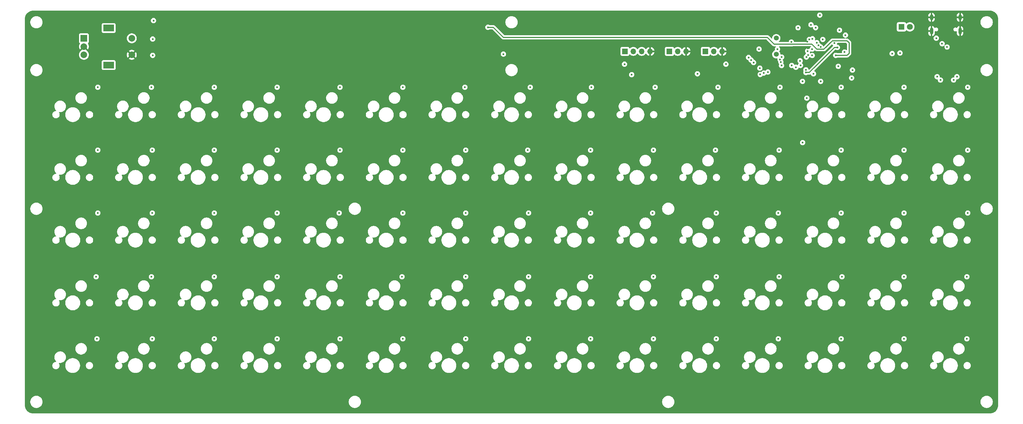
<source format=gbr>
%TF.GenerationSoftware,KiCad,Pcbnew,8.0.1*%
%TF.CreationDate,2024-06-12T21:18:41+02:00*%
%TF.ProjectId,Keyboard,4b657962-6f61-4726-942e-6b696361645f,rev?*%
%TF.SameCoordinates,Original*%
%TF.FileFunction,Copper,L3,Inr*%
%TF.FilePolarity,Positive*%
%FSLAX46Y46*%
G04 Gerber Fmt 4.6, Leading zero omitted, Abs format (unit mm)*
G04 Created by KiCad (PCBNEW 8.0.1) date 2024-06-12 21:18:41*
%MOMM*%
%LPD*%
G01*
G04 APERTURE LIST*
%TA.AperFunction,ComponentPad*%
%ADD10R,1.700000X1.700000*%
%TD*%
%TA.AperFunction,ComponentPad*%
%ADD11O,1.700000X1.700000*%
%TD*%
%TA.AperFunction,ComponentPad*%
%ADD12R,2.000000X2.000000*%
%TD*%
%TA.AperFunction,ComponentPad*%
%ADD13C,2.000000*%
%TD*%
%TA.AperFunction,ComponentPad*%
%ADD14R,3.200000X2.000000*%
%TD*%
%TA.AperFunction,ComponentPad*%
%ADD15R,1.800000X1.800000*%
%TD*%
%TA.AperFunction,ComponentPad*%
%ADD16C,1.800000*%
%TD*%
%TA.AperFunction,ComponentPad*%
%ADD17C,1.500000*%
%TD*%
%TA.AperFunction,ComponentPad*%
%ADD18O,1.000000X2.100000*%
%TD*%
%TA.AperFunction,ComponentPad*%
%ADD19O,1.000000X1.800000*%
%TD*%
%TA.AperFunction,ViaPad*%
%ADD20C,0.600000*%
%TD*%
%TA.AperFunction,Conductor*%
%ADD21C,0.300000*%
%TD*%
G04 APERTURE END LIST*
D10*
%TO.N,+3V3*%
%TO.C,J3*%
X276771000Y-89821000D03*
D11*
%TO.N,Net-(J3-Pin_2)*%
X279311000Y-89821000D03*
%TO.N,GND*%
X281851000Y-89821000D03*
%TD*%
D10*
%TO.N,+3V3*%
%TO.C,J2*%
X265849000Y-89821000D03*
D11*
%TO.N,Net-(J2-Pin_2)*%
X268389000Y-89821000D03*
%TO.N,GND*%
X270929000Y-89821000D03*
%TD*%
D12*
%TO.N,Net-(D79-A)*%
%TO.C,SW77*%
X88404000Y-85867000D03*
D13*
%TO.N,Net-(D78-A)*%
X88404000Y-90867000D03*
%TO.N,GND*%
X88404000Y-88367000D03*
D14*
%TO.N,N/C*%
X95904000Y-82767000D03*
X95904000Y-93967000D03*
D13*
%TO.N,GND*%
X102904000Y-90867000D03*
%TO.N,Net-(D77-A)*%
X102904000Y-85867000D03*
%TD*%
D15*
%TO.N,Net-(D76-K)*%
%TO.C,D76*%
X336187000Y-82398000D03*
D16*
%TO.N,+3V3*%
X338727000Y-82398000D03*
%TD*%
D17*
%TO.N,Net-(U1-PD1)*%
%TO.C,Y1*%
X298247500Y-90702000D03*
%TO.N,Net-(U1-PD0)*%
X298247500Y-85822000D03*
%TD*%
D18*
%TO.N,GND*%
%TO.C,J1*%
X353930000Y-83680000D03*
D19*
X353930000Y-79500000D03*
D18*
X345290000Y-83680000D03*
D19*
X345290000Y-79500000D03*
%TD*%
D10*
%TO.N,+3V3*%
%TO.C,J4*%
X252382000Y-89821000D03*
D11*
%TO.N,/SWDIO*%
X254922000Y-89821000D03*
%TO.N,/SWDCLK*%
X257462000Y-89821000D03*
%TO.N,GND*%
X260002000Y-89821000D03*
%TD*%
D20*
%TO.N,GND*%
X221975000Y-163951750D03*
X85975000Y-131951750D03*
X341975000Y-179951750D03*
X305077000Y-169012000D03*
X159535000Y-90526000D03*
X269975000Y-171951750D03*
X149975000Y-115951750D03*
X269975000Y-115951750D03*
X301975000Y-187951750D03*
X293975000Y-171951750D03*
X77975000Y-131951750D03*
X181975000Y-131951750D03*
X77975000Y-115951750D03*
X285975000Y-115951750D03*
X213975000Y-155951750D03*
X305077000Y-150851000D03*
X93975000Y-195951750D03*
X77975000Y-147951750D03*
X325975000Y-131951750D03*
X293975000Y-179951750D03*
X341975000Y-187951750D03*
X304823000Y-113005000D03*
X213975000Y-115951750D03*
X149975000Y-107951750D03*
X77975000Y-179951750D03*
X157975000Y-155951750D03*
X205975000Y-107951750D03*
X349975000Y-115951750D03*
X301975000Y-163951750D03*
X357975000Y-155951750D03*
X301975000Y-115951750D03*
X125975000Y-147951750D03*
X101975000Y-139951750D03*
X109975000Y-171951750D03*
X133975000Y-171951750D03*
X285975000Y-147951750D03*
X149975000Y-147951750D03*
X117975000Y-179951750D03*
X133975000Y-147951750D03*
X176172000Y-90526000D03*
X309975000Y-179951750D03*
X315364000Y-99543000D03*
X293975000Y-187951750D03*
X197975000Y-115951750D03*
X237975000Y-171951750D03*
X101975000Y-131951750D03*
X205975000Y-131951750D03*
X141975000Y-155951750D03*
X349975000Y-171951750D03*
X93975000Y-91951750D03*
X205975000Y-155951750D03*
X285975000Y-131951750D03*
X349975000Y-139951750D03*
X309975000Y-187951750D03*
X213975000Y-179951750D03*
X317975000Y-187951750D03*
X309975000Y-139951750D03*
X165975000Y-131951750D03*
X277975000Y-155951750D03*
X253975000Y-187951750D03*
X125975000Y-171951750D03*
X101975000Y-195951750D03*
X205975000Y-163951750D03*
X165975000Y-155951750D03*
X325975000Y-179951750D03*
X309975000Y-131951750D03*
X285975000Y-195951750D03*
X157975000Y-179951750D03*
X261975000Y-131951750D03*
X309975000Y-115951750D03*
X133975000Y-187951750D03*
X349975000Y-187951750D03*
X325975000Y-115951750D03*
X341975000Y-91951750D03*
X357975000Y-99951750D03*
X221975000Y-115951750D03*
X173975000Y-179951750D03*
X245975000Y-83951750D03*
X277975000Y-195951750D03*
X77975000Y-187951750D03*
X293975000Y-83951750D03*
X229975000Y-195951750D03*
X333975000Y-187951750D03*
X333975000Y-195951750D03*
X125975000Y-107951750D03*
X229975000Y-171951750D03*
X173975000Y-115951750D03*
X237975000Y-115951750D03*
X77975000Y-195951750D03*
X157975000Y-195951750D03*
X341975000Y-83951750D03*
X205975000Y-195951750D03*
X325975000Y-195951750D03*
X213975000Y-195951750D03*
X157975000Y-147951750D03*
X101975000Y-115951750D03*
X165975000Y-91951750D03*
X165975000Y-115951750D03*
X269975000Y-187951750D03*
X261975000Y-155951750D03*
X357975000Y-187951750D03*
X317523000Y-85446000D03*
X173975000Y-131951750D03*
X125975000Y-131951750D03*
X117975000Y-155951750D03*
X189975000Y-179951750D03*
X315745000Y-85700000D03*
X253975000Y-155951750D03*
X333975000Y-115951750D03*
X325975000Y-139951750D03*
X354330000Y-90424000D03*
X117975000Y-187951750D03*
X293975000Y-139951750D03*
X146327000Y-91542000D03*
X117975000Y-91951750D03*
X165975000Y-163951750D03*
X165975000Y-171951750D03*
X277975000Y-83951750D03*
X149975000Y-163951750D03*
X229975000Y-147951750D03*
X85975000Y-115951750D03*
X317975000Y-91951750D03*
X237975000Y-187951750D03*
X261975000Y-163951750D03*
X269975000Y-179951750D03*
X165975000Y-195951750D03*
X133975000Y-115951750D03*
X349975000Y-131951750D03*
X357975000Y-195951750D03*
X205975000Y-115951750D03*
X149975000Y-187951750D03*
X85975000Y-195951750D03*
X301975000Y-83951750D03*
X125975000Y-115951750D03*
X141975000Y-123951750D03*
X85975000Y-83951750D03*
X93975000Y-187951750D03*
X318666000Y-94209000D03*
X357975000Y-147951750D03*
X269975000Y-155951750D03*
X293975000Y-115951750D03*
X109975000Y-195951750D03*
X197975000Y-179951750D03*
X149975000Y-195951750D03*
X309975000Y-155951750D03*
X109975000Y-155951750D03*
X133975000Y-195951750D03*
X157975000Y-115951750D03*
X221975000Y-195951750D03*
X197975000Y-187951750D03*
X85975000Y-187951750D03*
X125975000Y-91951750D03*
X101975000Y-179951750D03*
X189975000Y-187951750D03*
X221975000Y-155951750D03*
X357975000Y-83951750D03*
X307363000Y-101448000D03*
X300251000Y-89891000D03*
X293975000Y-131951750D03*
X101975000Y-155951750D03*
X205975000Y-147951750D03*
X173975000Y-171951750D03*
X349975000Y-195951750D03*
X285975000Y-187951750D03*
X77975000Y-171951750D03*
X301975000Y-155951750D03*
X117975000Y-171951750D03*
X277975000Y-187951750D03*
X333975000Y-131951750D03*
X197975000Y-171951750D03*
X141975000Y-187951750D03*
X181975000Y-195951750D03*
X213975000Y-139951750D03*
X109975000Y-115951750D03*
X301975000Y-107951750D03*
X157975000Y-139951750D03*
X261975000Y-187951750D03*
X253975000Y-195951750D03*
X109975000Y-187951750D03*
X301975000Y-147951750D03*
X333975000Y-83951750D03*
X141975000Y-179951750D03*
X357975000Y-171951750D03*
X229975000Y-187951750D03*
X173975000Y-195951750D03*
X181975000Y-171951750D03*
X349975000Y-155951750D03*
X229975000Y-115951750D03*
X157975000Y-171951750D03*
X157975000Y-187951750D03*
X317975000Y-155951750D03*
X301975000Y-171951750D03*
X141975000Y-139951750D03*
X317975000Y-163951750D03*
X229975000Y-131951750D03*
X149975000Y-155951750D03*
X85975000Y-171951750D03*
X333975000Y-171951750D03*
X213975000Y-171951750D03*
X269975000Y-83951750D03*
X77975000Y-91951750D03*
X181975000Y-155951750D03*
X125975000Y-195951750D03*
X149975000Y-131951750D03*
X157975000Y-131951750D03*
X101975000Y-187951750D03*
X317975000Y-131951750D03*
X301975000Y-195951750D03*
X317975000Y-171951750D03*
X245975000Y-195951750D03*
X357975000Y-163951750D03*
X205975000Y-171951750D03*
X301975000Y-131951750D03*
X253975000Y-171951750D03*
X181975000Y-187951750D03*
X325975000Y-187951750D03*
X277975000Y-163951750D03*
X293975000Y-123951750D03*
X349975000Y-179951750D03*
X313205000Y-82144000D03*
X253975000Y-131951750D03*
X125975000Y-163951750D03*
X197975000Y-155951750D03*
X309975000Y-195951750D03*
X357975000Y-107951750D03*
X277975000Y-147951750D03*
X317975000Y-115951750D03*
X173975000Y-155951750D03*
X189975000Y-195951750D03*
X352298000Y-92456000D03*
X205975000Y-187951750D03*
X304950000Y-130531000D03*
X277975000Y-171951750D03*
X132865000Y-91796000D03*
X109975000Y-131951750D03*
X325975000Y-171951750D03*
X85975000Y-155951750D03*
X305204000Y-84938000D03*
X117975000Y-139951750D03*
X253975000Y-115951750D03*
X77975000Y-83951750D03*
X77975000Y-155951750D03*
X197975000Y-139951750D03*
X285975000Y-83951750D03*
X149975000Y-171951750D03*
X277975000Y-115951750D03*
X165975000Y-187951750D03*
X229975000Y-155951750D03*
X125975000Y-187951750D03*
X307617000Y-86843000D03*
X109975000Y-163951750D03*
X309975000Y-147951750D03*
X349975000Y-123951750D03*
X221975000Y-91951750D03*
X213975000Y-131951750D03*
X187475000Y-89510000D03*
X237975000Y-195951750D03*
X141975000Y-131951750D03*
X197975000Y-195951750D03*
X221975000Y-131951750D03*
X125975000Y-155951750D03*
X261975000Y-171951750D03*
X269975000Y-195951750D03*
X253975000Y-179951750D03*
X245975000Y-187951750D03*
X197975000Y-131951750D03*
X253975000Y-139951750D03*
X277975000Y-131951750D03*
X133975000Y-155951750D03*
X237975000Y-131951750D03*
X173975000Y-187951750D03*
X341975000Y-195951750D03*
X197975000Y-123951750D03*
X117975000Y-131951750D03*
X277975000Y-107951750D03*
X301521000Y-94202000D03*
X141975000Y-171951750D03*
X357975000Y-131951750D03*
X325975000Y-155951750D03*
X357975000Y-115951750D03*
X357975000Y-91951750D03*
X285975000Y-171951750D03*
X117975000Y-115951750D03*
X312697000Y-101575000D03*
X117975000Y-195951750D03*
X245975000Y-179951750D03*
X293975000Y-195951750D03*
X315491000Y-81001000D03*
X317975000Y-195951750D03*
X237975000Y-155951750D03*
X141975000Y-195951750D03*
X93975000Y-179951750D03*
X109975000Y-91951750D03*
X133975000Y-131951750D03*
X101975000Y-171951750D03*
X205975000Y-91951750D03*
X221975000Y-187951750D03*
X181975000Y-115951750D03*
X333975000Y-155951750D03*
X261975000Y-195951750D03*
X293975000Y-155951750D03*
X352298000Y-88392000D03*
X141975000Y-115951750D03*
X253975000Y-83951750D03*
X307818939Y-88875270D03*
X261975000Y-115951750D03*
X213975000Y-187951750D03*
X221975000Y-171951750D03*
%TO.N,+5V*%
X346733000Y-85827000D03*
X348500000Y-87500000D03*
%TO.N,+3V3*%
X109243000Y-91034000D03*
X302918000Y-94082000D03*
X352000000Y-98500000D03*
X317043500Y-94348000D03*
X304851500Y-82664000D03*
X317396000Y-83414000D03*
X353000000Y-97500000D03*
X109243000Y-86081000D03*
X350000000Y-88500000D03*
X347000000Y-97500000D03*
X302819500Y-86982000D03*
X348000000Y-98500000D03*
X109497000Y-80493000D03*
%TO.N,/col0*%
X307871000Y-90907000D03*
X298600000Y-89129000D03*
X293012000Y-89129000D03*
%TO.N,/col1*%
X307363000Y-91542000D03*
X289837000Y-91669000D03*
X299870000Y-91542000D03*
%TO.N,/col2*%
X305458000Y-92685000D03*
X299372133Y-92317024D03*
X290599000Y-92431000D03*
%TO.N,/col3*%
X291361000Y-93193000D03*
X299619816Y-93077719D03*
X305585000Y-94082000D03*
%TO.N,/col4*%
X252245000Y-93701000D03*
%TO.N,/col5*%
X295680438Y-96086254D03*
%TO.N,/col6*%
X307221000Y-95425997D03*
X299835000Y-94117000D03*
X293255947Y-94909000D03*
%TO.N,/col7*%
X293351743Y-96809000D03*
%TO.N,/col8*%
X304179240Y-94652000D03*
X309125880Y-91049120D03*
X254404000Y-96876000D03*
%TO.N,/col9*%
X274343000Y-96622000D03*
X321333000Y-95479000D03*
X321079000Y-97892000D03*
%TO.N,/col10*%
X294446117Y-96405837D03*
X316761000Y-88621000D03*
X307221000Y-96226000D03*
%TO.N,/col11*%
X315872000Y-87320760D03*
%TO.N,/col12*%
X307744000Y-89725003D03*
X306190000Y-98908000D03*
X311681500Y-98908000D03*
%TO.N,/col13*%
X312331500Y-86208000D03*
%TO.N,/col14*%
X318920000Y-90018000D03*
%TO.N,Net-(U1-PB11)*%
X333372321Y-90500321D03*
X335731120Y-90319120D03*
%TO.N,/Boot1*%
X309522000Y-96622000D03*
X282979000Y-93694000D03*
%TO.N,/row0*%
X92606000Y-100686000D03*
X203858000Y-100686000D03*
X108862000Y-100686000D03*
X223670000Y-100686000D03*
X280566000Y-100686000D03*
X261516000Y-100686000D03*
X317904000Y-100686000D03*
X166012000Y-100686000D03*
X356258000Y-100686000D03*
X311681500Y-88494000D03*
X242212000Y-100686000D03*
X299362000Y-100686000D03*
X185062000Y-100686000D03*
X146962000Y-100686000D03*
X336954000Y-100686000D03*
X127912000Y-100686000D03*
%TO.N,/row1*%
X261008000Y-119736000D03*
X92606000Y-119736000D03*
X166012000Y-119736000D03*
X356258000Y-119736000D03*
X109116000Y-119736000D03*
X146962000Y-119736000D03*
X279804000Y-119736000D03*
X317904000Y-119736000D03*
X241958000Y-119736000D03*
X222908000Y-119736000D03*
X299108000Y-119736000D03*
X336954000Y-119736000D03*
X127912000Y-119736000D03*
X204112000Y-119736000D03*
X311031500Y-87986000D03*
X185062000Y-119736000D03*
%TO.N,/row2*%
X204112000Y-138786000D03*
X260754000Y-138786000D03*
X317904000Y-138786000D03*
X223162000Y-138786000D03*
X146962000Y-138786000D03*
X92606000Y-138786000D03*
X241958000Y-138786000D03*
X109116000Y-138786000D03*
X298854000Y-138786000D03*
X127912000Y-138786000D03*
X336954000Y-138786000D03*
X280058000Y-138786000D03*
X185062000Y-138786000D03*
X165758000Y-138786000D03*
X310531500Y-87185998D03*
X356258000Y-138786000D03*
%TO.N,/row3*%
X356004000Y-158090000D03*
X204112000Y-158090000D03*
X261008000Y-158090000D03*
X92098000Y-158090000D03*
X127912000Y-158090000D03*
X108862000Y-158090000D03*
X146962000Y-158090000D03*
X280058000Y-158090000D03*
X223162000Y-158090000D03*
X309219620Y-86002380D03*
X184808000Y-158090000D03*
X307490000Y-103988000D03*
X299108000Y-158090000D03*
X241958000Y-158090000D03*
X336954000Y-158090000D03*
X306220000Y-117450000D03*
X166012000Y-158090000D03*
X318158000Y-158090000D03*
%TO.N,/row4*%
X280058000Y-176886000D03*
X92352000Y-176886000D03*
X146962000Y-176886000D03*
X185062000Y-176886000D03*
X317904000Y-176886000D03*
X127912000Y-176886000D03*
X308252000Y-86208000D03*
X336954000Y-176886000D03*
X241958000Y-176886000D03*
X356004000Y-176886000D03*
X223162000Y-176886000D03*
X166012000Y-176886000D03*
X298854000Y-176886000D03*
X261008000Y-176886000D03*
X109116000Y-176886000D03*
X204112000Y-176886000D03*
%TO.N,/Reset*%
X309126000Y-89144000D03*
X319206000Y-84906000D03*
%TO.N,/rot_B*%
X311427000Y-78842000D03*
X310157000Y-82652000D03*
%TO.N,/rot_SW*%
X210843000Y-82525000D03*
X316253000Y-91034000D03*
%TO.N,/rot_A*%
X215542000Y-90653000D03*
X308760000Y-81763000D03*
%TD*%
D21*
%TO.N,/col10*%
X308267000Y-96226000D02*
X315872000Y-88621000D01*
X307221000Y-96226000D02*
X308267000Y-96226000D01*
X316761000Y-88621000D02*
X315999000Y-88621000D01*
X315872000Y-88621000D02*
X316761000Y-88621000D01*
%TO.N,/rot_SW*%
X295552000Y-85573000D02*
X297611000Y-87632000D01*
X319682000Y-86589000D02*
X320317000Y-87224000D01*
X309014000Y-87605000D02*
X310553000Y-89144000D01*
X212494000Y-82525000D02*
X215542000Y-85573000D01*
X303088739Y-87632000D02*
X303115739Y-87605000D01*
X310553000Y-89144000D02*
X312682000Y-89144000D01*
X210843000Y-82525000D02*
X212494000Y-82525000D01*
X297611000Y-87632000D02*
X303088739Y-87632000D01*
X319682000Y-91034000D02*
X316253000Y-91034000D01*
X215542000Y-85573000D02*
X295552000Y-85573000D01*
X315237000Y-86589000D02*
X319682000Y-86589000D01*
X312682000Y-89144000D02*
X315237000Y-86589000D01*
X320317000Y-90399000D02*
X319682000Y-91034000D01*
X320317000Y-87224000D02*
X320317000Y-90399000D01*
X303115739Y-87605000D02*
X309014000Y-87605000D01*
%TD*%
%TA.AperFunction,Conductor*%
%TO.N,GND*%
G36*
X363003736Y-77500726D02*
G01*
X363293796Y-77518271D01*
X363308659Y-77520076D01*
X363590798Y-77571780D01*
X363605335Y-77575363D01*
X363879172Y-77660695D01*
X363893163Y-77666000D01*
X364154743Y-77783727D01*
X364167989Y-77790680D01*
X364413465Y-77939075D01*
X364425776Y-77947573D01*
X364564978Y-78056630D01*
X364651573Y-78124473D01*
X364662781Y-78134403D01*
X364865596Y-78337218D01*
X364875526Y-78348426D01*
X364995481Y-78501538D01*
X365052422Y-78574217D01*
X365060926Y-78586537D01*
X365189969Y-78800000D01*
X365209316Y-78832004D01*
X365216275Y-78845263D01*
X365333997Y-79106831D01*
X365339306Y-79120832D01*
X365424635Y-79394663D01*
X365428219Y-79409201D01*
X365479923Y-79691340D01*
X365481728Y-79706205D01*
X365499274Y-79996263D01*
X365499500Y-80003750D01*
X365499500Y-196996249D01*
X365499274Y-197003736D01*
X365481728Y-197293794D01*
X365479923Y-197308659D01*
X365428219Y-197590798D01*
X365424635Y-197605336D01*
X365339306Y-197879167D01*
X365333997Y-197893168D01*
X365216275Y-198154736D01*
X365209316Y-198167995D01*
X365060928Y-198413459D01*
X365052422Y-198425782D01*
X364875526Y-198651573D01*
X364865596Y-198662781D01*
X364662781Y-198865596D01*
X364651573Y-198875526D01*
X364425782Y-199052422D01*
X364413459Y-199060928D01*
X364167995Y-199209316D01*
X364154736Y-199216275D01*
X363893168Y-199333997D01*
X363879167Y-199339306D01*
X363605336Y-199424635D01*
X363590798Y-199428219D01*
X363308659Y-199479923D01*
X363293794Y-199481728D01*
X363003736Y-199499274D01*
X362996249Y-199499500D01*
X73003751Y-199499500D01*
X72996264Y-199499274D01*
X72706205Y-199481728D01*
X72691340Y-199479923D01*
X72409201Y-199428219D01*
X72394663Y-199424635D01*
X72120832Y-199339306D01*
X72106831Y-199333997D01*
X71845263Y-199216275D01*
X71832004Y-199209316D01*
X71586540Y-199060928D01*
X71574217Y-199052422D01*
X71348426Y-198875526D01*
X71337218Y-198865596D01*
X71134403Y-198662781D01*
X71124473Y-198651573D01*
X70947573Y-198425776D01*
X70939075Y-198413465D01*
X70790680Y-198167989D01*
X70783727Y-198154743D01*
X70666000Y-197893163D01*
X70660693Y-197879167D01*
X70575364Y-197605336D01*
X70571780Y-197590798D01*
X70520076Y-197308659D01*
X70518271Y-197293794D01*
X70500726Y-197003736D01*
X70500500Y-196996249D01*
X70500500Y-196121288D01*
X72149500Y-196121288D01*
X72181161Y-196361785D01*
X72243947Y-196596104D01*
X72336773Y-196820205D01*
X72336776Y-196820212D01*
X72458064Y-197030289D01*
X72458066Y-197030292D01*
X72458067Y-197030293D01*
X72605733Y-197222736D01*
X72605739Y-197222743D01*
X72777256Y-197394260D01*
X72777262Y-197394265D01*
X72969711Y-197541936D01*
X73179788Y-197663224D01*
X73403900Y-197756054D01*
X73638211Y-197818838D01*
X73818586Y-197842584D01*
X73878711Y-197850500D01*
X73878712Y-197850500D01*
X74121289Y-197850500D01*
X74169388Y-197844167D01*
X74361789Y-197818838D01*
X74596100Y-197756054D01*
X74820212Y-197663224D01*
X75030289Y-197541936D01*
X75222738Y-197394265D01*
X75394265Y-197222738D01*
X75541936Y-197030289D01*
X75663224Y-196820212D01*
X75756054Y-196596100D01*
X75818838Y-196361789D01*
X75850500Y-196121288D01*
X168649500Y-196121288D01*
X168681161Y-196361785D01*
X168743947Y-196596104D01*
X168836773Y-196820205D01*
X168836776Y-196820212D01*
X168958064Y-197030289D01*
X168958066Y-197030292D01*
X168958067Y-197030293D01*
X169105733Y-197222736D01*
X169105739Y-197222743D01*
X169277256Y-197394260D01*
X169277262Y-197394265D01*
X169469711Y-197541936D01*
X169679788Y-197663224D01*
X169903900Y-197756054D01*
X170138211Y-197818838D01*
X170318586Y-197842584D01*
X170378711Y-197850500D01*
X170378712Y-197850500D01*
X170621289Y-197850500D01*
X170669388Y-197844167D01*
X170861789Y-197818838D01*
X171096100Y-197756054D01*
X171320212Y-197663224D01*
X171530289Y-197541936D01*
X171722738Y-197394265D01*
X171894265Y-197222738D01*
X172041936Y-197030289D01*
X172163224Y-196820212D01*
X172256054Y-196596100D01*
X172318838Y-196361789D01*
X172350500Y-196121288D01*
X263649500Y-196121288D01*
X263681161Y-196361785D01*
X263743947Y-196596104D01*
X263836773Y-196820205D01*
X263836776Y-196820212D01*
X263958064Y-197030289D01*
X263958066Y-197030292D01*
X263958067Y-197030293D01*
X264105733Y-197222736D01*
X264105739Y-197222743D01*
X264277256Y-197394260D01*
X264277262Y-197394265D01*
X264469711Y-197541936D01*
X264679788Y-197663224D01*
X264903900Y-197756054D01*
X265138211Y-197818838D01*
X265318586Y-197842584D01*
X265378711Y-197850500D01*
X265378712Y-197850500D01*
X265621289Y-197850500D01*
X265669388Y-197844167D01*
X265861789Y-197818838D01*
X266096100Y-197756054D01*
X266320212Y-197663224D01*
X266530289Y-197541936D01*
X266722738Y-197394265D01*
X266894265Y-197222738D01*
X267041936Y-197030289D01*
X267163224Y-196820212D01*
X267256054Y-196596100D01*
X267318838Y-196361789D01*
X267350500Y-196121288D01*
X360149500Y-196121288D01*
X360181161Y-196361785D01*
X360243947Y-196596104D01*
X360336773Y-196820205D01*
X360336776Y-196820212D01*
X360458064Y-197030289D01*
X360458066Y-197030292D01*
X360458067Y-197030293D01*
X360605733Y-197222736D01*
X360605739Y-197222743D01*
X360777256Y-197394260D01*
X360777262Y-197394265D01*
X360969711Y-197541936D01*
X361179788Y-197663224D01*
X361403900Y-197756054D01*
X361638211Y-197818838D01*
X361818586Y-197842584D01*
X361878711Y-197850500D01*
X361878712Y-197850500D01*
X362121289Y-197850500D01*
X362169388Y-197844167D01*
X362361789Y-197818838D01*
X362596100Y-197756054D01*
X362820212Y-197663224D01*
X363030289Y-197541936D01*
X363222738Y-197394265D01*
X363394265Y-197222738D01*
X363541936Y-197030289D01*
X363663224Y-196820212D01*
X363756054Y-196596100D01*
X363818838Y-196361789D01*
X363850500Y-196121288D01*
X363850500Y-195878712D01*
X363818838Y-195638211D01*
X363756054Y-195403900D01*
X363663224Y-195179788D01*
X363541936Y-194969711D01*
X363394265Y-194777262D01*
X363394260Y-194777256D01*
X363222743Y-194605739D01*
X363222736Y-194605733D01*
X363030293Y-194458067D01*
X363030292Y-194458066D01*
X363030289Y-194458064D01*
X362820212Y-194336776D01*
X362820205Y-194336773D01*
X362596104Y-194243947D01*
X362361785Y-194181161D01*
X362121289Y-194149500D01*
X362121288Y-194149500D01*
X361878712Y-194149500D01*
X361878711Y-194149500D01*
X361638214Y-194181161D01*
X361403895Y-194243947D01*
X361179794Y-194336773D01*
X361179785Y-194336777D01*
X360969706Y-194458067D01*
X360777263Y-194605733D01*
X360777256Y-194605739D01*
X360605739Y-194777256D01*
X360605733Y-194777263D01*
X360458067Y-194969706D01*
X360336777Y-195179785D01*
X360336773Y-195179794D01*
X360243947Y-195403895D01*
X360181161Y-195638214D01*
X360149500Y-195878711D01*
X360149500Y-196121288D01*
X267350500Y-196121288D01*
X267350500Y-195878712D01*
X267318838Y-195638211D01*
X267256054Y-195403900D01*
X267163224Y-195179788D01*
X267041936Y-194969711D01*
X266894265Y-194777262D01*
X266894260Y-194777256D01*
X266722743Y-194605739D01*
X266722736Y-194605733D01*
X266530293Y-194458067D01*
X266530292Y-194458066D01*
X266530289Y-194458064D01*
X266320212Y-194336776D01*
X266320205Y-194336773D01*
X266096104Y-194243947D01*
X265861785Y-194181161D01*
X265621289Y-194149500D01*
X265621288Y-194149500D01*
X265378712Y-194149500D01*
X265378711Y-194149500D01*
X265138214Y-194181161D01*
X264903895Y-194243947D01*
X264679794Y-194336773D01*
X264679785Y-194336777D01*
X264469706Y-194458067D01*
X264277263Y-194605733D01*
X264277256Y-194605739D01*
X264105739Y-194777256D01*
X264105733Y-194777263D01*
X263958067Y-194969706D01*
X263836777Y-195179785D01*
X263836773Y-195179794D01*
X263743947Y-195403895D01*
X263681161Y-195638214D01*
X263649500Y-195878711D01*
X263649500Y-196121288D01*
X172350500Y-196121288D01*
X172350500Y-195878712D01*
X172318838Y-195638211D01*
X172256054Y-195403900D01*
X172163224Y-195179788D01*
X172041936Y-194969711D01*
X171894265Y-194777262D01*
X171894260Y-194777256D01*
X171722743Y-194605739D01*
X171722736Y-194605733D01*
X171530293Y-194458067D01*
X171530292Y-194458066D01*
X171530289Y-194458064D01*
X171320212Y-194336776D01*
X171320205Y-194336773D01*
X171096104Y-194243947D01*
X170861785Y-194181161D01*
X170621289Y-194149500D01*
X170621288Y-194149500D01*
X170378712Y-194149500D01*
X170378711Y-194149500D01*
X170138214Y-194181161D01*
X169903895Y-194243947D01*
X169679794Y-194336773D01*
X169679785Y-194336777D01*
X169469706Y-194458067D01*
X169277263Y-194605733D01*
X169277256Y-194605739D01*
X169105739Y-194777256D01*
X169105733Y-194777263D01*
X168958067Y-194969706D01*
X168836777Y-195179785D01*
X168836773Y-195179794D01*
X168743947Y-195403895D01*
X168681161Y-195638214D01*
X168649500Y-195878711D01*
X168649500Y-196121288D01*
X75850500Y-196121288D01*
X75850500Y-195878712D01*
X75818838Y-195638211D01*
X75756054Y-195403900D01*
X75663224Y-195179788D01*
X75541936Y-194969711D01*
X75394265Y-194777262D01*
X75394260Y-194777256D01*
X75222743Y-194605739D01*
X75222736Y-194605733D01*
X75030293Y-194458067D01*
X75030292Y-194458066D01*
X75030289Y-194458064D01*
X74820212Y-194336776D01*
X74820205Y-194336773D01*
X74596104Y-194243947D01*
X74361785Y-194181161D01*
X74121289Y-194149500D01*
X74121288Y-194149500D01*
X73878712Y-194149500D01*
X73878711Y-194149500D01*
X73638214Y-194181161D01*
X73403895Y-194243947D01*
X73179794Y-194336773D01*
X73179785Y-194336777D01*
X72969706Y-194458067D01*
X72777263Y-194605733D01*
X72777256Y-194605739D01*
X72605739Y-194777256D01*
X72605733Y-194777263D01*
X72458067Y-194969706D01*
X72336777Y-195179785D01*
X72336773Y-195179794D01*
X72243947Y-195403895D01*
X72181161Y-195638214D01*
X72149500Y-195878711D01*
X72149500Y-196121288D01*
X70500500Y-196121288D01*
X70500500Y-185086687D01*
X78818600Y-185086687D01*
X78845720Y-185257913D01*
X78899290Y-185422788D01*
X78899291Y-185422791D01*
X78977998Y-185577260D01*
X79079899Y-185717514D01*
X79202486Y-185840101D01*
X79342740Y-185942002D01*
X79418502Y-185980604D01*
X79497208Y-186020708D01*
X79497211Y-186020709D01*
X79579648Y-186047494D01*
X79662088Y-186074280D01*
X79741391Y-186086840D01*
X79833313Y-186101400D01*
X79833318Y-186101400D01*
X80006687Y-186101400D01*
X80089695Y-186088252D01*
X80177912Y-186074280D01*
X80342791Y-186020708D01*
X80497260Y-185942002D01*
X80637514Y-185840101D01*
X80760101Y-185717514D01*
X80862002Y-185577260D01*
X80940708Y-185422791D01*
X80994280Y-185257912D01*
X81011831Y-185147099D01*
X82755600Y-185147099D01*
X82755601Y-185147116D01*
X82794001Y-185438796D01*
X82870152Y-185722994D01*
X82982734Y-185994794D01*
X82982742Y-185994810D01*
X83129840Y-186249589D01*
X83129851Y-186249605D01*
X83308948Y-186483009D01*
X83308954Y-186483016D01*
X83516983Y-186691045D01*
X83516989Y-186691050D01*
X83750403Y-186870155D01*
X83750410Y-186870159D01*
X84005189Y-187017257D01*
X84005205Y-187017265D01*
X84277005Y-187129847D01*
X84277007Y-187129847D01*
X84277013Y-187129850D01*
X84561200Y-187205998D01*
X84852894Y-187244400D01*
X84852901Y-187244400D01*
X85147099Y-187244400D01*
X85147106Y-187244400D01*
X85438800Y-187205998D01*
X85722987Y-187129850D01*
X85796318Y-187099475D01*
X85994794Y-187017265D01*
X85994797Y-187017263D01*
X85994803Y-187017261D01*
X86249597Y-186870155D01*
X86483011Y-186691050D01*
X86691050Y-186483011D01*
X86870155Y-186249597D01*
X87017261Y-185994803D01*
X87129850Y-185722987D01*
X87205998Y-185438800D01*
X87244400Y-185147106D01*
X87244400Y-185086687D01*
X88978600Y-185086687D01*
X89005720Y-185257913D01*
X89059290Y-185422788D01*
X89059291Y-185422791D01*
X89137998Y-185577260D01*
X89239899Y-185717514D01*
X89362486Y-185840101D01*
X89502740Y-185942002D01*
X89578502Y-185980604D01*
X89657208Y-186020708D01*
X89657211Y-186020709D01*
X89739648Y-186047494D01*
X89822088Y-186074280D01*
X89901391Y-186086840D01*
X89993313Y-186101400D01*
X89993318Y-186101400D01*
X90166687Y-186101400D01*
X90249695Y-186088252D01*
X90337912Y-186074280D01*
X90502791Y-186020708D01*
X90657260Y-185942002D01*
X90797514Y-185840101D01*
X90920101Y-185717514D01*
X91022002Y-185577260D01*
X91100708Y-185422791D01*
X91154280Y-185257912D01*
X91171831Y-185147099D01*
X91181400Y-185086687D01*
X97838600Y-185086687D01*
X97865720Y-185257913D01*
X97919290Y-185422788D01*
X97919291Y-185422791D01*
X97997998Y-185577260D01*
X98099899Y-185717514D01*
X98222486Y-185840101D01*
X98362740Y-185942002D01*
X98438502Y-185980604D01*
X98517208Y-186020708D01*
X98517211Y-186020709D01*
X98599648Y-186047494D01*
X98682088Y-186074280D01*
X98761391Y-186086840D01*
X98853313Y-186101400D01*
X98853318Y-186101400D01*
X99026687Y-186101400D01*
X99109695Y-186088252D01*
X99197912Y-186074280D01*
X99362791Y-186020708D01*
X99517260Y-185942002D01*
X99657514Y-185840101D01*
X99780101Y-185717514D01*
X99882002Y-185577260D01*
X99960708Y-185422791D01*
X100014280Y-185257912D01*
X100031831Y-185147099D01*
X101775600Y-185147099D01*
X101775601Y-185147116D01*
X101814001Y-185438796D01*
X101890152Y-185722994D01*
X102002734Y-185994794D01*
X102002742Y-185994810D01*
X102149840Y-186249589D01*
X102149851Y-186249605D01*
X102328948Y-186483009D01*
X102328954Y-186483016D01*
X102536983Y-186691045D01*
X102536989Y-186691050D01*
X102770403Y-186870155D01*
X102770410Y-186870159D01*
X103025189Y-187017257D01*
X103025205Y-187017265D01*
X103297005Y-187129847D01*
X103297007Y-187129847D01*
X103297013Y-187129850D01*
X103581200Y-187205998D01*
X103872894Y-187244400D01*
X103872901Y-187244400D01*
X104167099Y-187244400D01*
X104167106Y-187244400D01*
X104458800Y-187205998D01*
X104742987Y-187129850D01*
X104816318Y-187099475D01*
X105014794Y-187017265D01*
X105014797Y-187017263D01*
X105014803Y-187017261D01*
X105269597Y-186870155D01*
X105503011Y-186691050D01*
X105711050Y-186483011D01*
X105890155Y-186249597D01*
X106037261Y-185994803D01*
X106149850Y-185722987D01*
X106225998Y-185438800D01*
X106264400Y-185147106D01*
X106264400Y-185086687D01*
X107998600Y-185086687D01*
X108025720Y-185257913D01*
X108079290Y-185422788D01*
X108079291Y-185422791D01*
X108157998Y-185577260D01*
X108259899Y-185717514D01*
X108382486Y-185840101D01*
X108522740Y-185942002D01*
X108598502Y-185980604D01*
X108677208Y-186020708D01*
X108677211Y-186020709D01*
X108759648Y-186047494D01*
X108842088Y-186074280D01*
X108921391Y-186086840D01*
X109013313Y-186101400D01*
X109013318Y-186101400D01*
X109186687Y-186101400D01*
X109269695Y-186088252D01*
X109357912Y-186074280D01*
X109522791Y-186020708D01*
X109677260Y-185942002D01*
X109817514Y-185840101D01*
X109940101Y-185717514D01*
X110042002Y-185577260D01*
X110120708Y-185422791D01*
X110174280Y-185257912D01*
X110191831Y-185147099D01*
X110201400Y-185086687D01*
X116838600Y-185086687D01*
X116865720Y-185257913D01*
X116919290Y-185422788D01*
X116919291Y-185422791D01*
X116997998Y-185577260D01*
X117099899Y-185717514D01*
X117222486Y-185840101D01*
X117362740Y-185942002D01*
X117438502Y-185980604D01*
X117517208Y-186020708D01*
X117517211Y-186020709D01*
X117599648Y-186047494D01*
X117682088Y-186074280D01*
X117761391Y-186086840D01*
X117853313Y-186101400D01*
X117853318Y-186101400D01*
X118026687Y-186101400D01*
X118109695Y-186088252D01*
X118197912Y-186074280D01*
X118362791Y-186020708D01*
X118517260Y-185942002D01*
X118657514Y-185840101D01*
X118780101Y-185717514D01*
X118882002Y-185577260D01*
X118960708Y-185422791D01*
X119014280Y-185257912D01*
X119031831Y-185147099D01*
X120775600Y-185147099D01*
X120775601Y-185147116D01*
X120814001Y-185438796D01*
X120890152Y-185722994D01*
X121002734Y-185994794D01*
X121002742Y-185994810D01*
X121149840Y-186249589D01*
X121149851Y-186249605D01*
X121328948Y-186483009D01*
X121328954Y-186483016D01*
X121536983Y-186691045D01*
X121536989Y-186691050D01*
X121770403Y-186870155D01*
X121770410Y-186870159D01*
X122025189Y-187017257D01*
X122025205Y-187017265D01*
X122297005Y-187129847D01*
X122297007Y-187129847D01*
X122297013Y-187129850D01*
X122581200Y-187205998D01*
X122872894Y-187244400D01*
X122872901Y-187244400D01*
X123167099Y-187244400D01*
X123167106Y-187244400D01*
X123458800Y-187205998D01*
X123742987Y-187129850D01*
X123816318Y-187099475D01*
X124014794Y-187017265D01*
X124014797Y-187017263D01*
X124014803Y-187017261D01*
X124269597Y-186870155D01*
X124503011Y-186691050D01*
X124711050Y-186483011D01*
X124890155Y-186249597D01*
X125037261Y-185994803D01*
X125149850Y-185722987D01*
X125225998Y-185438800D01*
X125264400Y-185147106D01*
X125264400Y-185086687D01*
X126998600Y-185086687D01*
X127025720Y-185257913D01*
X127079290Y-185422788D01*
X127079291Y-185422791D01*
X127157998Y-185577260D01*
X127259899Y-185717514D01*
X127382486Y-185840101D01*
X127522740Y-185942002D01*
X127598502Y-185980604D01*
X127677208Y-186020708D01*
X127677211Y-186020709D01*
X127759648Y-186047494D01*
X127842088Y-186074280D01*
X127921391Y-186086840D01*
X128013313Y-186101400D01*
X128013318Y-186101400D01*
X128186687Y-186101400D01*
X128269695Y-186088252D01*
X128357912Y-186074280D01*
X128522791Y-186020708D01*
X128677260Y-185942002D01*
X128817514Y-185840101D01*
X128940101Y-185717514D01*
X129042002Y-185577260D01*
X129120708Y-185422791D01*
X129174280Y-185257912D01*
X129191831Y-185147099D01*
X129201400Y-185086687D01*
X135838600Y-185086687D01*
X135865720Y-185257913D01*
X135919290Y-185422788D01*
X135919291Y-185422791D01*
X135997998Y-185577260D01*
X136099899Y-185717514D01*
X136222486Y-185840101D01*
X136362740Y-185942002D01*
X136438502Y-185980604D01*
X136517208Y-186020708D01*
X136517211Y-186020709D01*
X136599648Y-186047494D01*
X136682088Y-186074280D01*
X136761391Y-186086840D01*
X136853313Y-186101400D01*
X136853318Y-186101400D01*
X137026687Y-186101400D01*
X137109695Y-186088252D01*
X137197912Y-186074280D01*
X137362791Y-186020708D01*
X137517260Y-185942002D01*
X137657514Y-185840101D01*
X137780101Y-185717514D01*
X137882002Y-185577260D01*
X137960708Y-185422791D01*
X138014280Y-185257912D01*
X138031831Y-185147099D01*
X139775600Y-185147099D01*
X139775601Y-185147116D01*
X139814001Y-185438796D01*
X139890152Y-185722994D01*
X140002734Y-185994794D01*
X140002742Y-185994810D01*
X140149840Y-186249589D01*
X140149851Y-186249605D01*
X140328948Y-186483009D01*
X140328954Y-186483016D01*
X140536983Y-186691045D01*
X140536989Y-186691050D01*
X140770403Y-186870155D01*
X140770410Y-186870159D01*
X141025189Y-187017257D01*
X141025205Y-187017265D01*
X141297005Y-187129847D01*
X141297007Y-187129847D01*
X141297013Y-187129850D01*
X141581200Y-187205998D01*
X141872894Y-187244400D01*
X141872901Y-187244400D01*
X142167099Y-187244400D01*
X142167106Y-187244400D01*
X142458800Y-187205998D01*
X142742987Y-187129850D01*
X142816318Y-187099475D01*
X143014794Y-187017265D01*
X143014797Y-187017263D01*
X143014803Y-187017261D01*
X143269597Y-186870155D01*
X143503011Y-186691050D01*
X143711050Y-186483011D01*
X143890155Y-186249597D01*
X144037261Y-185994803D01*
X144149850Y-185722987D01*
X144225998Y-185438800D01*
X144264400Y-185147106D01*
X144264400Y-185086687D01*
X145998600Y-185086687D01*
X146025720Y-185257913D01*
X146079290Y-185422788D01*
X146079291Y-185422791D01*
X146157998Y-185577260D01*
X146259899Y-185717514D01*
X146382486Y-185840101D01*
X146522740Y-185942002D01*
X146598502Y-185980604D01*
X146677208Y-186020708D01*
X146677211Y-186020709D01*
X146759648Y-186047494D01*
X146842088Y-186074280D01*
X146921391Y-186086840D01*
X147013313Y-186101400D01*
X147013318Y-186101400D01*
X147186687Y-186101400D01*
X147269695Y-186088252D01*
X147357912Y-186074280D01*
X147522791Y-186020708D01*
X147677260Y-185942002D01*
X147817514Y-185840101D01*
X147940101Y-185717514D01*
X148042002Y-185577260D01*
X148120708Y-185422791D01*
X148174280Y-185257912D01*
X148191831Y-185147099D01*
X148201400Y-185086687D01*
X154838600Y-185086687D01*
X154865720Y-185257913D01*
X154919290Y-185422788D01*
X154919291Y-185422791D01*
X154997998Y-185577260D01*
X155099899Y-185717514D01*
X155222486Y-185840101D01*
X155362740Y-185942002D01*
X155438502Y-185980604D01*
X155517208Y-186020708D01*
X155517211Y-186020709D01*
X155599648Y-186047494D01*
X155682088Y-186074280D01*
X155761391Y-186086840D01*
X155853313Y-186101400D01*
X155853318Y-186101400D01*
X156026687Y-186101400D01*
X156109695Y-186088252D01*
X156197912Y-186074280D01*
X156362791Y-186020708D01*
X156517260Y-185942002D01*
X156657514Y-185840101D01*
X156780101Y-185717514D01*
X156882002Y-185577260D01*
X156960708Y-185422791D01*
X157014280Y-185257912D01*
X157031831Y-185147099D01*
X158775600Y-185147099D01*
X158775601Y-185147116D01*
X158814001Y-185438796D01*
X158890152Y-185722994D01*
X159002734Y-185994794D01*
X159002742Y-185994810D01*
X159149840Y-186249589D01*
X159149851Y-186249605D01*
X159328948Y-186483009D01*
X159328954Y-186483016D01*
X159536983Y-186691045D01*
X159536989Y-186691050D01*
X159770403Y-186870155D01*
X159770410Y-186870159D01*
X160025189Y-187017257D01*
X160025205Y-187017265D01*
X160297005Y-187129847D01*
X160297007Y-187129847D01*
X160297013Y-187129850D01*
X160581200Y-187205998D01*
X160872894Y-187244400D01*
X160872901Y-187244400D01*
X161167099Y-187244400D01*
X161167106Y-187244400D01*
X161458800Y-187205998D01*
X161742987Y-187129850D01*
X161816318Y-187099475D01*
X162014794Y-187017265D01*
X162014797Y-187017263D01*
X162014803Y-187017261D01*
X162269597Y-186870155D01*
X162503011Y-186691050D01*
X162711050Y-186483011D01*
X162890155Y-186249597D01*
X163037261Y-185994803D01*
X163149850Y-185722987D01*
X163225998Y-185438800D01*
X163264400Y-185147106D01*
X163264400Y-185086687D01*
X164998600Y-185086687D01*
X165025720Y-185257913D01*
X165079290Y-185422788D01*
X165079291Y-185422791D01*
X165157998Y-185577260D01*
X165259899Y-185717514D01*
X165382486Y-185840101D01*
X165522740Y-185942002D01*
X165598502Y-185980604D01*
X165677208Y-186020708D01*
X165677211Y-186020709D01*
X165759648Y-186047494D01*
X165842088Y-186074280D01*
X165921391Y-186086840D01*
X166013313Y-186101400D01*
X166013318Y-186101400D01*
X166186687Y-186101400D01*
X166269695Y-186088252D01*
X166357912Y-186074280D01*
X166522791Y-186020708D01*
X166677260Y-185942002D01*
X166817514Y-185840101D01*
X166940101Y-185717514D01*
X167042002Y-185577260D01*
X167120708Y-185422791D01*
X167174280Y-185257912D01*
X167191831Y-185147099D01*
X167201400Y-185086687D01*
X173838600Y-185086687D01*
X173865720Y-185257913D01*
X173919290Y-185422788D01*
X173919291Y-185422791D01*
X173997998Y-185577260D01*
X174099899Y-185717514D01*
X174222486Y-185840101D01*
X174362740Y-185942002D01*
X174438502Y-185980604D01*
X174517208Y-186020708D01*
X174517211Y-186020709D01*
X174599648Y-186047494D01*
X174682088Y-186074280D01*
X174761391Y-186086840D01*
X174853313Y-186101400D01*
X174853318Y-186101400D01*
X175026687Y-186101400D01*
X175109695Y-186088252D01*
X175197912Y-186074280D01*
X175362791Y-186020708D01*
X175517260Y-185942002D01*
X175657514Y-185840101D01*
X175780101Y-185717514D01*
X175882002Y-185577260D01*
X175960708Y-185422791D01*
X176014280Y-185257912D01*
X176031831Y-185147099D01*
X177775600Y-185147099D01*
X177775601Y-185147116D01*
X177814001Y-185438796D01*
X177890152Y-185722994D01*
X178002734Y-185994794D01*
X178002742Y-185994810D01*
X178149840Y-186249589D01*
X178149851Y-186249605D01*
X178328948Y-186483009D01*
X178328954Y-186483016D01*
X178536983Y-186691045D01*
X178536989Y-186691050D01*
X178770403Y-186870155D01*
X178770410Y-186870159D01*
X179025189Y-187017257D01*
X179025205Y-187017265D01*
X179297005Y-187129847D01*
X179297007Y-187129847D01*
X179297013Y-187129850D01*
X179581200Y-187205998D01*
X179872894Y-187244400D01*
X179872901Y-187244400D01*
X180167099Y-187244400D01*
X180167106Y-187244400D01*
X180458800Y-187205998D01*
X180742987Y-187129850D01*
X180816318Y-187099475D01*
X181014794Y-187017265D01*
X181014797Y-187017263D01*
X181014803Y-187017261D01*
X181269597Y-186870155D01*
X181503011Y-186691050D01*
X181711050Y-186483011D01*
X181890155Y-186249597D01*
X182037261Y-185994803D01*
X182149850Y-185722987D01*
X182225998Y-185438800D01*
X182264400Y-185147106D01*
X182264400Y-185086687D01*
X183998600Y-185086687D01*
X184025720Y-185257913D01*
X184079290Y-185422788D01*
X184079291Y-185422791D01*
X184157998Y-185577260D01*
X184259899Y-185717514D01*
X184382486Y-185840101D01*
X184522740Y-185942002D01*
X184598502Y-185980604D01*
X184677208Y-186020708D01*
X184677211Y-186020709D01*
X184759648Y-186047494D01*
X184842088Y-186074280D01*
X184921391Y-186086840D01*
X185013313Y-186101400D01*
X185013318Y-186101400D01*
X185186687Y-186101400D01*
X185269695Y-186088252D01*
X185357912Y-186074280D01*
X185522791Y-186020708D01*
X185677260Y-185942002D01*
X185817514Y-185840101D01*
X185940101Y-185717514D01*
X186042002Y-185577260D01*
X186120708Y-185422791D01*
X186174280Y-185257912D01*
X186191831Y-185147099D01*
X186201400Y-185086687D01*
X192838600Y-185086687D01*
X192865720Y-185257913D01*
X192919290Y-185422788D01*
X192919291Y-185422791D01*
X192997998Y-185577260D01*
X193099899Y-185717514D01*
X193222486Y-185840101D01*
X193362740Y-185942002D01*
X193438502Y-185980604D01*
X193517208Y-186020708D01*
X193517211Y-186020709D01*
X193599648Y-186047494D01*
X193682088Y-186074280D01*
X193761391Y-186086840D01*
X193853313Y-186101400D01*
X193853318Y-186101400D01*
X194026687Y-186101400D01*
X194109695Y-186088252D01*
X194197912Y-186074280D01*
X194362791Y-186020708D01*
X194517260Y-185942002D01*
X194657514Y-185840101D01*
X194780101Y-185717514D01*
X194882002Y-185577260D01*
X194960708Y-185422791D01*
X195014280Y-185257912D01*
X195031831Y-185147099D01*
X196775600Y-185147099D01*
X196775601Y-185147116D01*
X196814001Y-185438796D01*
X196890152Y-185722994D01*
X197002734Y-185994794D01*
X197002742Y-185994810D01*
X197149840Y-186249589D01*
X197149851Y-186249605D01*
X197328948Y-186483009D01*
X197328954Y-186483016D01*
X197536983Y-186691045D01*
X197536989Y-186691050D01*
X197770403Y-186870155D01*
X197770410Y-186870159D01*
X198025189Y-187017257D01*
X198025205Y-187017265D01*
X198297005Y-187129847D01*
X198297007Y-187129847D01*
X198297013Y-187129850D01*
X198581200Y-187205998D01*
X198872894Y-187244400D01*
X198872901Y-187244400D01*
X199167099Y-187244400D01*
X199167106Y-187244400D01*
X199458800Y-187205998D01*
X199742987Y-187129850D01*
X199816318Y-187099475D01*
X200014794Y-187017265D01*
X200014797Y-187017263D01*
X200014803Y-187017261D01*
X200269597Y-186870155D01*
X200503011Y-186691050D01*
X200711050Y-186483011D01*
X200890155Y-186249597D01*
X201037261Y-185994803D01*
X201149850Y-185722987D01*
X201225998Y-185438800D01*
X201264400Y-185147106D01*
X201264400Y-185086687D01*
X202998600Y-185086687D01*
X203025720Y-185257913D01*
X203079290Y-185422788D01*
X203079291Y-185422791D01*
X203157998Y-185577260D01*
X203259899Y-185717514D01*
X203382486Y-185840101D01*
X203522740Y-185942002D01*
X203598502Y-185980604D01*
X203677208Y-186020708D01*
X203677211Y-186020709D01*
X203759648Y-186047494D01*
X203842088Y-186074280D01*
X203921391Y-186086840D01*
X204013313Y-186101400D01*
X204013318Y-186101400D01*
X204186687Y-186101400D01*
X204269695Y-186088252D01*
X204357912Y-186074280D01*
X204522791Y-186020708D01*
X204677260Y-185942002D01*
X204817514Y-185840101D01*
X204940101Y-185717514D01*
X205042002Y-185577260D01*
X205120708Y-185422791D01*
X205174280Y-185257912D01*
X205191831Y-185147099D01*
X205201400Y-185086687D01*
X211838600Y-185086687D01*
X211865720Y-185257913D01*
X211919290Y-185422788D01*
X211919291Y-185422791D01*
X211997998Y-185577260D01*
X212099899Y-185717514D01*
X212222486Y-185840101D01*
X212362740Y-185942002D01*
X212438502Y-185980604D01*
X212517208Y-186020708D01*
X212517211Y-186020709D01*
X212599648Y-186047494D01*
X212682088Y-186074280D01*
X212761391Y-186086840D01*
X212853313Y-186101400D01*
X212853318Y-186101400D01*
X213026687Y-186101400D01*
X213109695Y-186088252D01*
X213197912Y-186074280D01*
X213362791Y-186020708D01*
X213517260Y-185942002D01*
X213657514Y-185840101D01*
X213780101Y-185717514D01*
X213882002Y-185577260D01*
X213960708Y-185422791D01*
X214014280Y-185257912D01*
X214031831Y-185147099D01*
X215775600Y-185147099D01*
X215775601Y-185147116D01*
X215814001Y-185438796D01*
X215890152Y-185722994D01*
X216002734Y-185994794D01*
X216002742Y-185994810D01*
X216149840Y-186249589D01*
X216149851Y-186249605D01*
X216328948Y-186483009D01*
X216328954Y-186483016D01*
X216536983Y-186691045D01*
X216536989Y-186691050D01*
X216770403Y-186870155D01*
X216770410Y-186870159D01*
X217025189Y-187017257D01*
X217025205Y-187017265D01*
X217297005Y-187129847D01*
X217297007Y-187129847D01*
X217297013Y-187129850D01*
X217581200Y-187205998D01*
X217872894Y-187244400D01*
X217872901Y-187244400D01*
X218167099Y-187244400D01*
X218167106Y-187244400D01*
X218458800Y-187205998D01*
X218742987Y-187129850D01*
X218816318Y-187099475D01*
X219014794Y-187017265D01*
X219014797Y-187017263D01*
X219014803Y-187017261D01*
X219269597Y-186870155D01*
X219503011Y-186691050D01*
X219711050Y-186483011D01*
X219890155Y-186249597D01*
X220037261Y-185994803D01*
X220149850Y-185722987D01*
X220225998Y-185438800D01*
X220264400Y-185147106D01*
X220264400Y-185086687D01*
X221998600Y-185086687D01*
X222025720Y-185257913D01*
X222079290Y-185422788D01*
X222079291Y-185422791D01*
X222157998Y-185577260D01*
X222259899Y-185717514D01*
X222382486Y-185840101D01*
X222522740Y-185942002D01*
X222598502Y-185980604D01*
X222677208Y-186020708D01*
X222677211Y-186020709D01*
X222759648Y-186047494D01*
X222842088Y-186074280D01*
X222921391Y-186086840D01*
X223013313Y-186101400D01*
X223013318Y-186101400D01*
X223186687Y-186101400D01*
X223269695Y-186088252D01*
X223357912Y-186074280D01*
X223522791Y-186020708D01*
X223677260Y-185942002D01*
X223817514Y-185840101D01*
X223940101Y-185717514D01*
X224042002Y-185577260D01*
X224120708Y-185422791D01*
X224174280Y-185257912D01*
X224191831Y-185147099D01*
X224201400Y-185086687D01*
X230838600Y-185086687D01*
X230865720Y-185257913D01*
X230919290Y-185422788D01*
X230919291Y-185422791D01*
X230997998Y-185577260D01*
X231099899Y-185717514D01*
X231222486Y-185840101D01*
X231362740Y-185942002D01*
X231438502Y-185980604D01*
X231517208Y-186020708D01*
X231517211Y-186020709D01*
X231599648Y-186047494D01*
X231682088Y-186074280D01*
X231761391Y-186086840D01*
X231853313Y-186101400D01*
X231853318Y-186101400D01*
X232026687Y-186101400D01*
X232109695Y-186088252D01*
X232197912Y-186074280D01*
X232362791Y-186020708D01*
X232517260Y-185942002D01*
X232657514Y-185840101D01*
X232780101Y-185717514D01*
X232882002Y-185577260D01*
X232960708Y-185422791D01*
X233014280Y-185257912D01*
X233031831Y-185147099D01*
X234775600Y-185147099D01*
X234775601Y-185147116D01*
X234814001Y-185438796D01*
X234890152Y-185722994D01*
X235002734Y-185994794D01*
X235002742Y-185994810D01*
X235149840Y-186249589D01*
X235149851Y-186249605D01*
X235328948Y-186483009D01*
X235328954Y-186483016D01*
X235536983Y-186691045D01*
X235536989Y-186691050D01*
X235770403Y-186870155D01*
X235770410Y-186870159D01*
X236025189Y-187017257D01*
X236025205Y-187017265D01*
X236297005Y-187129847D01*
X236297007Y-187129847D01*
X236297013Y-187129850D01*
X236581200Y-187205998D01*
X236872894Y-187244400D01*
X236872901Y-187244400D01*
X237167099Y-187244400D01*
X237167106Y-187244400D01*
X237458800Y-187205998D01*
X237742987Y-187129850D01*
X237816318Y-187099475D01*
X238014794Y-187017265D01*
X238014797Y-187017263D01*
X238014803Y-187017261D01*
X238269597Y-186870155D01*
X238503011Y-186691050D01*
X238711050Y-186483011D01*
X238890155Y-186249597D01*
X239037261Y-185994803D01*
X239149850Y-185722987D01*
X239225998Y-185438800D01*
X239264400Y-185147106D01*
X239264400Y-185086687D01*
X240998600Y-185086687D01*
X241025720Y-185257913D01*
X241079290Y-185422788D01*
X241079291Y-185422791D01*
X241157998Y-185577260D01*
X241259899Y-185717514D01*
X241382486Y-185840101D01*
X241522740Y-185942002D01*
X241598502Y-185980604D01*
X241677208Y-186020708D01*
X241677211Y-186020709D01*
X241759648Y-186047494D01*
X241842088Y-186074280D01*
X241921391Y-186086840D01*
X242013313Y-186101400D01*
X242013318Y-186101400D01*
X242186687Y-186101400D01*
X242269695Y-186088252D01*
X242357912Y-186074280D01*
X242522791Y-186020708D01*
X242677260Y-185942002D01*
X242817514Y-185840101D01*
X242940101Y-185717514D01*
X243042002Y-185577260D01*
X243120708Y-185422791D01*
X243174280Y-185257912D01*
X243191831Y-185147099D01*
X243201400Y-185086687D01*
X249838600Y-185086687D01*
X249865720Y-185257913D01*
X249919290Y-185422788D01*
X249919291Y-185422791D01*
X249997998Y-185577260D01*
X250099899Y-185717514D01*
X250222486Y-185840101D01*
X250362740Y-185942002D01*
X250438502Y-185980604D01*
X250517208Y-186020708D01*
X250517211Y-186020709D01*
X250599648Y-186047494D01*
X250682088Y-186074280D01*
X250761391Y-186086840D01*
X250853313Y-186101400D01*
X250853318Y-186101400D01*
X251026687Y-186101400D01*
X251109695Y-186088252D01*
X251197912Y-186074280D01*
X251362791Y-186020708D01*
X251517260Y-185942002D01*
X251657514Y-185840101D01*
X251780101Y-185717514D01*
X251882002Y-185577260D01*
X251960708Y-185422791D01*
X252014280Y-185257912D01*
X252031831Y-185147099D01*
X253775600Y-185147099D01*
X253775601Y-185147116D01*
X253814001Y-185438796D01*
X253890152Y-185722994D01*
X254002734Y-185994794D01*
X254002742Y-185994810D01*
X254149840Y-186249589D01*
X254149851Y-186249605D01*
X254328948Y-186483009D01*
X254328954Y-186483016D01*
X254536983Y-186691045D01*
X254536989Y-186691050D01*
X254770403Y-186870155D01*
X254770410Y-186870159D01*
X255025189Y-187017257D01*
X255025205Y-187017265D01*
X255297005Y-187129847D01*
X255297007Y-187129847D01*
X255297013Y-187129850D01*
X255581200Y-187205998D01*
X255872894Y-187244400D01*
X255872901Y-187244400D01*
X256167099Y-187244400D01*
X256167106Y-187244400D01*
X256458800Y-187205998D01*
X256742987Y-187129850D01*
X256816318Y-187099475D01*
X257014794Y-187017265D01*
X257014797Y-187017263D01*
X257014803Y-187017261D01*
X257269597Y-186870155D01*
X257503011Y-186691050D01*
X257711050Y-186483011D01*
X257890155Y-186249597D01*
X258037261Y-185994803D01*
X258149850Y-185722987D01*
X258225998Y-185438800D01*
X258264400Y-185147106D01*
X258264400Y-185086687D01*
X259998600Y-185086687D01*
X260025720Y-185257913D01*
X260079290Y-185422788D01*
X260079291Y-185422791D01*
X260157998Y-185577260D01*
X260259899Y-185717514D01*
X260382486Y-185840101D01*
X260522740Y-185942002D01*
X260598502Y-185980604D01*
X260677208Y-186020708D01*
X260677211Y-186020709D01*
X260759648Y-186047494D01*
X260842088Y-186074280D01*
X260921391Y-186086840D01*
X261013313Y-186101400D01*
X261013318Y-186101400D01*
X261186687Y-186101400D01*
X261269695Y-186088252D01*
X261357912Y-186074280D01*
X261522791Y-186020708D01*
X261677260Y-185942002D01*
X261817514Y-185840101D01*
X261940101Y-185717514D01*
X262042002Y-185577260D01*
X262120708Y-185422791D01*
X262174280Y-185257912D01*
X262191831Y-185147099D01*
X262201400Y-185086687D01*
X268838600Y-185086687D01*
X268865720Y-185257913D01*
X268919290Y-185422788D01*
X268919291Y-185422791D01*
X268997998Y-185577260D01*
X269099899Y-185717514D01*
X269222486Y-185840101D01*
X269362740Y-185942002D01*
X269438502Y-185980604D01*
X269517208Y-186020708D01*
X269517211Y-186020709D01*
X269599648Y-186047494D01*
X269682088Y-186074280D01*
X269761391Y-186086840D01*
X269853313Y-186101400D01*
X269853318Y-186101400D01*
X270026687Y-186101400D01*
X270109695Y-186088252D01*
X270197912Y-186074280D01*
X270362791Y-186020708D01*
X270517260Y-185942002D01*
X270657514Y-185840101D01*
X270780101Y-185717514D01*
X270882002Y-185577260D01*
X270960708Y-185422791D01*
X271014280Y-185257912D01*
X271031831Y-185147099D01*
X272775600Y-185147099D01*
X272775601Y-185147116D01*
X272814001Y-185438796D01*
X272890152Y-185722994D01*
X273002734Y-185994794D01*
X273002742Y-185994810D01*
X273149840Y-186249589D01*
X273149851Y-186249605D01*
X273328948Y-186483009D01*
X273328954Y-186483016D01*
X273536983Y-186691045D01*
X273536989Y-186691050D01*
X273770403Y-186870155D01*
X273770410Y-186870159D01*
X274025189Y-187017257D01*
X274025205Y-187017265D01*
X274297005Y-187129847D01*
X274297007Y-187129847D01*
X274297013Y-187129850D01*
X274581200Y-187205998D01*
X274872894Y-187244400D01*
X274872901Y-187244400D01*
X275167099Y-187244400D01*
X275167106Y-187244400D01*
X275458800Y-187205998D01*
X275742987Y-187129850D01*
X275816318Y-187099475D01*
X276014794Y-187017265D01*
X276014797Y-187017263D01*
X276014803Y-187017261D01*
X276269597Y-186870155D01*
X276503011Y-186691050D01*
X276711050Y-186483011D01*
X276890155Y-186249597D01*
X277037261Y-185994803D01*
X277149850Y-185722987D01*
X277225998Y-185438800D01*
X277264400Y-185147106D01*
X277264400Y-185086687D01*
X278998600Y-185086687D01*
X279025720Y-185257913D01*
X279079290Y-185422788D01*
X279079291Y-185422791D01*
X279157998Y-185577260D01*
X279259899Y-185717514D01*
X279382486Y-185840101D01*
X279522740Y-185942002D01*
X279598502Y-185980604D01*
X279677208Y-186020708D01*
X279677211Y-186020709D01*
X279759648Y-186047494D01*
X279842088Y-186074280D01*
X279921391Y-186086840D01*
X280013313Y-186101400D01*
X280013318Y-186101400D01*
X280186687Y-186101400D01*
X280269695Y-186088252D01*
X280357912Y-186074280D01*
X280522791Y-186020708D01*
X280677260Y-185942002D01*
X280817514Y-185840101D01*
X280940101Y-185717514D01*
X281042002Y-185577260D01*
X281120708Y-185422791D01*
X281174280Y-185257912D01*
X281191831Y-185147099D01*
X281201400Y-185086687D01*
X287838600Y-185086687D01*
X287865720Y-185257913D01*
X287919290Y-185422788D01*
X287919291Y-185422791D01*
X287997998Y-185577260D01*
X288099899Y-185717514D01*
X288222486Y-185840101D01*
X288362740Y-185942002D01*
X288438502Y-185980604D01*
X288517208Y-186020708D01*
X288517211Y-186020709D01*
X288599648Y-186047494D01*
X288682088Y-186074280D01*
X288761391Y-186086840D01*
X288853313Y-186101400D01*
X288853318Y-186101400D01*
X289026687Y-186101400D01*
X289109695Y-186088252D01*
X289197912Y-186074280D01*
X289362791Y-186020708D01*
X289517260Y-185942002D01*
X289657514Y-185840101D01*
X289780101Y-185717514D01*
X289882002Y-185577260D01*
X289960708Y-185422791D01*
X290014280Y-185257912D01*
X290031831Y-185147099D01*
X291775600Y-185147099D01*
X291775601Y-185147116D01*
X291814001Y-185438796D01*
X291890152Y-185722994D01*
X292002734Y-185994794D01*
X292002742Y-185994810D01*
X292149840Y-186249589D01*
X292149851Y-186249605D01*
X292328948Y-186483009D01*
X292328954Y-186483016D01*
X292536983Y-186691045D01*
X292536989Y-186691050D01*
X292770403Y-186870155D01*
X292770410Y-186870159D01*
X293025189Y-187017257D01*
X293025205Y-187017265D01*
X293297005Y-187129847D01*
X293297007Y-187129847D01*
X293297013Y-187129850D01*
X293581200Y-187205998D01*
X293872894Y-187244400D01*
X293872901Y-187244400D01*
X294167099Y-187244400D01*
X294167106Y-187244400D01*
X294458800Y-187205998D01*
X294742987Y-187129850D01*
X294816318Y-187099475D01*
X295014794Y-187017265D01*
X295014797Y-187017263D01*
X295014803Y-187017261D01*
X295269597Y-186870155D01*
X295503011Y-186691050D01*
X295711050Y-186483011D01*
X295890155Y-186249597D01*
X296037261Y-185994803D01*
X296149850Y-185722987D01*
X296225998Y-185438800D01*
X296264400Y-185147106D01*
X296264400Y-185086687D01*
X297998600Y-185086687D01*
X298025720Y-185257913D01*
X298079290Y-185422788D01*
X298079291Y-185422791D01*
X298157998Y-185577260D01*
X298259899Y-185717514D01*
X298382486Y-185840101D01*
X298522740Y-185942002D01*
X298598502Y-185980604D01*
X298677208Y-186020708D01*
X298677211Y-186020709D01*
X298759648Y-186047494D01*
X298842088Y-186074280D01*
X298921391Y-186086840D01*
X299013313Y-186101400D01*
X299013318Y-186101400D01*
X299186687Y-186101400D01*
X299269695Y-186088252D01*
X299357912Y-186074280D01*
X299522791Y-186020708D01*
X299677260Y-185942002D01*
X299817514Y-185840101D01*
X299940101Y-185717514D01*
X300042002Y-185577260D01*
X300120708Y-185422791D01*
X300174280Y-185257912D01*
X300191831Y-185147099D01*
X300201400Y-185086687D01*
X306838600Y-185086687D01*
X306865720Y-185257913D01*
X306919290Y-185422788D01*
X306919291Y-185422791D01*
X306997998Y-185577260D01*
X307099899Y-185717514D01*
X307222486Y-185840101D01*
X307362740Y-185942002D01*
X307438502Y-185980604D01*
X307517208Y-186020708D01*
X307517211Y-186020709D01*
X307599648Y-186047494D01*
X307682088Y-186074280D01*
X307761391Y-186086840D01*
X307853313Y-186101400D01*
X307853318Y-186101400D01*
X308026687Y-186101400D01*
X308109695Y-186088252D01*
X308197912Y-186074280D01*
X308362791Y-186020708D01*
X308517260Y-185942002D01*
X308657514Y-185840101D01*
X308780101Y-185717514D01*
X308882002Y-185577260D01*
X308960708Y-185422791D01*
X309014280Y-185257912D01*
X309031831Y-185147099D01*
X310775600Y-185147099D01*
X310775601Y-185147116D01*
X310814001Y-185438796D01*
X310890152Y-185722994D01*
X311002734Y-185994794D01*
X311002742Y-185994810D01*
X311149840Y-186249589D01*
X311149851Y-186249605D01*
X311328948Y-186483009D01*
X311328954Y-186483016D01*
X311536983Y-186691045D01*
X311536989Y-186691050D01*
X311770403Y-186870155D01*
X311770410Y-186870159D01*
X312025189Y-187017257D01*
X312025205Y-187017265D01*
X312297005Y-187129847D01*
X312297007Y-187129847D01*
X312297013Y-187129850D01*
X312581200Y-187205998D01*
X312872894Y-187244400D01*
X312872901Y-187244400D01*
X313167099Y-187244400D01*
X313167106Y-187244400D01*
X313458800Y-187205998D01*
X313742987Y-187129850D01*
X313816318Y-187099475D01*
X314014794Y-187017265D01*
X314014797Y-187017263D01*
X314014803Y-187017261D01*
X314269597Y-186870155D01*
X314503011Y-186691050D01*
X314711050Y-186483011D01*
X314890155Y-186249597D01*
X315037261Y-185994803D01*
X315149850Y-185722987D01*
X315225998Y-185438800D01*
X315264400Y-185147106D01*
X315264400Y-185086687D01*
X316998600Y-185086687D01*
X317025720Y-185257913D01*
X317079290Y-185422788D01*
X317079291Y-185422791D01*
X317157998Y-185577260D01*
X317259899Y-185717514D01*
X317382486Y-185840101D01*
X317522740Y-185942002D01*
X317598502Y-185980604D01*
X317677208Y-186020708D01*
X317677211Y-186020709D01*
X317759648Y-186047494D01*
X317842088Y-186074280D01*
X317921391Y-186086840D01*
X318013313Y-186101400D01*
X318013318Y-186101400D01*
X318186687Y-186101400D01*
X318269695Y-186088252D01*
X318357912Y-186074280D01*
X318522791Y-186020708D01*
X318677260Y-185942002D01*
X318817514Y-185840101D01*
X318940101Y-185717514D01*
X319042002Y-185577260D01*
X319120708Y-185422791D01*
X319174280Y-185257912D01*
X319191831Y-185147099D01*
X319201400Y-185086687D01*
X325838600Y-185086687D01*
X325865720Y-185257913D01*
X325919290Y-185422788D01*
X325919291Y-185422791D01*
X325997998Y-185577260D01*
X326099899Y-185717514D01*
X326222486Y-185840101D01*
X326362740Y-185942002D01*
X326438502Y-185980604D01*
X326517208Y-186020708D01*
X326517211Y-186020709D01*
X326599648Y-186047494D01*
X326682088Y-186074280D01*
X326761391Y-186086840D01*
X326853313Y-186101400D01*
X326853318Y-186101400D01*
X327026687Y-186101400D01*
X327109695Y-186088252D01*
X327197912Y-186074280D01*
X327362791Y-186020708D01*
X327517260Y-185942002D01*
X327657514Y-185840101D01*
X327780101Y-185717514D01*
X327882002Y-185577260D01*
X327960708Y-185422791D01*
X328014280Y-185257912D01*
X328031831Y-185147099D01*
X329775600Y-185147099D01*
X329775601Y-185147116D01*
X329814001Y-185438796D01*
X329890152Y-185722994D01*
X330002734Y-185994794D01*
X330002742Y-185994810D01*
X330149840Y-186249589D01*
X330149851Y-186249605D01*
X330328948Y-186483009D01*
X330328954Y-186483016D01*
X330536983Y-186691045D01*
X330536989Y-186691050D01*
X330770403Y-186870155D01*
X330770410Y-186870159D01*
X331025189Y-187017257D01*
X331025205Y-187017265D01*
X331297005Y-187129847D01*
X331297007Y-187129847D01*
X331297013Y-187129850D01*
X331581200Y-187205998D01*
X331872894Y-187244400D01*
X331872901Y-187244400D01*
X332167099Y-187244400D01*
X332167106Y-187244400D01*
X332458800Y-187205998D01*
X332742987Y-187129850D01*
X332816318Y-187099475D01*
X333014794Y-187017265D01*
X333014797Y-187017263D01*
X333014803Y-187017261D01*
X333269597Y-186870155D01*
X333503011Y-186691050D01*
X333711050Y-186483011D01*
X333890155Y-186249597D01*
X334037261Y-185994803D01*
X334149850Y-185722987D01*
X334225998Y-185438800D01*
X334264400Y-185147106D01*
X334264400Y-185086687D01*
X335998600Y-185086687D01*
X336025720Y-185257913D01*
X336079290Y-185422788D01*
X336079291Y-185422791D01*
X336157998Y-185577260D01*
X336259899Y-185717514D01*
X336382486Y-185840101D01*
X336522740Y-185942002D01*
X336598502Y-185980604D01*
X336677208Y-186020708D01*
X336677211Y-186020709D01*
X336759648Y-186047494D01*
X336842088Y-186074280D01*
X336921391Y-186086840D01*
X337013313Y-186101400D01*
X337013318Y-186101400D01*
X337186687Y-186101400D01*
X337269695Y-186088252D01*
X337357912Y-186074280D01*
X337522791Y-186020708D01*
X337677260Y-185942002D01*
X337817514Y-185840101D01*
X337940101Y-185717514D01*
X338042002Y-185577260D01*
X338120708Y-185422791D01*
X338174280Y-185257912D01*
X338191831Y-185147099D01*
X338201400Y-185086687D01*
X344838600Y-185086687D01*
X344865720Y-185257913D01*
X344919290Y-185422788D01*
X344919291Y-185422791D01*
X344997998Y-185577260D01*
X345099899Y-185717514D01*
X345222486Y-185840101D01*
X345362740Y-185942002D01*
X345438502Y-185980604D01*
X345517208Y-186020708D01*
X345517211Y-186020709D01*
X345599648Y-186047494D01*
X345682088Y-186074280D01*
X345761391Y-186086840D01*
X345853313Y-186101400D01*
X345853318Y-186101400D01*
X346026687Y-186101400D01*
X346109695Y-186088252D01*
X346197912Y-186074280D01*
X346362791Y-186020708D01*
X346517260Y-185942002D01*
X346657514Y-185840101D01*
X346780101Y-185717514D01*
X346882002Y-185577260D01*
X346960708Y-185422791D01*
X347014280Y-185257912D01*
X347031831Y-185147099D01*
X348775600Y-185147099D01*
X348775601Y-185147116D01*
X348814001Y-185438796D01*
X348890152Y-185722994D01*
X349002734Y-185994794D01*
X349002742Y-185994810D01*
X349149840Y-186249589D01*
X349149851Y-186249605D01*
X349328948Y-186483009D01*
X349328954Y-186483016D01*
X349536983Y-186691045D01*
X349536989Y-186691050D01*
X349770403Y-186870155D01*
X349770410Y-186870159D01*
X350025189Y-187017257D01*
X350025205Y-187017265D01*
X350297005Y-187129847D01*
X350297007Y-187129847D01*
X350297013Y-187129850D01*
X350581200Y-187205998D01*
X350872894Y-187244400D01*
X350872901Y-187244400D01*
X351167099Y-187244400D01*
X351167106Y-187244400D01*
X351458800Y-187205998D01*
X351742987Y-187129850D01*
X351816318Y-187099475D01*
X352014794Y-187017265D01*
X352014797Y-187017263D01*
X352014803Y-187017261D01*
X352269597Y-186870155D01*
X352503011Y-186691050D01*
X352711050Y-186483011D01*
X352890155Y-186249597D01*
X353037261Y-185994803D01*
X353149850Y-185722987D01*
X353225998Y-185438800D01*
X353264400Y-185147106D01*
X353264400Y-185086687D01*
X354998600Y-185086687D01*
X355025720Y-185257913D01*
X355079290Y-185422788D01*
X355079291Y-185422791D01*
X355157998Y-185577260D01*
X355259899Y-185717514D01*
X355382486Y-185840101D01*
X355522740Y-185942002D01*
X355598502Y-185980604D01*
X355677208Y-186020708D01*
X355677211Y-186020709D01*
X355759648Y-186047494D01*
X355842088Y-186074280D01*
X355921391Y-186086840D01*
X356013313Y-186101400D01*
X356013318Y-186101400D01*
X356186687Y-186101400D01*
X356269695Y-186088252D01*
X356357912Y-186074280D01*
X356522791Y-186020708D01*
X356677260Y-185942002D01*
X356817514Y-185840101D01*
X356940101Y-185717514D01*
X357042002Y-185577260D01*
X357120708Y-185422791D01*
X357174280Y-185257912D01*
X357191831Y-185147099D01*
X357201400Y-185086687D01*
X357201400Y-184913312D01*
X357185622Y-184813702D01*
X357174280Y-184742088D01*
X357120708Y-184577209D01*
X357120708Y-184577208D01*
X357042001Y-184422739D01*
X356940101Y-184282486D01*
X356817514Y-184159899D01*
X356677260Y-184057998D01*
X356628874Y-184033344D01*
X356522791Y-183979291D01*
X356522788Y-183979290D01*
X356357913Y-183925720D01*
X356186687Y-183898600D01*
X356186682Y-183898600D01*
X356013318Y-183898600D01*
X356013313Y-183898600D01*
X355842086Y-183925720D01*
X355677211Y-183979290D01*
X355677208Y-183979291D01*
X355522739Y-184057998D01*
X355491405Y-184080764D01*
X355382486Y-184159899D01*
X355382484Y-184159901D01*
X355382483Y-184159901D01*
X355259901Y-184282483D01*
X355259901Y-184282484D01*
X355259899Y-184282486D01*
X355229231Y-184324697D01*
X355157998Y-184422739D01*
X355079291Y-184577208D01*
X355079290Y-184577211D01*
X355025720Y-184742086D01*
X354998600Y-184913312D01*
X354998600Y-185086687D01*
X353264400Y-185086687D01*
X353264400Y-184852894D01*
X353225998Y-184561200D01*
X353149850Y-184277013D01*
X353122300Y-184210500D01*
X353037265Y-184005205D01*
X353037257Y-184005189D01*
X352890159Y-183750410D01*
X352890155Y-183750403D01*
X352711050Y-183516989D01*
X352711045Y-183516983D01*
X352503016Y-183308954D01*
X352503009Y-183308948D01*
X352269605Y-183129851D01*
X352269603Y-183129849D01*
X352269597Y-183129845D01*
X352269592Y-183129842D01*
X352269589Y-183129840D01*
X352014810Y-182982742D01*
X352014794Y-182982734D01*
X351742994Y-182870152D01*
X351489544Y-182802240D01*
X351458800Y-182794002D01*
X351458799Y-182794001D01*
X351458796Y-182794001D01*
X351167116Y-182755601D01*
X351167111Y-182755600D01*
X351167106Y-182755600D01*
X350872894Y-182755600D01*
X350872888Y-182755600D01*
X350872883Y-182755601D01*
X350581203Y-182794001D01*
X350297005Y-182870152D01*
X350025205Y-182982734D01*
X350025189Y-182982742D01*
X349770410Y-183129840D01*
X349770394Y-183129851D01*
X349536990Y-183308948D01*
X349536983Y-183308954D01*
X349328954Y-183516983D01*
X349328948Y-183516990D01*
X349149851Y-183750394D01*
X349149840Y-183750410D01*
X349002742Y-184005189D01*
X349002734Y-184005205D01*
X348890152Y-184277005D01*
X348814001Y-184561203D01*
X348775601Y-184852883D01*
X348775600Y-184852900D01*
X348775600Y-185147099D01*
X347031831Y-185147099D01*
X347041400Y-185086687D01*
X347041400Y-184913312D01*
X347025622Y-184813702D01*
X347014280Y-184742088D01*
X346960708Y-184577209D01*
X346960708Y-184577208D01*
X346882001Y-184422738D01*
X346858580Y-184390503D01*
X346835099Y-184324697D01*
X346850924Y-184256642D01*
X346901029Y-184207947D01*
X346969507Y-184194071D01*
X346975068Y-184194675D01*
X347095266Y-184210500D01*
X347095273Y-184210500D01*
X347324727Y-184210500D01*
X347324734Y-184210500D01*
X347552238Y-184180548D01*
X347773887Y-184121158D01*
X347985888Y-184033344D01*
X348184612Y-183918611D01*
X348366661Y-183778919D01*
X348366665Y-183778914D01*
X348366670Y-183778911D01*
X348528911Y-183616670D01*
X348528914Y-183616665D01*
X348528919Y-183616661D01*
X348668611Y-183434612D01*
X348783344Y-183235888D01*
X348871158Y-183023887D01*
X348930548Y-182802238D01*
X348960500Y-182574734D01*
X348960500Y-182345266D01*
X348930548Y-182117762D01*
X348871158Y-181896113D01*
X348783344Y-181684112D01*
X348668611Y-181485388D01*
X348668608Y-181485385D01*
X348668607Y-181485382D01*
X348528918Y-181303338D01*
X348528911Y-181303330D01*
X348366670Y-181141089D01*
X348366661Y-181141081D01*
X348184617Y-181001392D01*
X347985890Y-180886657D01*
X347985876Y-180886650D01*
X347773887Y-180798842D01*
X347552238Y-180739452D01*
X347514215Y-180734446D01*
X347324741Y-180709500D01*
X347324734Y-180709500D01*
X347095266Y-180709500D01*
X347095258Y-180709500D01*
X346878715Y-180738009D01*
X346867762Y-180739452D01*
X346774076Y-180764554D01*
X346646112Y-180798842D01*
X346434123Y-180886650D01*
X346434109Y-180886657D01*
X346235382Y-181001392D01*
X346053338Y-181141081D01*
X345891081Y-181303338D01*
X345751392Y-181485382D01*
X345636657Y-181684109D01*
X345636650Y-181684123D01*
X345548842Y-181896112D01*
X345489453Y-182117759D01*
X345489451Y-182117770D01*
X345459500Y-182345258D01*
X345459500Y-182574741D01*
X345483312Y-182755600D01*
X345489452Y-182802238D01*
X345537815Y-182982734D01*
X345548842Y-183023887D01*
X345636650Y-183235876D01*
X345636657Y-183235890D01*
X345751392Y-183434617D01*
X345891081Y-183616661D01*
X345891089Y-183616670D01*
X345961338Y-183686919D01*
X345994823Y-183748242D01*
X345989839Y-183817934D01*
X345947967Y-183873867D01*
X345882503Y-183898284D01*
X345873657Y-183898600D01*
X345853313Y-183898600D01*
X345682086Y-183925720D01*
X345517211Y-183979290D01*
X345517208Y-183979291D01*
X345362739Y-184057998D01*
X345331405Y-184080764D01*
X345222486Y-184159899D01*
X345222484Y-184159901D01*
X345222483Y-184159901D01*
X345099901Y-184282483D01*
X345099901Y-184282484D01*
X345099899Y-184282486D01*
X345069231Y-184324697D01*
X344997998Y-184422739D01*
X344919291Y-184577208D01*
X344919290Y-184577211D01*
X344865720Y-184742086D01*
X344838600Y-184913312D01*
X344838600Y-185086687D01*
X338201400Y-185086687D01*
X338201400Y-184913312D01*
X338185622Y-184813702D01*
X338174280Y-184742088D01*
X338120708Y-184577209D01*
X338120708Y-184577208D01*
X338042001Y-184422739D01*
X337940101Y-184282486D01*
X337817514Y-184159899D01*
X337677260Y-184057998D01*
X337628874Y-184033344D01*
X337522791Y-183979291D01*
X337522788Y-183979290D01*
X337357913Y-183925720D01*
X337186687Y-183898600D01*
X337186682Y-183898600D01*
X337013318Y-183898600D01*
X337013313Y-183898600D01*
X336842086Y-183925720D01*
X336677211Y-183979290D01*
X336677208Y-183979291D01*
X336522739Y-184057998D01*
X336491405Y-184080764D01*
X336382486Y-184159899D01*
X336382484Y-184159901D01*
X336382483Y-184159901D01*
X336259901Y-184282483D01*
X336259901Y-184282484D01*
X336259899Y-184282486D01*
X336229231Y-184324697D01*
X336157998Y-184422739D01*
X336079291Y-184577208D01*
X336079290Y-184577211D01*
X336025720Y-184742086D01*
X335998600Y-184913312D01*
X335998600Y-185086687D01*
X334264400Y-185086687D01*
X334264400Y-184852894D01*
X334225998Y-184561200D01*
X334149850Y-184277013D01*
X334122300Y-184210500D01*
X334037265Y-184005205D01*
X334037257Y-184005189D01*
X333890159Y-183750410D01*
X333890155Y-183750403D01*
X333711050Y-183516989D01*
X333711045Y-183516983D01*
X333503016Y-183308954D01*
X333503009Y-183308948D01*
X333269605Y-183129851D01*
X333269603Y-183129849D01*
X333269597Y-183129845D01*
X333269592Y-183129842D01*
X333269589Y-183129840D01*
X333014810Y-182982742D01*
X333014794Y-182982734D01*
X332742994Y-182870152D01*
X332489544Y-182802240D01*
X332458800Y-182794002D01*
X332458799Y-182794001D01*
X332458796Y-182794001D01*
X332167116Y-182755601D01*
X332167111Y-182755600D01*
X332167106Y-182755600D01*
X331872894Y-182755600D01*
X331872888Y-182755600D01*
X331872883Y-182755601D01*
X331581203Y-182794001D01*
X331297005Y-182870152D01*
X331025205Y-182982734D01*
X331025189Y-182982742D01*
X330770410Y-183129840D01*
X330770394Y-183129851D01*
X330536990Y-183308948D01*
X330536983Y-183308954D01*
X330328954Y-183516983D01*
X330328948Y-183516990D01*
X330149851Y-183750394D01*
X330149840Y-183750410D01*
X330002742Y-184005189D01*
X330002734Y-184005205D01*
X329890152Y-184277005D01*
X329814001Y-184561203D01*
X329775601Y-184852883D01*
X329775600Y-184852900D01*
X329775600Y-185147099D01*
X328031831Y-185147099D01*
X328041400Y-185086687D01*
X328041400Y-184913312D01*
X328025622Y-184813702D01*
X328014280Y-184742088D01*
X327960708Y-184577209D01*
X327960708Y-184577208D01*
X327882001Y-184422738D01*
X327858580Y-184390503D01*
X327835099Y-184324697D01*
X327850924Y-184256642D01*
X327901029Y-184207947D01*
X327969507Y-184194071D01*
X327975068Y-184194675D01*
X328095266Y-184210500D01*
X328095273Y-184210500D01*
X328324727Y-184210500D01*
X328324734Y-184210500D01*
X328552238Y-184180548D01*
X328773887Y-184121158D01*
X328985888Y-184033344D01*
X329184612Y-183918611D01*
X329366661Y-183778919D01*
X329366665Y-183778914D01*
X329366670Y-183778911D01*
X329528911Y-183616670D01*
X329528914Y-183616665D01*
X329528919Y-183616661D01*
X329668611Y-183434612D01*
X329783344Y-183235888D01*
X329871158Y-183023887D01*
X329930548Y-182802238D01*
X329960500Y-182574734D01*
X329960500Y-182345266D01*
X329930548Y-182117762D01*
X329871158Y-181896113D01*
X329783344Y-181684112D01*
X329668611Y-181485388D01*
X329668608Y-181485385D01*
X329668607Y-181485382D01*
X329528918Y-181303338D01*
X329528911Y-181303330D01*
X329366670Y-181141089D01*
X329366661Y-181141081D01*
X329184617Y-181001392D01*
X328985890Y-180886657D01*
X328985876Y-180886650D01*
X328773887Y-180798842D01*
X328552238Y-180739452D01*
X328514215Y-180734446D01*
X328324741Y-180709500D01*
X328324734Y-180709500D01*
X328095266Y-180709500D01*
X328095258Y-180709500D01*
X327878715Y-180738009D01*
X327867762Y-180739452D01*
X327774076Y-180764554D01*
X327646112Y-180798842D01*
X327434123Y-180886650D01*
X327434109Y-180886657D01*
X327235382Y-181001392D01*
X327053338Y-181141081D01*
X326891081Y-181303338D01*
X326751392Y-181485382D01*
X326636657Y-181684109D01*
X326636650Y-181684123D01*
X326548842Y-181896112D01*
X326489453Y-182117759D01*
X326489451Y-182117770D01*
X326459500Y-182345258D01*
X326459500Y-182574741D01*
X326483312Y-182755600D01*
X326489452Y-182802238D01*
X326537815Y-182982734D01*
X326548842Y-183023887D01*
X326636650Y-183235876D01*
X326636657Y-183235890D01*
X326751392Y-183434617D01*
X326891081Y-183616661D01*
X326891089Y-183616670D01*
X326961338Y-183686919D01*
X326994823Y-183748242D01*
X326989839Y-183817934D01*
X326947967Y-183873867D01*
X326882503Y-183898284D01*
X326873657Y-183898600D01*
X326853313Y-183898600D01*
X326682086Y-183925720D01*
X326517211Y-183979290D01*
X326517208Y-183979291D01*
X326362739Y-184057998D01*
X326331405Y-184080764D01*
X326222486Y-184159899D01*
X326222484Y-184159901D01*
X326222483Y-184159901D01*
X326099901Y-184282483D01*
X326099901Y-184282484D01*
X326099899Y-184282486D01*
X326069231Y-184324697D01*
X325997998Y-184422739D01*
X325919291Y-184577208D01*
X325919290Y-184577211D01*
X325865720Y-184742086D01*
X325838600Y-184913312D01*
X325838600Y-185086687D01*
X319201400Y-185086687D01*
X319201400Y-184913312D01*
X319185622Y-184813702D01*
X319174280Y-184742088D01*
X319120708Y-184577209D01*
X319120708Y-184577208D01*
X319042001Y-184422739D01*
X318940101Y-184282486D01*
X318817514Y-184159899D01*
X318677260Y-184057998D01*
X318628874Y-184033344D01*
X318522791Y-183979291D01*
X318522788Y-183979290D01*
X318357913Y-183925720D01*
X318186687Y-183898600D01*
X318186682Y-183898600D01*
X318013318Y-183898600D01*
X318013313Y-183898600D01*
X317842086Y-183925720D01*
X317677211Y-183979290D01*
X317677208Y-183979291D01*
X317522739Y-184057998D01*
X317491405Y-184080764D01*
X317382486Y-184159899D01*
X317382484Y-184159901D01*
X317382483Y-184159901D01*
X317259901Y-184282483D01*
X317259901Y-184282484D01*
X317259899Y-184282486D01*
X317229231Y-184324697D01*
X317157998Y-184422739D01*
X317079291Y-184577208D01*
X317079290Y-184577211D01*
X317025720Y-184742086D01*
X316998600Y-184913312D01*
X316998600Y-185086687D01*
X315264400Y-185086687D01*
X315264400Y-184852894D01*
X315225998Y-184561200D01*
X315149850Y-184277013D01*
X315122300Y-184210500D01*
X315037265Y-184005205D01*
X315037257Y-184005189D01*
X314890159Y-183750410D01*
X314890155Y-183750403D01*
X314711050Y-183516989D01*
X314711045Y-183516983D01*
X314503016Y-183308954D01*
X314503009Y-183308948D01*
X314269605Y-183129851D01*
X314269603Y-183129849D01*
X314269597Y-183129845D01*
X314269592Y-183129842D01*
X314269589Y-183129840D01*
X314014810Y-182982742D01*
X314014794Y-182982734D01*
X313742994Y-182870152D01*
X313489544Y-182802240D01*
X313458800Y-182794002D01*
X313458799Y-182794001D01*
X313458796Y-182794001D01*
X313167116Y-182755601D01*
X313167111Y-182755600D01*
X313167106Y-182755600D01*
X312872894Y-182755600D01*
X312872888Y-182755600D01*
X312872883Y-182755601D01*
X312581203Y-182794001D01*
X312297005Y-182870152D01*
X312025205Y-182982734D01*
X312025189Y-182982742D01*
X311770410Y-183129840D01*
X311770394Y-183129851D01*
X311536990Y-183308948D01*
X311536983Y-183308954D01*
X311328954Y-183516983D01*
X311328948Y-183516990D01*
X311149851Y-183750394D01*
X311149840Y-183750410D01*
X311002742Y-184005189D01*
X311002734Y-184005205D01*
X310890152Y-184277005D01*
X310814001Y-184561203D01*
X310775601Y-184852883D01*
X310775600Y-184852900D01*
X310775600Y-185147099D01*
X309031831Y-185147099D01*
X309041400Y-185086687D01*
X309041400Y-184913312D01*
X309025622Y-184813702D01*
X309014280Y-184742088D01*
X308960708Y-184577209D01*
X308960708Y-184577208D01*
X308882001Y-184422738D01*
X308858580Y-184390503D01*
X308835099Y-184324697D01*
X308850924Y-184256642D01*
X308901029Y-184207947D01*
X308969507Y-184194071D01*
X308975068Y-184194675D01*
X309095266Y-184210500D01*
X309095273Y-184210500D01*
X309324727Y-184210500D01*
X309324734Y-184210500D01*
X309552238Y-184180548D01*
X309773887Y-184121158D01*
X309985888Y-184033344D01*
X310184612Y-183918611D01*
X310366661Y-183778919D01*
X310366665Y-183778914D01*
X310366670Y-183778911D01*
X310528911Y-183616670D01*
X310528914Y-183616665D01*
X310528919Y-183616661D01*
X310668611Y-183434612D01*
X310783344Y-183235888D01*
X310871158Y-183023887D01*
X310930548Y-182802238D01*
X310960500Y-182574734D01*
X310960500Y-182345266D01*
X310930548Y-182117762D01*
X310871158Y-181896113D01*
X310783344Y-181684112D01*
X310668611Y-181485388D01*
X310668608Y-181485385D01*
X310668607Y-181485382D01*
X310528918Y-181303338D01*
X310528911Y-181303330D01*
X310366670Y-181141089D01*
X310366661Y-181141081D01*
X310184617Y-181001392D01*
X309985890Y-180886657D01*
X309985876Y-180886650D01*
X309773887Y-180798842D01*
X309552238Y-180739452D01*
X309514215Y-180734446D01*
X309324741Y-180709500D01*
X309324734Y-180709500D01*
X309095266Y-180709500D01*
X309095258Y-180709500D01*
X308878715Y-180738009D01*
X308867762Y-180739452D01*
X308774076Y-180764554D01*
X308646112Y-180798842D01*
X308434123Y-180886650D01*
X308434109Y-180886657D01*
X308235382Y-181001392D01*
X308053338Y-181141081D01*
X307891081Y-181303338D01*
X307751392Y-181485382D01*
X307636657Y-181684109D01*
X307636650Y-181684123D01*
X307548842Y-181896112D01*
X307489453Y-182117759D01*
X307489451Y-182117770D01*
X307459500Y-182345258D01*
X307459500Y-182574741D01*
X307483312Y-182755600D01*
X307489452Y-182802238D01*
X307537815Y-182982734D01*
X307548842Y-183023887D01*
X307636650Y-183235876D01*
X307636657Y-183235890D01*
X307751392Y-183434617D01*
X307891081Y-183616661D01*
X307891089Y-183616670D01*
X307961338Y-183686919D01*
X307994823Y-183748242D01*
X307989839Y-183817934D01*
X307947967Y-183873867D01*
X307882503Y-183898284D01*
X307873657Y-183898600D01*
X307853313Y-183898600D01*
X307682086Y-183925720D01*
X307517211Y-183979290D01*
X307517208Y-183979291D01*
X307362739Y-184057998D01*
X307331405Y-184080764D01*
X307222486Y-184159899D01*
X307222484Y-184159901D01*
X307222483Y-184159901D01*
X307099901Y-184282483D01*
X307099901Y-184282484D01*
X307099899Y-184282486D01*
X307069231Y-184324697D01*
X306997998Y-184422739D01*
X306919291Y-184577208D01*
X306919290Y-184577211D01*
X306865720Y-184742086D01*
X306838600Y-184913312D01*
X306838600Y-185086687D01*
X300201400Y-185086687D01*
X300201400Y-184913312D01*
X300185622Y-184813702D01*
X300174280Y-184742088D01*
X300120708Y-184577209D01*
X300120708Y-184577208D01*
X300042001Y-184422739D01*
X299940101Y-184282486D01*
X299817514Y-184159899D01*
X299677260Y-184057998D01*
X299628874Y-184033344D01*
X299522791Y-183979291D01*
X299522788Y-183979290D01*
X299357913Y-183925720D01*
X299186687Y-183898600D01*
X299186682Y-183898600D01*
X299013318Y-183898600D01*
X299013313Y-183898600D01*
X298842086Y-183925720D01*
X298677211Y-183979290D01*
X298677208Y-183979291D01*
X298522739Y-184057998D01*
X298491405Y-184080764D01*
X298382486Y-184159899D01*
X298382484Y-184159901D01*
X298382483Y-184159901D01*
X298259901Y-184282483D01*
X298259901Y-184282484D01*
X298259899Y-184282486D01*
X298229231Y-184324697D01*
X298157998Y-184422739D01*
X298079291Y-184577208D01*
X298079290Y-184577211D01*
X298025720Y-184742086D01*
X297998600Y-184913312D01*
X297998600Y-185086687D01*
X296264400Y-185086687D01*
X296264400Y-184852894D01*
X296225998Y-184561200D01*
X296149850Y-184277013D01*
X296122300Y-184210500D01*
X296037265Y-184005205D01*
X296037257Y-184005189D01*
X295890159Y-183750410D01*
X295890155Y-183750403D01*
X295711050Y-183516989D01*
X295711045Y-183516983D01*
X295503016Y-183308954D01*
X295503009Y-183308948D01*
X295269605Y-183129851D01*
X295269603Y-183129849D01*
X295269597Y-183129845D01*
X295269592Y-183129842D01*
X295269589Y-183129840D01*
X295014810Y-182982742D01*
X295014794Y-182982734D01*
X294742994Y-182870152D01*
X294489544Y-182802240D01*
X294458800Y-182794002D01*
X294458799Y-182794001D01*
X294458796Y-182794001D01*
X294167116Y-182755601D01*
X294167111Y-182755600D01*
X294167106Y-182755600D01*
X293872894Y-182755600D01*
X293872888Y-182755600D01*
X293872883Y-182755601D01*
X293581203Y-182794001D01*
X293297005Y-182870152D01*
X293025205Y-182982734D01*
X293025189Y-182982742D01*
X292770410Y-183129840D01*
X292770394Y-183129851D01*
X292536990Y-183308948D01*
X292536983Y-183308954D01*
X292328954Y-183516983D01*
X292328948Y-183516990D01*
X292149851Y-183750394D01*
X292149840Y-183750410D01*
X292002742Y-184005189D01*
X292002734Y-184005205D01*
X291890152Y-184277005D01*
X291814001Y-184561203D01*
X291775601Y-184852883D01*
X291775600Y-184852900D01*
X291775600Y-185147099D01*
X290031831Y-185147099D01*
X290041400Y-185086687D01*
X290041400Y-184913312D01*
X290025622Y-184813702D01*
X290014280Y-184742088D01*
X289960708Y-184577209D01*
X289960708Y-184577208D01*
X289882001Y-184422738D01*
X289858580Y-184390503D01*
X289835099Y-184324697D01*
X289850924Y-184256642D01*
X289901029Y-184207947D01*
X289969507Y-184194071D01*
X289975068Y-184194675D01*
X290095266Y-184210500D01*
X290095273Y-184210500D01*
X290324727Y-184210500D01*
X290324734Y-184210500D01*
X290552238Y-184180548D01*
X290773887Y-184121158D01*
X290985888Y-184033344D01*
X291184612Y-183918611D01*
X291366661Y-183778919D01*
X291366665Y-183778914D01*
X291366670Y-183778911D01*
X291528911Y-183616670D01*
X291528914Y-183616665D01*
X291528919Y-183616661D01*
X291668611Y-183434612D01*
X291783344Y-183235888D01*
X291871158Y-183023887D01*
X291930548Y-182802238D01*
X291960500Y-182574734D01*
X291960500Y-182345266D01*
X291930548Y-182117762D01*
X291871158Y-181896113D01*
X291783344Y-181684112D01*
X291668611Y-181485388D01*
X291668608Y-181485385D01*
X291668607Y-181485382D01*
X291528918Y-181303338D01*
X291528911Y-181303330D01*
X291366670Y-181141089D01*
X291366661Y-181141081D01*
X291184617Y-181001392D01*
X290985890Y-180886657D01*
X290985876Y-180886650D01*
X290773887Y-180798842D01*
X290552238Y-180739452D01*
X290514215Y-180734446D01*
X290324741Y-180709500D01*
X290324734Y-180709500D01*
X290095266Y-180709500D01*
X290095258Y-180709500D01*
X289878715Y-180738009D01*
X289867762Y-180739452D01*
X289774076Y-180764554D01*
X289646112Y-180798842D01*
X289434123Y-180886650D01*
X289434109Y-180886657D01*
X289235382Y-181001392D01*
X289053338Y-181141081D01*
X288891081Y-181303338D01*
X288751392Y-181485382D01*
X288636657Y-181684109D01*
X288636650Y-181684123D01*
X288548842Y-181896112D01*
X288489453Y-182117759D01*
X288489451Y-182117770D01*
X288459500Y-182345258D01*
X288459500Y-182574741D01*
X288483312Y-182755600D01*
X288489452Y-182802238D01*
X288537815Y-182982734D01*
X288548842Y-183023887D01*
X288636650Y-183235876D01*
X288636657Y-183235890D01*
X288751392Y-183434617D01*
X288891081Y-183616661D01*
X288891089Y-183616670D01*
X288961338Y-183686919D01*
X288994823Y-183748242D01*
X288989839Y-183817934D01*
X288947967Y-183873867D01*
X288882503Y-183898284D01*
X288873657Y-183898600D01*
X288853313Y-183898600D01*
X288682086Y-183925720D01*
X288517211Y-183979290D01*
X288517208Y-183979291D01*
X288362739Y-184057998D01*
X288331405Y-184080764D01*
X288222486Y-184159899D01*
X288222484Y-184159901D01*
X288222483Y-184159901D01*
X288099901Y-184282483D01*
X288099901Y-184282484D01*
X288099899Y-184282486D01*
X288069231Y-184324697D01*
X287997998Y-184422739D01*
X287919291Y-184577208D01*
X287919290Y-184577211D01*
X287865720Y-184742086D01*
X287838600Y-184913312D01*
X287838600Y-185086687D01*
X281201400Y-185086687D01*
X281201400Y-184913312D01*
X281185622Y-184813702D01*
X281174280Y-184742088D01*
X281120708Y-184577209D01*
X281120708Y-184577208D01*
X281042001Y-184422739D01*
X280940101Y-184282486D01*
X280817514Y-184159899D01*
X280677260Y-184057998D01*
X280628874Y-184033344D01*
X280522791Y-183979291D01*
X280522788Y-183979290D01*
X280357913Y-183925720D01*
X280186687Y-183898600D01*
X280186682Y-183898600D01*
X280013318Y-183898600D01*
X280013313Y-183898600D01*
X279842086Y-183925720D01*
X279677211Y-183979290D01*
X279677208Y-183979291D01*
X279522739Y-184057998D01*
X279491405Y-184080764D01*
X279382486Y-184159899D01*
X279382484Y-184159901D01*
X279382483Y-184159901D01*
X279259901Y-184282483D01*
X279259901Y-184282484D01*
X279259899Y-184282486D01*
X279229231Y-184324697D01*
X279157998Y-184422739D01*
X279079291Y-184577208D01*
X279079290Y-184577211D01*
X279025720Y-184742086D01*
X278998600Y-184913312D01*
X278998600Y-185086687D01*
X277264400Y-185086687D01*
X277264400Y-184852894D01*
X277225998Y-184561200D01*
X277149850Y-184277013D01*
X277122300Y-184210500D01*
X277037265Y-184005205D01*
X277037257Y-184005189D01*
X276890159Y-183750410D01*
X276890155Y-183750403D01*
X276711050Y-183516989D01*
X276711045Y-183516983D01*
X276503016Y-183308954D01*
X276503009Y-183308948D01*
X276269605Y-183129851D01*
X276269603Y-183129849D01*
X276269597Y-183129845D01*
X276269592Y-183129842D01*
X276269589Y-183129840D01*
X276014810Y-182982742D01*
X276014794Y-182982734D01*
X275742994Y-182870152D01*
X275489544Y-182802240D01*
X275458800Y-182794002D01*
X275458799Y-182794001D01*
X275458796Y-182794001D01*
X275167116Y-182755601D01*
X275167111Y-182755600D01*
X275167106Y-182755600D01*
X274872894Y-182755600D01*
X274872888Y-182755600D01*
X274872883Y-182755601D01*
X274581203Y-182794001D01*
X274297005Y-182870152D01*
X274025205Y-182982734D01*
X274025189Y-182982742D01*
X273770410Y-183129840D01*
X273770394Y-183129851D01*
X273536990Y-183308948D01*
X273536983Y-183308954D01*
X273328954Y-183516983D01*
X273328948Y-183516990D01*
X273149851Y-183750394D01*
X273149840Y-183750410D01*
X273002742Y-184005189D01*
X273002734Y-184005205D01*
X272890152Y-184277005D01*
X272814001Y-184561203D01*
X272775601Y-184852883D01*
X272775600Y-184852900D01*
X272775600Y-185147099D01*
X271031831Y-185147099D01*
X271041400Y-185086687D01*
X271041400Y-184913312D01*
X271025622Y-184813702D01*
X271014280Y-184742088D01*
X270960708Y-184577209D01*
X270960708Y-184577208D01*
X270882001Y-184422738D01*
X270858580Y-184390503D01*
X270835099Y-184324697D01*
X270850924Y-184256642D01*
X270901029Y-184207947D01*
X270969507Y-184194071D01*
X270975068Y-184194675D01*
X271095266Y-184210500D01*
X271095273Y-184210500D01*
X271324727Y-184210500D01*
X271324734Y-184210500D01*
X271552238Y-184180548D01*
X271773887Y-184121158D01*
X271985888Y-184033344D01*
X272184612Y-183918611D01*
X272366661Y-183778919D01*
X272366665Y-183778914D01*
X272366670Y-183778911D01*
X272528911Y-183616670D01*
X272528914Y-183616665D01*
X272528919Y-183616661D01*
X272668611Y-183434612D01*
X272783344Y-183235888D01*
X272871158Y-183023887D01*
X272930548Y-182802238D01*
X272960500Y-182574734D01*
X272960500Y-182345266D01*
X272930548Y-182117762D01*
X272871158Y-181896113D01*
X272783344Y-181684112D01*
X272668611Y-181485388D01*
X272668608Y-181485385D01*
X272668607Y-181485382D01*
X272528918Y-181303338D01*
X272528911Y-181303330D01*
X272366670Y-181141089D01*
X272366661Y-181141081D01*
X272184617Y-181001392D01*
X271985890Y-180886657D01*
X271985876Y-180886650D01*
X271773887Y-180798842D01*
X271552238Y-180739452D01*
X271514215Y-180734446D01*
X271324741Y-180709500D01*
X271324734Y-180709500D01*
X271095266Y-180709500D01*
X271095258Y-180709500D01*
X270878715Y-180738009D01*
X270867762Y-180739452D01*
X270774076Y-180764554D01*
X270646112Y-180798842D01*
X270434123Y-180886650D01*
X270434109Y-180886657D01*
X270235382Y-181001392D01*
X270053338Y-181141081D01*
X269891081Y-181303338D01*
X269751392Y-181485382D01*
X269636657Y-181684109D01*
X269636650Y-181684123D01*
X269548842Y-181896112D01*
X269489453Y-182117759D01*
X269489451Y-182117770D01*
X269459500Y-182345258D01*
X269459500Y-182574741D01*
X269483312Y-182755600D01*
X269489452Y-182802238D01*
X269537815Y-182982734D01*
X269548842Y-183023887D01*
X269636650Y-183235876D01*
X269636657Y-183235890D01*
X269751392Y-183434617D01*
X269891081Y-183616661D01*
X269891089Y-183616670D01*
X269961338Y-183686919D01*
X269994823Y-183748242D01*
X269989839Y-183817934D01*
X269947967Y-183873867D01*
X269882503Y-183898284D01*
X269873657Y-183898600D01*
X269853313Y-183898600D01*
X269682086Y-183925720D01*
X269517211Y-183979290D01*
X269517208Y-183979291D01*
X269362739Y-184057998D01*
X269331405Y-184080764D01*
X269222486Y-184159899D01*
X269222484Y-184159901D01*
X269222483Y-184159901D01*
X269099901Y-184282483D01*
X269099901Y-184282484D01*
X269099899Y-184282486D01*
X269069231Y-184324697D01*
X268997998Y-184422739D01*
X268919291Y-184577208D01*
X268919290Y-184577211D01*
X268865720Y-184742086D01*
X268838600Y-184913312D01*
X268838600Y-185086687D01*
X262201400Y-185086687D01*
X262201400Y-184913312D01*
X262185622Y-184813702D01*
X262174280Y-184742088D01*
X262120708Y-184577209D01*
X262120708Y-184577208D01*
X262042001Y-184422739D01*
X261940101Y-184282486D01*
X261817514Y-184159899D01*
X261677260Y-184057998D01*
X261628874Y-184033344D01*
X261522791Y-183979291D01*
X261522788Y-183979290D01*
X261357913Y-183925720D01*
X261186687Y-183898600D01*
X261186682Y-183898600D01*
X261013318Y-183898600D01*
X261013313Y-183898600D01*
X260842086Y-183925720D01*
X260677211Y-183979290D01*
X260677208Y-183979291D01*
X260522739Y-184057998D01*
X260491405Y-184080764D01*
X260382486Y-184159899D01*
X260382484Y-184159901D01*
X260382483Y-184159901D01*
X260259901Y-184282483D01*
X260259901Y-184282484D01*
X260259899Y-184282486D01*
X260229231Y-184324697D01*
X260157998Y-184422739D01*
X260079291Y-184577208D01*
X260079290Y-184577211D01*
X260025720Y-184742086D01*
X259998600Y-184913312D01*
X259998600Y-185086687D01*
X258264400Y-185086687D01*
X258264400Y-184852894D01*
X258225998Y-184561200D01*
X258149850Y-184277013D01*
X258122300Y-184210500D01*
X258037265Y-184005205D01*
X258037257Y-184005189D01*
X257890159Y-183750410D01*
X257890155Y-183750403D01*
X257711050Y-183516989D01*
X257711045Y-183516983D01*
X257503016Y-183308954D01*
X257503009Y-183308948D01*
X257269605Y-183129851D01*
X257269603Y-183129849D01*
X257269597Y-183129845D01*
X257269592Y-183129842D01*
X257269589Y-183129840D01*
X257014810Y-182982742D01*
X257014794Y-182982734D01*
X256742994Y-182870152D01*
X256489544Y-182802240D01*
X256458800Y-182794002D01*
X256458799Y-182794001D01*
X256458796Y-182794001D01*
X256167116Y-182755601D01*
X256167111Y-182755600D01*
X256167106Y-182755600D01*
X255872894Y-182755600D01*
X255872888Y-182755600D01*
X255872883Y-182755601D01*
X255581203Y-182794001D01*
X255297005Y-182870152D01*
X255025205Y-182982734D01*
X255025189Y-182982742D01*
X254770410Y-183129840D01*
X254770394Y-183129851D01*
X254536990Y-183308948D01*
X254536983Y-183308954D01*
X254328954Y-183516983D01*
X254328948Y-183516990D01*
X254149851Y-183750394D01*
X254149840Y-183750410D01*
X254002742Y-184005189D01*
X254002734Y-184005205D01*
X253890152Y-184277005D01*
X253814001Y-184561203D01*
X253775601Y-184852883D01*
X253775600Y-184852900D01*
X253775600Y-185147099D01*
X252031831Y-185147099D01*
X252041400Y-185086687D01*
X252041400Y-184913312D01*
X252025622Y-184813702D01*
X252014280Y-184742088D01*
X251960708Y-184577209D01*
X251960708Y-184577208D01*
X251882001Y-184422738D01*
X251858580Y-184390503D01*
X251835099Y-184324697D01*
X251850924Y-184256642D01*
X251901029Y-184207947D01*
X251969507Y-184194071D01*
X251975068Y-184194675D01*
X252095266Y-184210500D01*
X252095273Y-184210500D01*
X252324727Y-184210500D01*
X252324734Y-184210500D01*
X252552238Y-184180548D01*
X252773887Y-184121158D01*
X252985888Y-184033344D01*
X253184612Y-183918611D01*
X253366661Y-183778919D01*
X253366665Y-183778914D01*
X253366670Y-183778911D01*
X253528911Y-183616670D01*
X253528914Y-183616665D01*
X253528919Y-183616661D01*
X253668611Y-183434612D01*
X253783344Y-183235888D01*
X253871158Y-183023887D01*
X253930548Y-182802238D01*
X253960500Y-182574734D01*
X253960500Y-182345266D01*
X253930548Y-182117762D01*
X253871158Y-181896113D01*
X253783344Y-181684112D01*
X253668611Y-181485388D01*
X253668608Y-181485385D01*
X253668607Y-181485382D01*
X253528918Y-181303338D01*
X253528911Y-181303330D01*
X253366670Y-181141089D01*
X253366661Y-181141081D01*
X253184617Y-181001392D01*
X252985890Y-180886657D01*
X252985876Y-180886650D01*
X252773887Y-180798842D01*
X252552238Y-180739452D01*
X252514215Y-180734446D01*
X252324741Y-180709500D01*
X252324734Y-180709500D01*
X252095266Y-180709500D01*
X252095258Y-180709500D01*
X251878715Y-180738009D01*
X251867762Y-180739452D01*
X251774076Y-180764554D01*
X251646112Y-180798842D01*
X251434123Y-180886650D01*
X251434109Y-180886657D01*
X251235382Y-181001392D01*
X251053338Y-181141081D01*
X250891081Y-181303338D01*
X250751392Y-181485382D01*
X250636657Y-181684109D01*
X250636650Y-181684123D01*
X250548842Y-181896112D01*
X250489453Y-182117759D01*
X250489451Y-182117770D01*
X250459500Y-182345258D01*
X250459500Y-182574741D01*
X250483312Y-182755600D01*
X250489452Y-182802238D01*
X250537815Y-182982734D01*
X250548842Y-183023887D01*
X250636650Y-183235876D01*
X250636657Y-183235890D01*
X250751392Y-183434617D01*
X250891081Y-183616661D01*
X250891089Y-183616670D01*
X250961338Y-183686919D01*
X250994823Y-183748242D01*
X250989839Y-183817934D01*
X250947967Y-183873867D01*
X250882503Y-183898284D01*
X250873657Y-183898600D01*
X250853313Y-183898600D01*
X250682086Y-183925720D01*
X250517211Y-183979290D01*
X250517208Y-183979291D01*
X250362739Y-184057998D01*
X250331405Y-184080764D01*
X250222486Y-184159899D01*
X250222484Y-184159901D01*
X250222483Y-184159901D01*
X250099901Y-184282483D01*
X250099901Y-184282484D01*
X250099899Y-184282486D01*
X250069231Y-184324697D01*
X249997998Y-184422739D01*
X249919291Y-184577208D01*
X249919290Y-184577211D01*
X249865720Y-184742086D01*
X249838600Y-184913312D01*
X249838600Y-185086687D01*
X243201400Y-185086687D01*
X243201400Y-184913312D01*
X243185622Y-184813702D01*
X243174280Y-184742088D01*
X243120708Y-184577209D01*
X243120708Y-184577208D01*
X243042001Y-184422739D01*
X242940101Y-184282486D01*
X242817514Y-184159899D01*
X242677260Y-184057998D01*
X242628874Y-184033344D01*
X242522791Y-183979291D01*
X242522788Y-183979290D01*
X242357913Y-183925720D01*
X242186687Y-183898600D01*
X242186682Y-183898600D01*
X242013318Y-183898600D01*
X242013313Y-183898600D01*
X241842086Y-183925720D01*
X241677211Y-183979290D01*
X241677208Y-183979291D01*
X241522739Y-184057998D01*
X241491405Y-184080764D01*
X241382486Y-184159899D01*
X241382484Y-184159901D01*
X241382483Y-184159901D01*
X241259901Y-184282483D01*
X241259901Y-184282484D01*
X241259899Y-184282486D01*
X241229231Y-184324697D01*
X241157998Y-184422739D01*
X241079291Y-184577208D01*
X241079290Y-184577211D01*
X241025720Y-184742086D01*
X240998600Y-184913312D01*
X240998600Y-185086687D01*
X239264400Y-185086687D01*
X239264400Y-184852894D01*
X239225998Y-184561200D01*
X239149850Y-184277013D01*
X239122300Y-184210500D01*
X239037265Y-184005205D01*
X239037257Y-184005189D01*
X238890159Y-183750410D01*
X238890155Y-183750403D01*
X238711050Y-183516989D01*
X238711045Y-183516983D01*
X238503016Y-183308954D01*
X238503009Y-183308948D01*
X238269605Y-183129851D01*
X238269603Y-183129849D01*
X238269597Y-183129845D01*
X238269592Y-183129842D01*
X238269589Y-183129840D01*
X238014810Y-182982742D01*
X238014794Y-182982734D01*
X237742994Y-182870152D01*
X237489544Y-182802240D01*
X237458800Y-182794002D01*
X237458799Y-182794001D01*
X237458796Y-182794001D01*
X237167116Y-182755601D01*
X237167111Y-182755600D01*
X237167106Y-182755600D01*
X236872894Y-182755600D01*
X236872888Y-182755600D01*
X236872883Y-182755601D01*
X236581203Y-182794001D01*
X236297005Y-182870152D01*
X236025205Y-182982734D01*
X236025189Y-182982742D01*
X235770410Y-183129840D01*
X235770394Y-183129851D01*
X235536990Y-183308948D01*
X235536983Y-183308954D01*
X235328954Y-183516983D01*
X235328948Y-183516990D01*
X235149851Y-183750394D01*
X235149840Y-183750410D01*
X235002742Y-184005189D01*
X235002734Y-184005205D01*
X234890152Y-184277005D01*
X234814001Y-184561203D01*
X234775601Y-184852883D01*
X234775600Y-184852900D01*
X234775600Y-185147099D01*
X233031831Y-185147099D01*
X233041400Y-185086687D01*
X233041400Y-184913312D01*
X233025622Y-184813702D01*
X233014280Y-184742088D01*
X232960708Y-184577209D01*
X232960708Y-184577208D01*
X232882001Y-184422738D01*
X232858580Y-184390503D01*
X232835099Y-184324697D01*
X232850924Y-184256642D01*
X232901029Y-184207947D01*
X232969507Y-184194071D01*
X232975068Y-184194675D01*
X233095266Y-184210500D01*
X233095273Y-184210500D01*
X233324727Y-184210500D01*
X233324734Y-184210500D01*
X233552238Y-184180548D01*
X233773887Y-184121158D01*
X233985888Y-184033344D01*
X234184612Y-183918611D01*
X234366661Y-183778919D01*
X234366665Y-183778914D01*
X234366670Y-183778911D01*
X234528911Y-183616670D01*
X234528914Y-183616665D01*
X234528919Y-183616661D01*
X234668611Y-183434612D01*
X234783344Y-183235888D01*
X234871158Y-183023887D01*
X234930548Y-182802238D01*
X234960500Y-182574734D01*
X234960500Y-182345266D01*
X234930548Y-182117762D01*
X234871158Y-181896113D01*
X234783344Y-181684112D01*
X234668611Y-181485388D01*
X234668608Y-181485385D01*
X234668607Y-181485382D01*
X234528918Y-181303338D01*
X234528911Y-181303330D01*
X234366670Y-181141089D01*
X234366661Y-181141081D01*
X234184617Y-181001392D01*
X233985890Y-180886657D01*
X233985876Y-180886650D01*
X233773887Y-180798842D01*
X233552238Y-180739452D01*
X233514215Y-180734446D01*
X233324741Y-180709500D01*
X233324734Y-180709500D01*
X233095266Y-180709500D01*
X233095258Y-180709500D01*
X232878715Y-180738009D01*
X232867762Y-180739452D01*
X232774076Y-180764554D01*
X232646112Y-180798842D01*
X232434123Y-180886650D01*
X232434109Y-180886657D01*
X232235382Y-181001392D01*
X232053338Y-181141081D01*
X231891081Y-181303338D01*
X231751392Y-181485382D01*
X231636657Y-181684109D01*
X231636650Y-181684123D01*
X231548842Y-181896112D01*
X231489453Y-182117759D01*
X231489451Y-182117770D01*
X231459500Y-182345258D01*
X231459500Y-182574741D01*
X231483312Y-182755600D01*
X231489452Y-182802238D01*
X231537815Y-182982734D01*
X231548842Y-183023887D01*
X231636650Y-183235876D01*
X231636657Y-183235890D01*
X231751392Y-183434617D01*
X231891081Y-183616661D01*
X231891089Y-183616670D01*
X231961338Y-183686919D01*
X231994823Y-183748242D01*
X231989839Y-183817934D01*
X231947967Y-183873867D01*
X231882503Y-183898284D01*
X231873657Y-183898600D01*
X231853313Y-183898600D01*
X231682086Y-183925720D01*
X231517211Y-183979290D01*
X231517208Y-183979291D01*
X231362739Y-184057998D01*
X231331405Y-184080764D01*
X231222486Y-184159899D01*
X231222484Y-184159901D01*
X231222483Y-184159901D01*
X231099901Y-184282483D01*
X231099901Y-184282484D01*
X231099899Y-184282486D01*
X231069231Y-184324697D01*
X230997998Y-184422739D01*
X230919291Y-184577208D01*
X230919290Y-184577211D01*
X230865720Y-184742086D01*
X230838600Y-184913312D01*
X230838600Y-185086687D01*
X224201400Y-185086687D01*
X224201400Y-184913312D01*
X224185622Y-184813702D01*
X224174280Y-184742088D01*
X224120708Y-184577209D01*
X224120708Y-184577208D01*
X224042001Y-184422739D01*
X223940101Y-184282486D01*
X223817514Y-184159899D01*
X223677260Y-184057998D01*
X223628874Y-184033344D01*
X223522791Y-183979291D01*
X223522788Y-183979290D01*
X223357913Y-183925720D01*
X223186687Y-183898600D01*
X223186682Y-183898600D01*
X223013318Y-183898600D01*
X223013313Y-183898600D01*
X222842086Y-183925720D01*
X222677211Y-183979290D01*
X222677208Y-183979291D01*
X222522739Y-184057998D01*
X222491405Y-184080764D01*
X222382486Y-184159899D01*
X222382484Y-184159901D01*
X222382483Y-184159901D01*
X222259901Y-184282483D01*
X222259901Y-184282484D01*
X222259899Y-184282486D01*
X222229231Y-184324697D01*
X222157998Y-184422739D01*
X222079291Y-184577208D01*
X222079290Y-184577211D01*
X222025720Y-184742086D01*
X221998600Y-184913312D01*
X221998600Y-185086687D01*
X220264400Y-185086687D01*
X220264400Y-184852894D01*
X220225998Y-184561200D01*
X220149850Y-184277013D01*
X220122300Y-184210500D01*
X220037265Y-184005205D01*
X220037257Y-184005189D01*
X219890159Y-183750410D01*
X219890155Y-183750403D01*
X219711050Y-183516989D01*
X219711045Y-183516983D01*
X219503016Y-183308954D01*
X219503009Y-183308948D01*
X219269605Y-183129851D01*
X219269603Y-183129849D01*
X219269597Y-183129845D01*
X219269592Y-183129842D01*
X219269589Y-183129840D01*
X219014810Y-182982742D01*
X219014794Y-182982734D01*
X218742994Y-182870152D01*
X218489544Y-182802240D01*
X218458800Y-182794002D01*
X218458799Y-182794001D01*
X218458796Y-182794001D01*
X218167116Y-182755601D01*
X218167111Y-182755600D01*
X218167106Y-182755600D01*
X217872894Y-182755600D01*
X217872888Y-182755600D01*
X217872883Y-182755601D01*
X217581203Y-182794001D01*
X217297005Y-182870152D01*
X217025205Y-182982734D01*
X217025189Y-182982742D01*
X216770410Y-183129840D01*
X216770394Y-183129851D01*
X216536990Y-183308948D01*
X216536983Y-183308954D01*
X216328954Y-183516983D01*
X216328948Y-183516990D01*
X216149851Y-183750394D01*
X216149840Y-183750410D01*
X216002742Y-184005189D01*
X216002734Y-184005205D01*
X215890152Y-184277005D01*
X215814001Y-184561203D01*
X215775601Y-184852883D01*
X215775600Y-184852900D01*
X215775600Y-185147099D01*
X214031831Y-185147099D01*
X214041400Y-185086687D01*
X214041400Y-184913312D01*
X214025622Y-184813702D01*
X214014280Y-184742088D01*
X213960708Y-184577209D01*
X213960708Y-184577208D01*
X213882001Y-184422738D01*
X213858580Y-184390503D01*
X213835099Y-184324697D01*
X213850924Y-184256642D01*
X213901029Y-184207947D01*
X213969507Y-184194071D01*
X213975068Y-184194675D01*
X214095266Y-184210500D01*
X214095273Y-184210500D01*
X214324727Y-184210500D01*
X214324734Y-184210500D01*
X214552238Y-184180548D01*
X214773887Y-184121158D01*
X214985888Y-184033344D01*
X215184612Y-183918611D01*
X215366661Y-183778919D01*
X215366665Y-183778914D01*
X215366670Y-183778911D01*
X215528911Y-183616670D01*
X215528914Y-183616665D01*
X215528919Y-183616661D01*
X215668611Y-183434612D01*
X215783344Y-183235888D01*
X215871158Y-183023887D01*
X215930548Y-182802238D01*
X215960500Y-182574734D01*
X215960500Y-182345266D01*
X215930548Y-182117762D01*
X215871158Y-181896113D01*
X215783344Y-181684112D01*
X215668611Y-181485388D01*
X215668608Y-181485385D01*
X215668607Y-181485382D01*
X215528918Y-181303338D01*
X215528911Y-181303330D01*
X215366670Y-181141089D01*
X215366661Y-181141081D01*
X215184617Y-181001392D01*
X214985890Y-180886657D01*
X214985876Y-180886650D01*
X214773887Y-180798842D01*
X214552238Y-180739452D01*
X214514215Y-180734446D01*
X214324741Y-180709500D01*
X214324734Y-180709500D01*
X214095266Y-180709500D01*
X214095258Y-180709500D01*
X213878715Y-180738009D01*
X213867762Y-180739452D01*
X213774076Y-180764554D01*
X213646112Y-180798842D01*
X213434123Y-180886650D01*
X213434109Y-180886657D01*
X213235382Y-181001392D01*
X213053338Y-181141081D01*
X212891081Y-181303338D01*
X212751392Y-181485382D01*
X212636657Y-181684109D01*
X212636650Y-181684123D01*
X212548842Y-181896112D01*
X212489453Y-182117759D01*
X212489451Y-182117770D01*
X212459500Y-182345258D01*
X212459500Y-182574741D01*
X212483312Y-182755600D01*
X212489452Y-182802238D01*
X212537815Y-182982734D01*
X212548842Y-183023887D01*
X212636650Y-183235876D01*
X212636657Y-183235890D01*
X212751392Y-183434617D01*
X212891081Y-183616661D01*
X212891089Y-183616670D01*
X212961338Y-183686919D01*
X212994823Y-183748242D01*
X212989839Y-183817934D01*
X212947967Y-183873867D01*
X212882503Y-183898284D01*
X212873657Y-183898600D01*
X212853313Y-183898600D01*
X212682086Y-183925720D01*
X212517211Y-183979290D01*
X212517208Y-183979291D01*
X212362739Y-184057998D01*
X212331405Y-184080764D01*
X212222486Y-184159899D01*
X212222484Y-184159901D01*
X212222483Y-184159901D01*
X212099901Y-184282483D01*
X212099901Y-184282484D01*
X212099899Y-184282486D01*
X212069231Y-184324697D01*
X211997998Y-184422739D01*
X211919291Y-184577208D01*
X211919290Y-184577211D01*
X211865720Y-184742086D01*
X211838600Y-184913312D01*
X211838600Y-185086687D01*
X205201400Y-185086687D01*
X205201400Y-184913312D01*
X205185622Y-184813702D01*
X205174280Y-184742088D01*
X205120708Y-184577209D01*
X205120708Y-184577208D01*
X205042001Y-184422739D01*
X204940101Y-184282486D01*
X204817514Y-184159899D01*
X204677260Y-184057998D01*
X204628874Y-184033344D01*
X204522791Y-183979291D01*
X204522788Y-183979290D01*
X204357913Y-183925720D01*
X204186687Y-183898600D01*
X204186682Y-183898600D01*
X204013318Y-183898600D01*
X204013313Y-183898600D01*
X203842086Y-183925720D01*
X203677211Y-183979290D01*
X203677208Y-183979291D01*
X203522739Y-184057998D01*
X203491405Y-184080764D01*
X203382486Y-184159899D01*
X203382484Y-184159901D01*
X203382483Y-184159901D01*
X203259901Y-184282483D01*
X203259901Y-184282484D01*
X203259899Y-184282486D01*
X203229231Y-184324697D01*
X203157998Y-184422739D01*
X203079291Y-184577208D01*
X203079290Y-184577211D01*
X203025720Y-184742086D01*
X202998600Y-184913312D01*
X202998600Y-185086687D01*
X201264400Y-185086687D01*
X201264400Y-184852894D01*
X201225998Y-184561200D01*
X201149850Y-184277013D01*
X201122300Y-184210500D01*
X201037265Y-184005205D01*
X201037257Y-184005189D01*
X200890159Y-183750410D01*
X200890155Y-183750403D01*
X200711050Y-183516989D01*
X200711045Y-183516983D01*
X200503016Y-183308954D01*
X200503009Y-183308948D01*
X200269605Y-183129851D01*
X200269603Y-183129849D01*
X200269597Y-183129845D01*
X200269592Y-183129842D01*
X200269589Y-183129840D01*
X200014810Y-182982742D01*
X200014794Y-182982734D01*
X199742994Y-182870152D01*
X199489544Y-182802240D01*
X199458800Y-182794002D01*
X199458799Y-182794001D01*
X199458796Y-182794001D01*
X199167116Y-182755601D01*
X199167111Y-182755600D01*
X199167106Y-182755600D01*
X198872894Y-182755600D01*
X198872888Y-182755600D01*
X198872883Y-182755601D01*
X198581203Y-182794001D01*
X198297005Y-182870152D01*
X198025205Y-182982734D01*
X198025189Y-182982742D01*
X197770410Y-183129840D01*
X197770394Y-183129851D01*
X197536990Y-183308948D01*
X197536983Y-183308954D01*
X197328954Y-183516983D01*
X197328948Y-183516990D01*
X197149851Y-183750394D01*
X197149840Y-183750410D01*
X197002742Y-184005189D01*
X197002734Y-184005205D01*
X196890152Y-184277005D01*
X196814001Y-184561203D01*
X196775601Y-184852883D01*
X196775600Y-184852900D01*
X196775600Y-185147099D01*
X195031831Y-185147099D01*
X195041400Y-185086687D01*
X195041400Y-184913312D01*
X195025622Y-184813702D01*
X195014280Y-184742088D01*
X194960708Y-184577209D01*
X194960708Y-184577208D01*
X194882001Y-184422738D01*
X194858580Y-184390503D01*
X194835099Y-184324697D01*
X194850924Y-184256642D01*
X194901029Y-184207947D01*
X194969507Y-184194071D01*
X194975068Y-184194675D01*
X195095266Y-184210500D01*
X195095273Y-184210500D01*
X195324727Y-184210500D01*
X195324734Y-184210500D01*
X195552238Y-184180548D01*
X195773887Y-184121158D01*
X195985888Y-184033344D01*
X196184612Y-183918611D01*
X196366661Y-183778919D01*
X196366665Y-183778914D01*
X196366670Y-183778911D01*
X196528911Y-183616670D01*
X196528914Y-183616665D01*
X196528919Y-183616661D01*
X196668611Y-183434612D01*
X196783344Y-183235888D01*
X196871158Y-183023887D01*
X196930548Y-182802238D01*
X196960500Y-182574734D01*
X196960500Y-182345266D01*
X196930548Y-182117762D01*
X196871158Y-181896113D01*
X196783344Y-181684112D01*
X196668611Y-181485388D01*
X196668608Y-181485385D01*
X196668607Y-181485382D01*
X196528918Y-181303338D01*
X196528911Y-181303330D01*
X196366670Y-181141089D01*
X196366661Y-181141081D01*
X196184617Y-181001392D01*
X195985890Y-180886657D01*
X195985876Y-180886650D01*
X195773887Y-180798842D01*
X195552238Y-180739452D01*
X195514215Y-180734446D01*
X195324741Y-180709500D01*
X195324734Y-180709500D01*
X195095266Y-180709500D01*
X195095258Y-180709500D01*
X194878715Y-180738009D01*
X194867762Y-180739452D01*
X194774076Y-180764554D01*
X194646112Y-180798842D01*
X194434123Y-180886650D01*
X194434109Y-180886657D01*
X194235382Y-181001392D01*
X194053338Y-181141081D01*
X193891081Y-181303338D01*
X193751392Y-181485382D01*
X193636657Y-181684109D01*
X193636650Y-181684123D01*
X193548842Y-181896112D01*
X193489453Y-182117759D01*
X193489451Y-182117770D01*
X193459500Y-182345258D01*
X193459500Y-182574741D01*
X193483312Y-182755600D01*
X193489452Y-182802238D01*
X193537815Y-182982734D01*
X193548842Y-183023887D01*
X193636650Y-183235876D01*
X193636657Y-183235890D01*
X193751392Y-183434617D01*
X193891081Y-183616661D01*
X193891089Y-183616670D01*
X193961338Y-183686919D01*
X193994823Y-183748242D01*
X193989839Y-183817934D01*
X193947967Y-183873867D01*
X193882503Y-183898284D01*
X193873657Y-183898600D01*
X193853313Y-183898600D01*
X193682086Y-183925720D01*
X193517211Y-183979290D01*
X193517208Y-183979291D01*
X193362739Y-184057998D01*
X193331405Y-184080764D01*
X193222486Y-184159899D01*
X193222484Y-184159901D01*
X193222483Y-184159901D01*
X193099901Y-184282483D01*
X193099901Y-184282484D01*
X193099899Y-184282486D01*
X193069231Y-184324697D01*
X192997998Y-184422739D01*
X192919291Y-184577208D01*
X192919290Y-184577211D01*
X192865720Y-184742086D01*
X192838600Y-184913312D01*
X192838600Y-185086687D01*
X186201400Y-185086687D01*
X186201400Y-184913312D01*
X186185622Y-184813702D01*
X186174280Y-184742088D01*
X186120708Y-184577209D01*
X186120708Y-184577208D01*
X186042001Y-184422739D01*
X185940101Y-184282486D01*
X185817514Y-184159899D01*
X185677260Y-184057998D01*
X185628874Y-184033344D01*
X185522791Y-183979291D01*
X185522788Y-183979290D01*
X185357913Y-183925720D01*
X185186687Y-183898600D01*
X185186682Y-183898600D01*
X185013318Y-183898600D01*
X185013313Y-183898600D01*
X184842086Y-183925720D01*
X184677211Y-183979290D01*
X184677208Y-183979291D01*
X184522739Y-184057998D01*
X184491405Y-184080764D01*
X184382486Y-184159899D01*
X184382484Y-184159901D01*
X184382483Y-184159901D01*
X184259901Y-184282483D01*
X184259901Y-184282484D01*
X184259899Y-184282486D01*
X184229231Y-184324697D01*
X184157998Y-184422739D01*
X184079291Y-184577208D01*
X184079290Y-184577211D01*
X184025720Y-184742086D01*
X183998600Y-184913312D01*
X183998600Y-185086687D01*
X182264400Y-185086687D01*
X182264400Y-184852894D01*
X182225998Y-184561200D01*
X182149850Y-184277013D01*
X182122300Y-184210500D01*
X182037265Y-184005205D01*
X182037257Y-184005189D01*
X181890159Y-183750410D01*
X181890155Y-183750403D01*
X181711050Y-183516989D01*
X181711045Y-183516983D01*
X181503016Y-183308954D01*
X181503009Y-183308948D01*
X181269605Y-183129851D01*
X181269603Y-183129849D01*
X181269597Y-183129845D01*
X181269592Y-183129842D01*
X181269589Y-183129840D01*
X181014810Y-182982742D01*
X181014794Y-182982734D01*
X180742994Y-182870152D01*
X180489544Y-182802240D01*
X180458800Y-182794002D01*
X180458799Y-182794001D01*
X180458796Y-182794001D01*
X180167116Y-182755601D01*
X180167111Y-182755600D01*
X180167106Y-182755600D01*
X179872894Y-182755600D01*
X179872888Y-182755600D01*
X179872883Y-182755601D01*
X179581203Y-182794001D01*
X179297005Y-182870152D01*
X179025205Y-182982734D01*
X179025189Y-182982742D01*
X178770410Y-183129840D01*
X178770394Y-183129851D01*
X178536990Y-183308948D01*
X178536983Y-183308954D01*
X178328954Y-183516983D01*
X178328948Y-183516990D01*
X178149851Y-183750394D01*
X178149840Y-183750410D01*
X178002742Y-184005189D01*
X178002734Y-184005205D01*
X177890152Y-184277005D01*
X177814001Y-184561203D01*
X177775601Y-184852883D01*
X177775600Y-184852900D01*
X177775600Y-185147099D01*
X176031831Y-185147099D01*
X176041400Y-185086687D01*
X176041400Y-184913312D01*
X176025622Y-184813702D01*
X176014280Y-184742088D01*
X175960708Y-184577209D01*
X175960708Y-184577208D01*
X175882001Y-184422738D01*
X175858580Y-184390503D01*
X175835099Y-184324697D01*
X175850924Y-184256642D01*
X175901029Y-184207947D01*
X175969507Y-184194071D01*
X175975068Y-184194675D01*
X176095266Y-184210500D01*
X176095273Y-184210500D01*
X176324727Y-184210500D01*
X176324734Y-184210500D01*
X176552238Y-184180548D01*
X176773887Y-184121158D01*
X176985888Y-184033344D01*
X177184612Y-183918611D01*
X177366661Y-183778919D01*
X177366665Y-183778914D01*
X177366670Y-183778911D01*
X177528911Y-183616670D01*
X177528914Y-183616665D01*
X177528919Y-183616661D01*
X177668611Y-183434612D01*
X177783344Y-183235888D01*
X177871158Y-183023887D01*
X177930548Y-182802238D01*
X177960500Y-182574734D01*
X177960500Y-182345266D01*
X177930548Y-182117762D01*
X177871158Y-181896113D01*
X177783344Y-181684112D01*
X177668611Y-181485388D01*
X177668608Y-181485385D01*
X177668607Y-181485382D01*
X177528918Y-181303338D01*
X177528911Y-181303330D01*
X177366670Y-181141089D01*
X177366661Y-181141081D01*
X177184617Y-181001392D01*
X176985890Y-180886657D01*
X176985876Y-180886650D01*
X176773887Y-180798842D01*
X176552238Y-180739452D01*
X176514215Y-180734446D01*
X176324741Y-180709500D01*
X176324734Y-180709500D01*
X176095266Y-180709500D01*
X176095258Y-180709500D01*
X175878715Y-180738009D01*
X175867762Y-180739452D01*
X175774076Y-180764554D01*
X175646112Y-180798842D01*
X175434123Y-180886650D01*
X175434109Y-180886657D01*
X175235382Y-181001392D01*
X175053338Y-181141081D01*
X174891081Y-181303338D01*
X174751392Y-181485382D01*
X174636657Y-181684109D01*
X174636650Y-181684123D01*
X174548842Y-181896112D01*
X174489453Y-182117759D01*
X174489451Y-182117770D01*
X174459500Y-182345258D01*
X174459500Y-182574741D01*
X174483312Y-182755600D01*
X174489452Y-182802238D01*
X174537815Y-182982734D01*
X174548842Y-183023887D01*
X174636650Y-183235876D01*
X174636657Y-183235890D01*
X174751392Y-183434617D01*
X174891081Y-183616661D01*
X174891089Y-183616670D01*
X174961338Y-183686919D01*
X174994823Y-183748242D01*
X174989839Y-183817934D01*
X174947967Y-183873867D01*
X174882503Y-183898284D01*
X174873657Y-183898600D01*
X174853313Y-183898600D01*
X174682086Y-183925720D01*
X174517211Y-183979290D01*
X174517208Y-183979291D01*
X174362739Y-184057998D01*
X174331405Y-184080764D01*
X174222486Y-184159899D01*
X174222484Y-184159901D01*
X174222483Y-184159901D01*
X174099901Y-184282483D01*
X174099901Y-184282484D01*
X174099899Y-184282486D01*
X174069231Y-184324697D01*
X173997998Y-184422739D01*
X173919291Y-184577208D01*
X173919290Y-184577211D01*
X173865720Y-184742086D01*
X173838600Y-184913312D01*
X173838600Y-185086687D01*
X167201400Y-185086687D01*
X167201400Y-184913312D01*
X167185622Y-184813702D01*
X167174280Y-184742088D01*
X167120708Y-184577209D01*
X167120708Y-184577208D01*
X167042001Y-184422739D01*
X166940101Y-184282486D01*
X166817514Y-184159899D01*
X166677260Y-184057998D01*
X166628874Y-184033344D01*
X166522791Y-183979291D01*
X166522788Y-183979290D01*
X166357913Y-183925720D01*
X166186687Y-183898600D01*
X166186682Y-183898600D01*
X166013318Y-183898600D01*
X166013313Y-183898600D01*
X165842086Y-183925720D01*
X165677211Y-183979290D01*
X165677208Y-183979291D01*
X165522739Y-184057998D01*
X165491405Y-184080764D01*
X165382486Y-184159899D01*
X165382484Y-184159901D01*
X165382483Y-184159901D01*
X165259901Y-184282483D01*
X165259901Y-184282484D01*
X165259899Y-184282486D01*
X165229231Y-184324697D01*
X165157998Y-184422739D01*
X165079291Y-184577208D01*
X165079290Y-184577211D01*
X165025720Y-184742086D01*
X164998600Y-184913312D01*
X164998600Y-185086687D01*
X163264400Y-185086687D01*
X163264400Y-184852894D01*
X163225998Y-184561200D01*
X163149850Y-184277013D01*
X163122300Y-184210500D01*
X163037265Y-184005205D01*
X163037257Y-184005189D01*
X162890159Y-183750410D01*
X162890155Y-183750403D01*
X162711050Y-183516989D01*
X162711045Y-183516983D01*
X162503016Y-183308954D01*
X162503009Y-183308948D01*
X162269605Y-183129851D01*
X162269603Y-183129849D01*
X162269597Y-183129845D01*
X162269592Y-183129842D01*
X162269589Y-183129840D01*
X162014810Y-182982742D01*
X162014794Y-182982734D01*
X161742994Y-182870152D01*
X161489544Y-182802240D01*
X161458800Y-182794002D01*
X161458799Y-182794001D01*
X161458796Y-182794001D01*
X161167116Y-182755601D01*
X161167111Y-182755600D01*
X161167106Y-182755600D01*
X160872894Y-182755600D01*
X160872888Y-182755600D01*
X160872883Y-182755601D01*
X160581203Y-182794001D01*
X160297005Y-182870152D01*
X160025205Y-182982734D01*
X160025189Y-182982742D01*
X159770410Y-183129840D01*
X159770394Y-183129851D01*
X159536990Y-183308948D01*
X159536983Y-183308954D01*
X159328954Y-183516983D01*
X159328948Y-183516990D01*
X159149851Y-183750394D01*
X159149840Y-183750410D01*
X159002742Y-184005189D01*
X159002734Y-184005205D01*
X158890152Y-184277005D01*
X158814001Y-184561203D01*
X158775601Y-184852883D01*
X158775600Y-184852900D01*
X158775600Y-185147099D01*
X157031831Y-185147099D01*
X157041400Y-185086687D01*
X157041400Y-184913312D01*
X157025622Y-184813702D01*
X157014280Y-184742088D01*
X156960708Y-184577209D01*
X156960708Y-184577208D01*
X156882001Y-184422738D01*
X156858580Y-184390503D01*
X156835099Y-184324697D01*
X156850924Y-184256642D01*
X156901029Y-184207947D01*
X156969507Y-184194071D01*
X156975068Y-184194675D01*
X157095266Y-184210500D01*
X157095273Y-184210500D01*
X157324727Y-184210500D01*
X157324734Y-184210500D01*
X157552238Y-184180548D01*
X157773887Y-184121158D01*
X157985888Y-184033344D01*
X158184612Y-183918611D01*
X158366661Y-183778919D01*
X158366665Y-183778914D01*
X158366670Y-183778911D01*
X158528911Y-183616670D01*
X158528914Y-183616665D01*
X158528919Y-183616661D01*
X158668611Y-183434612D01*
X158783344Y-183235888D01*
X158871158Y-183023887D01*
X158930548Y-182802238D01*
X158960500Y-182574734D01*
X158960500Y-182345266D01*
X158930548Y-182117762D01*
X158871158Y-181896113D01*
X158783344Y-181684112D01*
X158668611Y-181485388D01*
X158668608Y-181485385D01*
X158668607Y-181485382D01*
X158528918Y-181303338D01*
X158528911Y-181303330D01*
X158366670Y-181141089D01*
X158366661Y-181141081D01*
X158184617Y-181001392D01*
X157985890Y-180886657D01*
X157985876Y-180886650D01*
X157773887Y-180798842D01*
X157552238Y-180739452D01*
X157514215Y-180734446D01*
X157324741Y-180709500D01*
X157324734Y-180709500D01*
X157095266Y-180709500D01*
X157095258Y-180709500D01*
X156878715Y-180738009D01*
X156867762Y-180739452D01*
X156774076Y-180764554D01*
X156646112Y-180798842D01*
X156434123Y-180886650D01*
X156434109Y-180886657D01*
X156235382Y-181001392D01*
X156053338Y-181141081D01*
X155891081Y-181303338D01*
X155751392Y-181485382D01*
X155636657Y-181684109D01*
X155636650Y-181684123D01*
X155548842Y-181896112D01*
X155489453Y-182117759D01*
X155489451Y-182117770D01*
X155459500Y-182345258D01*
X155459500Y-182574741D01*
X155483312Y-182755600D01*
X155489452Y-182802238D01*
X155537815Y-182982734D01*
X155548842Y-183023887D01*
X155636650Y-183235876D01*
X155636657Y-183235890D01*
X155751392Y-183434617D01*
X155891081Y-183616661D01*
X155891089Y-183616670D01*
X155961338Y-183686919D01*
X155994823Y-183748242D01*
X155989839Y-183817934D01*
X155947967Y-183873867D01*
X155882503Y-183898284D01*
X155873657Y-183898600D01*
X155853313Y-183898600D01*
X155682086Y-183925720D01*
X155517211Y-183979290D01*
X155517208Y-183979291D01*
X155362739Y-184057998D01*
X155331405Y-184080764D01*
X155222486Y-184159899D01*
X155222484Y-184159901D01*
X155222483Y-184159901D01*
X155099901Y-184282483D01*
X155099901Y-184282484D01*
X155099899Y-184282486D01*
X155069231Y-184324697D01*
X154997998Y-184422739D01*
X154919291Y-184577208D01*
X154919290Y-184577211D01*
X154865720Y-184742086D01*
X154838600Y-184913312D01*
X154838600Y-185086687D01*
X148201400Y-185086687D01*
X148201400Y-184913312D01*
X148185622Y-184813702D01*
X148174280Y-184742088D01*
X148120708Y-184577209D01*
X148120708Y-184577208D01*
X148042001Y-184422739D01*
X147940101Y-184282486D01*
X147817514Y-184159899D01*
X147677260Y-184057998D01*
X147628874Y-184033344D01*
X147522791Y-183979291D01*
X147522788Y-183979290D01*
X147357913Y-183925720D01*
X147186687Y-183898600D01*
X147186682Y-183898600D01*
X147013318Y-183898600D01*
X147013313Y-183898600D01*
X146842086Y-183925720D01*
X146677211Y-183979290D01*
X146677208Y-183979291D01*
X146522739Y-184057998D01*
X146491405Y-184080764D01*
X146382486Y-184159899D01*
X146382484Y-184159901D01*
X146382483Y-184159901D01*
X146259901Y-184282483D01*
X146259901Y-184282484D01*
X146259899Y-184282486D01*
X146229231Y-184324697D01*
X146157998Y-184422739D01*
X146079291Y-184577208D01*
X146079290Y-184577211D01*
X146025720Y-184742086D01*
X145998600Y-184913312D01*
X145998600Y-185086687D01*
X144264400Y-185086687D01*
X144264400Y-184852894D01*
X144225998Y-184561200D01*
X144149850Y-184277013D01*
X144122300Y-184210500D01*
X144037265Y-184005205D01*
X144037257Y-184005189D01*
X143890159Y-183750410D01*
X143890155Y-183750403D01*
X143711050Y-183516989D01*
X143711045Y-183516983D01*
X143503016Y-183308954D01*
X143503009Y-183308948D01*
X143269605Y-183129851D01*
X143269603Y-183129849D01*
X143269597Y-183129845D01*
X143269592Y-183129842D01*
X143269589Y-183129840D01*
X143014810Y-182982742D01*
X143014794Y-182982734D01*
X142742994Y-182870152D01*
X142489544Y-182802240D01*
X142458800Y-182794002D01*
X142458799Y-182794001D01*
X142458796Y-182794001D01*
X142167116Y-182755601D01*
X142167111Y-182755600D01*
X142167106Y-182755600D01*
X141872894Y-182755600D01*
X141872888Y-182755600D01*
X141872883Y-182755601D01*
X141581203Y-182794001D01*
X141297005Y-182870152D01*
X141025205Y-182982734D01*
X141025189Y-182982742D01*
X140770410Y-183129840D01*
X140770394Y-183129851D01*
X140536990Y-183308948D01*
X140536983Y-183308954D01*
X140328954Y-183516983D01*
X140328948Y-183516990D01*
X140149851Y-183750394D01*
X140149840Y-183750410D01*
X140002742Y-184005189D01*
X140002734Y-184005205D01*
X139890152Y-184277005D01*
X139814001Y-184561203D01*
X139775601Y-184852883D01*
X139775600Y-184852900D01*
X139775600Y-185147099D01*
X138031831Y-185147099D01*
X138041400Y-185086687D01*
X138041400Y-184913312D01*
X138025622Y-184813702D01*
X138014280Y-184742088D01*
X137960708Y-184577209D01*
X137960708Y-184577208D01*
X137882001Y-184422738D01*
X137858580Y-184390503D01*
X137835099Y-184324697D01*
X137850924Y-184256642D01*
X137901029Y-184207947D01*
X137969507Y-184194071D01*
X137975068Y-184194675D01*
X138095266Y-184210500D01*
X138095273Y-184210500D01*
X138324727Y-184210500D01*
X138324734Y-184210500D01*
X138552238Y-184180548D01*
X138773887Y-184121158D01*
X138985888Y-184033344D01*
X139184612Y-183918611D01*
X139366661Y-183778919D01*
X139366665Y-183778914D01*
X139366670Y-183778911D01*
X139528911Y-183616670D01*
X139528914Y-183616665D01*
X139528919Y-183616661D01*
X139668611Y-183434612D01*
X139783344Y-183235888D01*
X139871158Y-183023887D01*
X139930548Y-182802238D01*
X139960500Y-182574734D01*
X139960500Y-182345266D01*
X139930548Y-182117762D01*
X139871158Y-181896113D01*
X139783344Y-181684112D01*
X139668611Y-181485388D01*
X139668608Y-181485385D01*
X139668607Y-181485382D01*
X139528918Y-181303338D01*
X139528911Y-181303330D01*
X139366670Y-181141089D01*
X139366661Y-181141081D01*
X139184617Y-181001392D01*
X138985890Y-180886657D01*
X138985876Y-180886650D01*
X138773887Y-180798842D01*
X138552238Y-180739452D01*
X138514215Y-180734446D01*
X138324741Y-180709500D01*
X138324734Y-180709500D01*
X138095266Y-180709500D01*
X138095258Y-180709500D01*
X137878715Y-180738009D01*
X137867762Y-180739452D01*
X137774076Y-180764554D01*
X137646112Y-180798842D01*
X137434123Y-180886650D01*
X137434109Y-180886657D01*
X137235382Y-181001392D01*
X137053338Y-181141081D01*
X136891081Y-181303338D01*
X136751392Y-181485382D01*
X136636657Y-181684109D01*
X136636650Y-181684123D01*
X136548842Y-181896112D01*
X136489453Y-182117759D01*
X136489451Y-182117770D01*
X136459500Y-182345258D01*
X136459500Y-182574741D01*
X136483312Y-182755600D01*
X136489452Y-182802238D01*
X136537815Y-182982734D01*
X136548842Y-183023887D01*
X136636650Y-183235876D01*
X136636657Y-183235890D01*
X136751392Y-183434617D01*
X136891081Y-183616661D01*
X136891089Y-183616670D01*
X136961338Y-183686919D01*
X136994823Y-183748242D01*
X136989839Y-183817934D01*
X136947967Y-183873867D01*
X136882503Y-183898284D01*
X136873657Y-183898600D01*
X136853313Y-183898600D01*
X136682086Y-183925720D01*
X136517211Y-183979290D01*
X136517208Y-183979291D01*
X136362739Y-184057998D01*
X136331405Y-184080764D01*
X136222486Y-184159899D01*
X136222484Y-184159901D01*
X136222483Y-184159901D01*
X136099901Y-184282483D01*
X136099901Y-184282484D01*
X136099899Y-184282486D01*
X136069231Y-184324697D01*
X135997998Y-184422739D01*
X135919291Y-184577208D01*
X135919290Y-184577211D01*
X135865720Y-184742086D01*
X135838600Y-184913312D01*
X135838600Y-185086687D01*
X129201400Y-185086687D01*
X129201400Y-184913312D01*
X129185622Y-184813702D01*
X129174280Y-184742088D01*
X129120708Y-184577209D01*
X129120708Y-184577208D01*
X129042001Y-184422739D01*
X128940101Y-184282486D01*
X128817514Y-184159899D01*
X128677260Y-184057998D01*
X128628874Y-184033344D01*
X128522791Y-183979291D01*
X128522788Y-183979290D01*
X128357913Y-183925720D01*
X128186687Y-183898600D01*
X128186682Y-183898600D01*
X128013318Y-183898600D01*
X128013313Y-183898600D01*
X127842086Y-183925720D01*
X127677211Y-183979290D01*
X127677208Y-183979291D01*
X127522739Y-184057998D01*
X127491405Y-184080764D01*
X127382486Y-184159899D01*
X127382484Y-184159901D01*
X127382483Y-184159901D01*
X127259901Y-184282483D01*
X127259901Y-184282484D01*
X127259899Y-184282486D01*
X127229231Y-184324697D01*
X127157998Y-184422739D01*
X127079291Y-184577208D01*
X127079290Y-184577211D01*
X127025720Y-184742086D01*
X126998600Y-184913312D01*
X126998600Y-185086687D01*
X125264400Y-185086687D01*
X125264400Y-184852894D01*
X125225998Y-184561200D01*
X125149850Y-184277013D01*
X125122300Y-184210500D01*
X125037265Y-184005205D01*
X125037257Y-184005189D01*
X124890159Y-183750410D01*
X124890155Y-183750403D01*
X124711050Y-183516989D01*
X124711045Y-183516983D01*
X124503016Y-183308954D01*
X124503009Y-183308948D01*
X124269605Y-183129851D01*
X124269603Y-183129849D01*
X124269597Y-183129845D01*
X124269592Y-183129842D01*
X124269589Y-183129840D01*
X124014810Y-182982742D01*
X124014794Y-182982734D01*
X123742994Y-182870152D01*
X123489544Y-182802240D01*
X123458800Y-182794002D01*
X123458799Y-182794001D01*
X123458796Y-182794001D01*
X123167116Y-182755601D01*
X123167111Y-182755600D01*
X123167106Y-182755600D01*
X122872894Y-182755600D01*
X122872888Y-182755600D01*
X122872883Y-182755601D01*
X122581203Y-182794001D01*
X122297005Y-182870152D01*
X122025205Y-182982734D01*
X122025189Y-182982742D01*
X121770410Y-183129840D01*
X121770394Y-183129851D01*
X121536990Y-183308948D01*
X121536983Y-183308954D01*
X121328954Y-183516983D01*
X121328948Y-183516990D01*
X121149851Y-183750394D01*
X121149840Y-183750410D01*
X121002742Y-184005189D01*
X121002734Y-184005205D01*
X120890152Y-184277005D01*
X120814001Y-184561203D01*
X120775601Y-184852883D01*
X120775600Y-184852900D01*
X120775600Y-185147099D01*
X119031831Y-185147099D01*
X119041400Y-185086687D01*
X119041400Y-184913312D01*
X119025622Y-184813702D01*
X119014280Y-184742088D01*
X118960708Y-184577209D01*
X118960708Y-184577208D01*
X118882001Y-184422738D01*
X118858580Y-184390503D01*
X118835099Y-184324697D01*
X118850924Y-184256642D01*
X118901029Y-184207947D01*
X118969507Y-184194071D01*
X118975068Y-184194675D01*
X119095266Y-184210500D01*
X119095273Y-184210500D01*
X119324727Y-184210500D01*
X119324734Y-184210500D01*
X119552238Y-184180548D01*
X119773887Y-184121158D01*
X119985888Y-184033344D01*
X120184612Y-183918611D01*
X120366661Y-183778919D01*
X120366665Y-183778914D01*
X120366670Y-183778911D01*
X120528911Y-183616670D01*
X120528914Y-183616665D01*
X120528919Y-183616661D01*
X120668611Y-183434612D01*
X120783344Y-183235888D01*
X120871158Y-183023887D01*
X120930548Y-182802238D01*
X120960500Y-182574734D01*
X120960500Y-182345266D01*
X120930548Y-182117762D01*
X120871158Y-181896113D01*
X120783344Y-181684112D01*
X120668611Y-181485388D01*
X120668608Y-181485385D01*
X120668607Y-181485382D01*
X120528918Y-181303338D01*
X120528911Y-181303330D01*
X120366670Y-181141089D01*
X120366661Y-181141081D01*
X120184617Y-181001392D01*
X119985890Y-180886657D01*
X119985876Y-180886650D01*
X119773887Y-180798842D01*
X119552238Y-180739452D01*
X119514215Y-180734446D01*
X119324741Y-180709500D01*
X119324734Y-180709500D01*
X119095266Y-180709500D01*
X119095258Y-180709500D01*
X118878715Y-180738009D01*
X118867762Y-180739452D01*
X118774076Y-180764554D01*
X118646112Y-180798842D01*
X118434123Y-180886650D01*
X118434109Y-180886657D01*
X118235382Y-181001392D01*
X118053338Y-181141081D01*
X117891081Y-181303338D01*
X117751392Y-181485382D01*
X117636657Y-181684109D01*
X117636650Y-181684123D01*
X117548842Y-181896112D01*
X117489453Y-182117759D01*
X117489451Y-182117770D01*
X117459500Y-182345258D01*
X117459500Y-182574741D01*
X117483312Y-182755600D01*
X117489452Y-182802238D01*
X117537815Y-182982734D01*
X117548842Y-183023887D01*
X117636650Y-183235876D01*
X117636657Y-183235890D01*
X117751392Y-183434617D01*
X117891081Y-183616661D01*
X117891089Y-183616670D01*
X117961338Y-183686919D01*
X117994823Y-183748242D01*
X117989839Y-183817934D01*
X117947967Y-183873867D01*
X117882503Y-183898284D01*
X117873657Y-183898600D01*
X117853313Y-183898600D01*
X117682086Y-183925720D01*
X117517211Y-183979290D01*
X117517208Y-183979291D01*
X117362739Y-184057998D01*
X117331405Y-184080764D01*
X117222486Y-184159899D01*
X117222484Y-184159901D01*
X117222483Y-184159901D01*
X117099901Y-184282483D01*
X117099901Y-184282484D01*
X117099899Y-184282486D01*
X117069231Y-184324697D01*
X116997998Y-184422739D01*
X116919291Y-184577208D01*
X116919290Y-184577211D01*
X116865720Y-184742086D01*
X116838600Y-184913312D01*
X116838600Y-185086687D01*
X110201400Y-185086687D01*
X110201400Y-184913312D01*
X110185622Y-184813702D01*
X110174280Y-184742088D01*
X110120708Y-184577209D01*
X110120708Y-184577208D01*
X110042001Y-184422739D01*
X109940101Y-184282486D01*
X109817514Y-184159899D01*
X109677260Y-184057998D01*
X109628874Y-184033344D01*
X109522791Y-183979291D01*
X109522788Y-183979290D01*
X109357913Y-183925720D01*
X109186687Y-183898600D01*
X109186682Y-183898600D01*
X109013318Y-183898600D01*
X109013313Y-183898600D01*
X108842086Y-183925720D01*
X108677211Y-183979290D01*
X108677208Y-183979291D01*
X108522739Y-184057998D01*
X108491405Y-184080764D01*
X108382486Y-184159899D01*
X108382484Y-184159901D01*
X108382483Y-184159901D01*
X108259901Y-184282483D01*
X108259901Y-184282484D01*
X108259899Y-184282486D01*
X108229231Y-184324697D01*
X108157998Y-184422739D01*
X108079291Y-184577208D01*
X108079290Y-184577211D01*
X108025720Y-184742086D01*
X107998600Y-184913312D01*
X107998600Y-185086687D01*
X106264400Y-185086687D01*
X106264400Y-184852894D01*
X106225998Y-184561200D01*
X106149850Y-184277013D01*
X106122300Y-184210500D01*
X106037265Y-184005205D01*
X106037257Y-184005189D01*
X105890159Y-183750410D01*
X105890155Y-183750403D01*
X105711050Y-183516989D01*
X105711045Y-183516983D01*
X105503016Y-183308954D01*
X105503009Y-183308948D01*
X105269605Y-183129851D01*
X105269603Y-183129849D01*
X105269597Y-183129845D01*
X105269592Y-183129842D01*
X105269589Y-183129840D01*
X105014810Y-182982742D01*
X105014794Y-182982734D01*
X104742994Y-182870152D01*
X104489544Y-182802240D01*
X104458800Y-182794002D01*
X104458799Y-182794001D01*
X104458796Y-182794001D01*
X104167116Y-182755601D01*
X104167111Y-182755600D01*
X104167106Y-182755600D01*
X103872894Y-182755600D01*
X103872888Y-182755600D01*
X103872883Y-182755601D01*
X103581203Y-182794001D01*
X103297005Y-182870152D01*
X103025205Y-182982734D01*
X103025189Y-182982742D01*
X102770410Y-183129840D01*
X102770394Y-183129851D01*
X102536990Y-183308948D01*
X102536983Y-183308954D01*
X102328954Y-183516983D01*
X102328948Y-183516990D01*
X102149851Y-183750394D01*
X102149840Y-183750410D01*
X102002742Y-184005189D01*
X102002734Y-184005205D01*
X101890152Y-184277005D01*
X101814001Y-184561203D01*
X101775601Y-184852883D01*
X101775600Y-184852900D01*
X101775600Y-185147099D01*
X100031831Y-185147099D01*
X100041400Y-185086687D01*
X100041400Y-184913312D01*
X100025622Y-184813702D01*
X100014280Y-184742088D01*
X99960708Y-184577209D01*
X99960708Y-184577208D01*
X99882001Y-184422738D01*
X99858580Y-184390503D01*
X99835099Y-184324697D01*
X99850924Y-184256642D01*
X99901029Y-184207947D01*
X99969507Y-184194071D01*
X99975068Y-184194675D01*
X100095266Y-184210500D01*
X100095273Y-184210500D01*
X100324727Y-184210500D01*
X100324734Y-184210500D01*
X100552238Y-184180548D01*
X100773887Y-184121158D01*
X100985888Y-184033344D01*
X101184612Y-183918611D01*
X101366661Y-183778919D01*
X101366665Y-183778914D01*
X101366670Y-183778911D01*
X101528911Y-183616670D01*
X101528914Y-183616665D01*
X101528919Y-183616661D01*
X101668611Y-183434612D01*
X101783344Y-183235888D01*
X101871158Y-183023887D01*
X101930548Y-182802238D01*
X101960500Y-182574734D01*
X101960500Y-182345266D01*
X101930548Y-182117762D01*
X101871158Y-181896113D01*
X101783344Y-181684112D01*
X101668611Y-181485388D01*
X101668608Y-181485385D01*
X101668607Y-181485382D01*
X101528918Y-181303338D01*
X101528911Y-181303330D01*
X101366670Y-181141089D01*
X101366661Y-181141081D01*
X101184617Y-181001392D01*
X100985890Y-180886657D01*
X100985876Y-180886650D01*
X100773887Y-180798842D01*
X100552238Y-180739452D01*
X100514215Y-180734446D01*
X100324741Y-180709500D01*
X100324734Y-180709500D01*
X100095266Y-180709500D01*
X100095258Y-180709500D01*
X99878715Y-180738009D01*
X99867762Y-180739452D01*
X99774076Y-180764554D01*
X99646112Y-180798842D01*
X99434123Y-180886650D01*
X99434109Y-180886657D01*
X99235382Y-181001392D01*
X99053338Y-181141081D01*
X98891081Y-181303338D01*
X98751392Y-181485382D01*
X98636657Y-181684109D01*
X98636650Y-181684123D01*
X98548842Y-181896112D01*
X98489453Y-182117759D01*
X98489451Y-182117770D01*
X98459500Y-182345258D01*
X98459500Y-182574741D01*
X98483312Y-182755600D01*
X98489452Y-182802238D01*
X98537815Y-182982734D01*
X98548842Y-183023887D01*
X98636650Y-183235876D01*
X98636657Y-183235890D01*
X98751392Y-183434617D01*
X98891081Y-183616661D01*
X98891089Y-183616670D01*
X98961338Y-183686919D01*
X98994823Y-183748242D01*
X98989839Y-183817934D01*
X98947967Y-183873867D01*
X98882503Y-183898284D01*
X98873657Y-183898600D01*
X98853313Y-183898600D01*
X98682086Y-183925720D01*
X98517211Y-183979290D01*
X98517208Y-183979291D01*
X98362739Y-184057998D01*
X98331405Y-184080764D01*
X98222486Y-184159899D01*
X98222484Y-184159901D01*
X98222483Y-184159901D01*
X98099901Y-184282483D01*
X98099901Y-184282484D01*
X98099899Y-184282486D01*
X98069231Y-184324697D01*
X97997998Y-184422739D01*
X97919291Y-184577208D01*
X97919290Y-184577211D01*
X97865720Y-184742086D01*
X97838600Y-184913312D01*
X97838600Y-185086687D01*
X91181400Y-185086687D01*
X91181400Y-184913312D01*
X91165622Y-184813702D01*
X91154280Y-184742088D01*
X91100708Y-184577209D01*
X91100708Y-184577208D01*
X91022001Y-184422739D01*
X90920101Y-184282486D01*
X90797514Y-184159899D01*
X90657260Y-184057998D01*
X90608874Y-184033344D01*
X90502791Y-183979291D01*
X90502788Y-183979290D01*
X90337913Y-183925720D01*
X90166687Y-183898600D01*
X90166682Y-183898600D01*
X89993318Y-183898600D01*
X89993313Y-183898600D01*
X89822086Y-183925720D01*
X89657211Y-183979290D01*
X89657208Y-183979291D01*
X89502739Y-184057998D01*
X89471405Y-184080764D01*
X89362486Y-184159899D01*
X89362484Y-184159901D01*
X89362483Y-184159901D01*
X89239901Y-184282483D01*
X89239901Y-184282484D01*
X89239899Y-184282486D01*
X89209231Y-184324697D01*
X89137998Y-184422739D01*
X89059291Y-184577208D01*
X89059290Y-184577211D01*
X89005720Y-184742086D01*
X88978600Y-184913312D01*
X88978600Y-185086687D01*
X87244400Y-185086687D01*
X87244400Y-184852894D01*
X87205998Y-184561200D01*
X87129850Y-184277013D01*
X87102300Y-184210500D01*
X87017265Y-184005205D01*
X87017257Y-184005189D01*
X86870159Y-183750410D01*
X86870155Y-183750403D01*
X86691050Y-183516989D01*
X86691045Y-183516983D01*
X86483016Y-183308954D01*
X86483009Y-183308948D01*
X86249605Y-183129851D01*
X86249603Y-183129849D01*
X86249597Y-183129845D01*
X86249592Y-183129842D01*
X86249589Y-183129840D01*
X85994810Y-182982742D01*
X85994794Y-182982734D01*
X85722994Y-182870152D01*
X85469544Y-182802240D01*
X85438800Y-182794002D01*
X85438799Y-182794001D01*
X85438796Y-182794001D01*
X85147116Y-182755601D01*
X85147111Y-182755600D01*
X85147106Y-182755600D01*
X84852894Y-182755600D01*
X84852888Y-182755600D01*
X84852883Y-182755601D01*
X84561203Y-182794001D01*
X84277005Y-182870152D01*
X84005205Y-182982734D01*
X84005189Y-182982742D01*
X83750410Y-183129840D01*
X83750394Y-183129851D01*
X83516990Y-183308948D01*
X83516983Y-183308954D01*
X83308954Y-183516983D01*
X83308948Y-183516990D01*
X83129851Y-183750394D01*
X83129840Y-183750410D01*
X82982742Y-184005189D01*
X82982734Y-184005205D01*
X82870152Y-184277005D01*
X82794001Y-184561203D01*
X82755601Y-184852883D01*
X82755600Y-184852900D01*
X82755600Y-185147099D01*
X81011831Y-185147099D01*
X81021400Y-185086687D01*
X81021400Y-184913312D01*
X81005622Y-184813702D01*
X80994280Y-184742088D01*
X80940708Y-184577209D01*
X80940708Y-184577208D01*
X80862001Y-184422738D01*
X80838580Y-184390503D01*
X80815099Y-184324697D01*
X80830924Y-184256642D01*
X80881029Y-184207947D01*
X80949507Y-184194071D01*
X80955068Y-184194675D01*
X81075266Y-184210500D01*
X81075273Y-184210500D01*
X81304727Y-184210500D01*
X81304734Y-184210500D01*
X81532238Y-184180548D01*
X81753887Y-184121158D01*
X81965888Y-184033344D01*
X82164612Y-183918611D01*
X82346661Y-183778919D01*
X82346665Y-183778914D01*
X82346670Y-183778911D01*
X82508911Y-183616670D01*
X82508914Y-183616665D01*
X82508919Y-183616661D01*
X82648611Y-183434612D01*
X82763344Y-183235888D01*
X82851158Y-183023887D01*
X82910548Y-182802238D01*
X82940500Y-182574734D01*
X82940500Y-182345266D01*
X82910548Y-182117762D01*
X82851158Y-181896113D01*
X82763344Y-181684112D01*
X82648611Y-181485388D01*
X82648608Y-181485385D01*
X82648607Y-181485382D01*
X82508918Y-181303338D01*
X82508911Y-181303330D01*
X82346670Y-181141089D01*
X82346661Y-181141081D01*
X82164617Y-181001392D01*
X81965890Y-180886657D01*
X81965876Y-180886650D01*
X81753887Y-180798842D01*
X81532238Y-180739452D01*
X81494215Y-180734446D01*
X81304741Y-180709500D01*
X81304734Y-180709500D01*
X81075266Y-180709500D01*
X81075258Y-180709500D01*
X80858715Y-180738009D01*
X80847762Y-180739452D01*
X80754076Y-180764554D01*
X80626112Y-180798842D01*
X80414123Y-180886650D01*
X80414109Y-180886657D01*
X80215382Y-181001392D01*
X80033338Y-181141081D01*
X79871081Y-181303338D01*
X79731392Y-181485382D01*
X79616657Y-181684109D01*
X79616650Y-181684123D01*
X79528842Y-181896112D01*
X79469453Y-182117759D01*
X79469451Y-182117770D01*
X79439500Y-182345258D01*
X79439500Y-182574741D01*
X79463312Y-182755600D01*
X79469452Y-182802238D01*
X79517815Y-182982734D01*
X79528842Y-183023887D01*
X79616650Y-183235876D01*
X79616657Y-183235890D01*
X79731392Y-183434617D01*
X79871081Y-183616661D01*
X79871089Y-183616670D01*
X79941338Y-183686919D01*
X79974823Y-183748242D01*
X79969839Y-183817934D01*
X79927967Y-183873867D01*
X79862503Y-183898284D01*
X79853657Y-183898600D01*
X79833313Y-183898600D01*
X79662086Y-183925720D01*
X79497211Y-183979290D01*
X79497208Y-183979291D01*
X79342739Y-184057998D01*
X79311405Y-184080764D01*
X79202486Y-184159899D01*
X79202484Y-184159901D01*
X79202483Y-184159901D01*
X79079901Y-184282483D01*
X79079901Y-184282484D01*
X79079899Y-184282486D01*
X79049231Y-184324697D01*
X78977998Y-184422739D01*
X78899291Y-184577208D01*
X78899290Y-184577211D01*
X78845720Y-184742086D01*
X78818600Y-184913312D01*
X78818600Y-185086687D01*
X70500500Y-185086687D01*
X70500500Y-180034741D01*
X85789500Y-180034741D01*
X85814446Y-180224215D01*
X85819452Y-180262238D01*
X85819453Y-180262240D01*
X85878842Y-180483887D01*
X85966650Y-180695876D01*
X85966657Y-180695890D01*
X86081392Y-180894617D01*
X86221081Y-181076661D01*
X86221089Y-181076670D01*
X86383330Y-181238911D01*
X86383338Y-181238918D01*
X86565382Y-181378607D01*
X86565385Y-181378608D01*
X86565388Y-181378611D01*
X86764112Y-181493344D01*
X86764117Y-181493346D01*
X86764123Y-181493349D01*
X86855480Y-181531190D01*
X86976113Y-181581158D01*
X87197762Y-181640548D01*
X87425266Y-181670500D01*
X87425273Y-181670500D01*
X87654727Y-181670500D01*
X87654734Y-181670500D01*
X87882238Y-181640548D01*
X88103887Y-181581158D01*
X88315888Y-181493344D01*
X88514612Y-181378611D01*
X88696661Y-181238919D01*
X88696665Y-181238914D01*
X88696670Y-181238911D01*
X88858911Y-181076670D01*
X88858914Y-181076665D01*
X88858919Y-181076661D01*
X88998611Y-180894612D01*
X89113344Y-180695888D01*
X89201158Y-180483887D01*
X89260548Y-180262238D01*
X89290499Y-180034741D01*
X104809500Y-180034741D01*
X104834446Y-180224215D01*
X104839452Y-180262238D01*
X104839453Y-180262240D01*
X104898842Y-180483887D01*
X104986650Y-180695876D01*
X104986657Y-180695890D01*
X105101392Y-180894617D01*
X105241081Y-181076661D01*
X105241089Y-181076670D01*
X105403330Y-181238911D01*
X105403338Y-181238918D01*
X105585382Y-181378607D01*
X105585385Y-181378608D01*
X105585388Y-181378611D01*
X105784112Y-181493344D01*
X105784117Y-181493346D01*
X105784123Y-181493349D01*
X105875480Y-181531190D01*
X105996113Y-181581158D01*
X106217762Y-181640548D01*
X106445266Y-181670500D01*
X106445273Y-181670500D01*
X106674727Y-181670500D01*
X106674734Y-181670500D01*
X106902238Y-181640548D01*
X107123887Y-181581158D01*
X107335888Y-181493344D01*
X107534612Y-181378611D01*
X107716661Y-181238919D01*
X107716665Y-181238914D01*
X107716670Y-181238911D01*
X107878911Y-181076670D01*
X107878914Y-181076665D01*
X107878919Y-181076661D01*
X108018611Y-180894612D01*
X108133344Y-180695888D01*
X108221158Y-180483887D01*
X108280548Y-180262238D01*
X108310499Y-180034741D01*
X123809500Y-180034741D01*
X123834446Y-180224215D01*
X123839452Y-180262238D01*
X123839453Y-180262240D01*
X123898842Y-180483887D01*
X123986650Y-180695876D01*
X123986657Y-180695890D01*
X124101392Y-180894617D01*
X124241081Y-181076661D01*
X124241089Y-181076670D01*
X124403330Y-181238911D01*
X124403338Y-181238918D01*
X124585382Y-181378607D01*
X124585385Y-181378608D01*
X124585388Y-181378611D01*
X124784112Y-181493344D01*
X124784117Y-181493346D01*
X124784123Y-181493349D01*
X124875480Y-181531190D01*
X124996113Y-181581158D01*
X125217762Y-181640548D01*
X125445266Y-181670500D01*
X125445273Y-181670500D01*
X125674727Y-181670500D01*
X125674734Y-181670500D01*
X125902238Y-181640548D01*
X126123887Y-181581158D01*
X126335888Y-181493344D01*
X126534612Y-181378611D01*
X126716661Y-181238919D01*
X126716665Y-181238914D01*
X126716670Y-181238911D01*
X126878911Y-181076670D01*
X126878914Y-181076665D01*
X126878919Y-181076661D01*
X127018611Y-180894612D01*
X127133344Y-180695888D01*
X127221158Y-180483887D01*
X127280548Y-180262238D01*
X127310499Y-180034741D01*
X142809500Y-180034741D01*
X142834446Y-180224215D01*
X142839452Y-180262238D01*
X142839453Y-180262240D01*
X142898842Y-180483887D01*
X142986650Y-180695876D01*
X142986657Y-180695890D01*
X143101392Y-180894617D01*
X143241081Y-181076661D01*
X143241089Y-181076670D01*
X143403330Y-181238911D01*
X143403338Y-181238918D01*
X143585382Y-181378607D01*
X143585385Y-181378608D01*
X143585388Y-181378611D01*
X143784112Y-181493344D01*
X143784117Y-181493346D01*
X143784123Y-181493349D01*
X143875480Y-181531190D01*
X143996113Y-181581158D01*
X144217762Y-181640548D01*
X144445266Y-181670500D01*
X144445273Y-181670500D01*
X144674727Y-181670500D01*
X144674734Y-181670500D01*
X144902238Y-181640548D01*
X145123887Y-181581158D01*
X145335888Y-181493344D01*
X145534612Y-181378611D01*
X145716661Y-181238919D01*
X145716665Y-181238914D01*
X145716670Y-181238911D01*
X145878911Y-181076670D01*
X145878914Y-181076665D01*
X145878919Y-181076661D01*
X146018611Y-180894612D01*
X146133344Y-180695888D01*
X146221158Y-180483887D01*
X146280548Y-180262238D01*
X146310499Y-180034741D01*
X161809500Y-180034741D01*
X161834446Y-180224215D01*
X161839452Y-180262238D01*
X161839453Y-180262240D01*
X161898842Y-180483887D01*
X161986650Y-180695876D01*
X161986657Y-180695890D01*
X162101392Y-180894617D01*
X162241081Y-181076661D01*
X162241089Y-181076670D01*
X162403330Y-181238911D01*
X162403338Y-181238918D01*
X162585382Y-181378607D01*
X162585385Y-181378608D01*
X162585388Y-181378611D01*
X162784112Y-181493344D01*
X162784117Y-181493346D01*
X162784123Y-181493349D01*
X162875480Y-181531190D01*
X162996113Y-181581158D01*
X163217762Y-181640548D01*
X163445266Y-181670500D01*
X163445273Y-181670500D01*
X163674727Y-181670500D01*
X163674734Y-181670500D01*
X163902238Y-181640548D01*
X164123887Y-181581158D01*
X164335888Y-181493344D01*
X164534612Y-181378611D01*
X164716661Y-181238919D01*
X164716665Y-181238914D01*
X164716670Y-181238911D01*
X164878911Y-181076670D01*
X164878914Y-181076665D01*
X164878919Y-181076661D01*
X165018611Y-180894612D01*
X165133344Y-180695888D01*
X165221158Y-180483887D01*
X165280548Y-180262238D01*
X165310499Y-180034741D01*
X180809500Y-180034741D01*
X180834446Y-180224215D01*
X180839452Y-180262238D01*
X180839453Y-180262240D01*
X180898842Y-180483887D01*
X180986650Y-180695876D01*
X180986657Y-180695890D01*
X181101392Y-180894617D01*
X181241081Y-181076661D01*
X181241089Y-181076670D01*
X181403330Y-181238911D01*
X181403338Y-181238918D01*
X181585382Y-181378607D01*
X181585385Y-181378608D01*
X181585388Y-181378611D01*
X181784112Y-181493344D01*
X181784117Y-181493346D01*
X181784123Y-181493349D01*
X181875480Y-181531190D01*
X181996113Y-181581158D01*
X182217762Y-181640548D01*
X182445266Y-181670500D01*
X182445273Y-181670500D01*
X182674727Y-181670500D01*
X182674734Y-181670500D01*
X182902238Y-181640548D01*
X183123887Y-181581158D01*
X183335888Y-181493344D01*
X183534612Y-181378611D01*
X183716661Y-181238919D01*
X183716665Y-181238914D01*
X183716670Y-181238911D01*
X183878911Y-181076670D01*
X183878914Y-181076665D01*
X183878919Y-181076661D01*
X184018611Y-180894612D01*
X184133344Y-180695888D01*
X184221158Y-180483887D01*
X184280548Y-180262238D01*
X184310499Y-180034741D01*
X199809500Y-180034741D01*
X199834446Y-180224215D01*
X199839452Y-180262238D01*
X199839453Y-180262240D01*
X199898842Y-180483887D01*
X199986650Y-180695876D01*
X199986657Y-180695890D01*
X200101392Y-180894617D01*
X200241081Y-181076661D01*
X200241089Y-181076670D01*
X200403330Y-181238911D01*
X200403338Y-181238918D01*
X200585382Y-181378607D01*
X200585385Y-181378608D01*
X200585388Y-181378611D01*
X200784112Y-181493344D01*
X200784117Y-181493346D01*
X200784123Y-181493349D01*
X200875480Y-181531190D01*
X200996113Y-181581158D01*
X201217762Y-181640548D01*
X201445266Y-181670500D01*
X201445273Y-181670500D01*
X201674727Y-181670500D01*
X201674734Y-181670500D01*
X201902238Y-181640548D01*
X202123887Y-181581158D01*
X202335888Y-181493344D01*
X202534612Y-181378611D01*
X202716661Y-181238919D01*
X202716665Y-181238914D01*
X202716670Y-181238911D01*
X202878911Y-181076670D01*
X202878914Y-181076665D01*
X202878919Y-181076661D01*
X203018611Y-180894612D01*
X203133344Y-180695888D01*
X203221158Y-180483887D01*
X203280548Y-180262238D01*
X203310499Y-180034741D01*
X218809500Y-180034741D01*
X218834446Y-180224215D01*
X218839452Y-180262238D01*
X218839453Y-180262240D01*
X218898842Y-180483887D01*
X218986650Y-180695876D01*
X218986657Y-180695890D01*
X219101392Y-180894617D01*
X219241081Y-181076661D01*
X219241089Y-181076670D01*
X219403330Y-181238911D01*
X219403338Y-181238918D01*
X219585382Y-181378607D01*
X219585385Y-181378608D01*
X219585388Y-181378611D01*
X219784112Y-181493344D01*
X219784117Y-181493346D01*
X219784123Y-181493349D01*
X219875480Y-181531190D01*
X219996113Y-181581158D01*
X220217762Y-181640548D01*
X220445266Y-181670500D01*
X220445273Y-181670500D01*
X220674727Y-181670500D01*
X220674734Y-181670500D01*
X220902238Y-181640548D01*
X221123887Y-181581158D01*
X221335888Y-181493344D01*
X221534612Y-181378611D01*
X221716661Y-181238919D01*
X221716665Y-181238914D01*
X221716670Y-181238911D01*
X221878911Y-181076670D01*
X221878914Y-181076665D01*
X221878919Y-181076661D01*
X222018611Y-180894612D01*
X222133344Y-180695888D01*
X222221158Y-180483887D01*
X222280548Y-180262238D01*
X222310499Y-180034741D01*
X237809500Y-180034741D01*
X237834446Y-180224215D01*
X237839452Y-180262238D01*
X237839453Y-180262240D01*
X237898842Y-180483887D01*
X237986650Y-180695876D01*
X237986657Y-180695890D01*
X238101392Y-180894617D01*
X238241081Y-181076661D01*
X238241089Y-181076670D01*
X238403330Y-181238911D01*
X238403338Y-181238918D01*
X238585382Y-181378607D01*
X238585385Y-181378608D01*
X238585388Y-181378611D01*
X238784112Y-181493344D01*
X238784117Y-181493346D01*
X238784123Y-181493349D01*
X238875480Y-181531190D01*
X238996113Y-181581158D01*
X239217762Y-181640548D01*
X239445266Y-181670500D01*
X239445273Y-181670500D01*
X239674727Y-181670500D01*
X239674734Y-181670500D01*
X239902238Y-181640548D01*
X240123887Y-181581158D01*
X240335888Y-181493344D01*
X240534612Y-181378611D01*
X240716661Y-181238919D01*
X240716665Y-181238914D01*
X240716670Y-181238911D01*
X240878911Y-181076670D01*
X240878914Y-181076665D01*
X240878919Y-181076661D01*
X241018611Y-180894612D01*
X241133344Y-180695888D01*
X241221158Y-180483887D01*
X241280548Y-180262238D01*
X241310499Y-180034741D01*
X256809500Y-180034741D01*
X256834446Y-180224215D01*
X256839452Y-180262238D01*
X256839453Y-180262240D01*
X256898842Y-180483887D01*
X256986650Y-180695876D01*
X256986657Y-180695890D01*
X257101392Y-180894617D01*
X257241081Y-181076661D01*
X257241089Y-181076670D01*
X257403330Y-181238911D01*
X257403338Y-181238918D01*
X257585382Y-181378607D01*
X257585385Y-181378608D01*
X257585388Y-181378611D01*
X257784112Y-181493344D01*
X257784117Y-181493346D01*
X257784123Y-181493349D01*
X257875480Y-181531190D01*
X257996113Y-181581158D01*
X258217762Y-181640548D01*
X258445266Y-181670500D01*
X258445273Y-181670500D01*
X258674727Y-181670500D01*
X258674734Y-181670500D01*
X258902238Y-181640548D01*
X259123887Y-181581158D01*
X259335888Y-181493344D01*
X259534612Y-181378611D01*
X259716661Y-181238919D01*
X259716665Y-181238914D01*
X259716670Y-181238911D01*
X259878911Y-181076670D01*
X259878914Y-181076665D01*
X259878919Y-181076661D01*
X260018611Y-180894612D01*
X260133344Y-180695888D01*
X260221158Y-180483887D01*
X260280548Y-180262238D01*
X260310499Y-180034741D01*
X275809500Y-180034741D01*
X275834446Y-180224215D01*
X275839452Y-180262238D01*
X275839453Y-180262240D01*
X275898842Y-180483887D01*
X275986650Y-180695876D01*
X275986657Y-180695890D01*
X276101392Y-180894617D01*
X276241081Y-181076661D01*
X276241089Y-181076670D01*
X276403330Y-181238911D01*
X276403338Y-181238918D01*
X276585382Y-181378607D01*
X276585385Y-181378608D01*
X276585388Y-181378611D01*
X276784112Y-181493344D01*
X276784117Y-181493346D01*
X276784123Y-181493349D01*
X276875480Y-181531190D01*
X276996113Y-181581158D01*
X277217762Y-181640548D01*
X277445266Y-181670500D01*
X277445273Y-181670500D01*
X277674727Y-181670500D01*
X277674734Y-181670500D01*
X277902238Y-181640548D01*
X278123887Y-181581158D01*
X278335888Y-181493344D01*
X278534612Y-181378611D01*
X278716661Y-181238919D01*
X278716665Y-181238914D01*
X278716670Y-181238911D01*
X278878911Y-181076670D01*
X278878914Y-181076665D01*
X278878919Y-181076661D01*
X279018611Y-180894612D01*
X279133344Y-180695888D01*
X279221158Y-180483887D01*
X279280548Y-180262238D01*
X279310499Y-180034741D01*
X294809500Y-180034741D01*
X294834446Y-180224215D01*
X294839452Y-180262238D01*
X294839453Y-180262240D01*
X294898842Y-180483887D01*
X294986650Y-180695876D01*
X294986657Y-180695890D01*
X295101392Y-180894617D01*
X295241081Y-181076661D01*
X295241089Y-181076670D01*
X295403330Y-181238911D01*
X295403338Y-181238918D01*
X295585382Y-181378607D01*
X295585385Y-181378608D01*
X295585388Y-181378611D01*
X295784112Y-181493344D01*
X295784117Y-181493346D01*
X295784123Y-181493349D01*
X295875480Y-181531190D01*
X295996113Y-181581158D01*
X296217762Y-181640548D01*
X296445266Y-181670500D01*
X296445273Y-181670500D01*
X296674727Y-181670500D01*
X296674734Y-181670500D01*
X296902238Y-181640548D01*
X297123887Y-181581158D01*
X297335888Y-181493344D01*
X297534612Y-181378611D01*
X297716661Y-181238919D01*
X297716665Y-181238914D01*
X297716670Y-181238911D01*
X297878911Y-181076670D01*
X297878914Y-181076665D01*
X297878919Y-181076661D01*
X298018611Y-180894612D01*
X298133344Y-180695888D01*
X298221158Y-180483887D01*
X298280548Y-180262238D01*
X298310499Y-180034741D01*
X313809500Y-180034741D01*
X313834446Y-180224215D01*
X313839452Y-180262238D01*
X313839453Y-180262240D01*
X313898842Y-180483887D01*
X313986650Y-180695876D01*
X313986657Y-180695890D01*
X314101392Y-180894617D01*
X314241081Y-181076661D01*
X314241089Y-181076670D01*
X314403330Y-181238911D01*
X314403338Y-181238918D01*
X314585382Y-181378607D01*
X314585385Y-181378608D01*
X314585388Y-181378611D01*
X314784112Y-181493344D01*
X314784117Y-181493346D01*
X314784123Y-181493349D01*
X314875480Y-181531190D01*
X314996113Y-181581158D01*
X315217762Y-181640548D01*
X315445266Y-181670500D01*
X315445273Y-181670500D01*
X315674727Y-181670500D01*
X315674734Y-181670500D01*
X315902238Y-181640548D01*
X316123887Y-181581158D01*
X316335888Y-181493344D01*
X316534612Y-181378611D01*
X316716661Y-181238919D01*
X316716665Y-181238914D01*
X316716670Y-181238911D01*
X316878911Y-181076670D01*
X316878914Y-181076665D01*
X316878919Y-181076661D01*
X317018611Y-180894612D01*
X317133344Y-180695888D01*
X317221158Y-180483887D01*
X317280548Y-180262238D01*
X317310499Y-180034741D01*
X332809500Y-180034741D01*
X332834446Y-180224215D01*
X332839452Y-180262238D01*
X332839453Y-180262240D01*
X332898842Y-180483887D01*
X332986650Y-180695876D01*
X332986657Y-180695890D01*
X333101392Y-180894617D01*
X333241081Y-181076661D01*
X333241089Y-181076670D01*
X333403330Y-181238911D01*
X333403338Y-181238918D01*
X333585382Y-181378607D01*
X333585385Y-181378608D01*
X333585388Y-181378611D01*
X333784112Y-181493344D01*
X333784117Y-181493346D01*
X333784123Y-181493349D01*
X333875480Y-181531190D01*
X333996113Y-181581158D01*
X334217762Y-181640548D01*
X334445266Y-181670500D01*
X334445273Y-181670500D01*
X334674727Y-181670500D01*
X334674734Y-181670500D01*
X334902238Y-181640548D01*
X335123887Y-181581158D01*
X335335888Y-181493344D01*
X335534612Y-181378611D01*
X335716661Y-181238919D01*
X335716665Y-181238914D01*
X335716670Y-181238911D01*
X335878911Y-181076670D01*
X335878914Y-181076665D01*
X335878919Y-181076661D01*
X336018611Y-180894612D01*
X336133344Y-180695888D01*
X336221158Y-180483887D01*
X336280548Y-180262238D01*
X336310499Y-180034741D01*
X351809500Y-180034741D01*
X351834446Y-180224215D01*
X351839452Y-180262238D01*
X351839453Y-180262240D01*
X351898842Y-180483887D01*
X351986650Y-180695876D01*
X351986657Y-180695890D01*
X352101392Y-180894617D01*
X352241081Y-181076661D01*
X352241089Y-181076670D01*
X352403330Y-181238911D01*
X352403338Y-181238918D01*
X352585382Y-181378607D01*
X352585385Y-181378608D01*
X352585388Y-181378611D01*
X352784112Y-181493344D01*
X352784117Y-181493346D01*
X352784123Y-181493349D01*
X352875480Y-181531190D01*
X352996113Y-181581158D01*
X353217762Y-181640548D01*
X353445266Y-181670500D01*
X353445273Y-181670500D01*
X353674727Y-181670500D01*
X353674734Y-181670500D01*
X353902238Y-181640548D01*
X354123887Y-181581158D01*
X354335888Y-181493344D01*
X354534612Y-181378611D01*
X354716661Y-181238919D01*
X354716665Y-181238914D01*
X354716670Y-181238911D01*
X354878911Y-181076670D01*
X354878914Y-181076665D01*
X354878919Y-181076661D01*
X355018611Y-180894612D01*
X355133344Y-180695888D01*
X355221158Y-180483887D01*
X355280548Y-180262238D01*
X355310500Y-180034734D01*
X355310500Y-179805266D01*
X355280548Y-179577762D01*
X355221158Y-179356113D01*
X355133344Y-179144112D01*
X355018611Y-178945388D01*
X355018608Y-178945385D01*
X355018607Y-178945382D01*
X354878918Y-178763338D01*
X354878911Y-178763330D01*
X354716670Y-178601089D01*
X354716661Y-178601081D01*
X354534617Y-178461392D01*
X354335890Y-178346657D01*
X354335876Y-178346650D01*
X354123887Y-178258842D01*
X353902238Y-178199452D01*
X353864215Y-178194446D01*
X353674741Y-178169500D01*
X353674734Y-178169500D01*
X353445266Y-178169500D01*
X353445258Y-178169500D01*
X353228715Y-178198009D01*
X353217762Y-178199452D01*
X353124076Y-178224554D01*
X352996112Y-178258842D01*
X352784123Y-178346650D01*
X352784109Y-178346657D01*
X352585382Y-178461392D01*
X352403338Y-178601081D01*
X352241081Y-178763338D01*
X352101392Y-178945382D01*
X351986657Y-179144109D01*
X351986650Y-179144123D01*
X351898842Y-179356112D01*
X351839453Y-179577759D01*
X351839451Y-179577770D01*
X351809500Y-179805258D01*
X351809500Y-180034741D01*
X336310499Y-180034741D01*
X336310500Y-180034734D01*
X336310500Y-179805266D01*
X336280548Y-179577762D01*
X336221158Y-179356113D01*
X336133344Y-179144112D01*
X336018611Y-178945388D01*
X336018608Y-178945385D01*
X336018607Y-178945382D01*
X335878918Y-178763338D01*
X335878911Y-178763330D01*
X335716670Y-178601089D01*
X335716661Y-178601081D01*
X335534617Y-178461392D01*
X335335890Y-178346657D01*
X335335876Y-178346650D01*
X335123887Y-178258842D01*
X334902238Y-178199452D01*
X334864215Y-178194446D01*
X334674741Y-178169500D01*
X334674734Y-178169500D01*
X334445266Y-178169500D01*
X334445258Y-178169500D01*
X334228715Y-178198009D01*
X334217762Y-178199452D01*
X334124076Y-178224554D01*
X333996112Y-178258842D01*
X333784123Y-178346650D01*
X333784109Y-178346657D01*
X333585382Y-178461392D01*
X333403338Y-178601081D01*
X333241081Y-178763338D01*
X333101392Y-178945382D01*
X332986657Y-179144109D01*
X332986650Y-179144123D01*
X332898842Y-179356112D01*
X332839453Y-179577759D01*
X332839451Y-179577770D01*
X332809500Y-179805258D01*
X332809500Y-180034741D01*
X317310499Y-180034741D01*
X317310500Y-180034734D01*
X317310500Y-179805266D01*
X317280548Y-179577762D01*
X317221158Y-179356113D01*
X317133344Y-179144112D01*
X317018611Y-178945388D01*
X317018608Y-178945385D01*
X317018607Y-178945382D01*
X316878918Y-178763338D01*
X316878911Y-178763330D01*
X316716670Y-178601089D01*
X316716661Y-178601081D01*
X316534617Y-178461392D01*
X316335890Y-178346657D01*
X316335876Y-178346650D01*
X316123887Y-178258842D01*
X315902238Y-178199452D01*
X315864215Y-178194446D01*
X315674741Y-178169500D01*
X315674734Y-178169500D01*
X315445266Y-178169500D01*
X315445258Y-178169500D01*
X315228715Y-178198009D01*
X315217762Y-178199452D01*
X315124076Y-178224554D01*
X314996112Y-178258842D01*
X314784123Y-178346650D01*
X314784109Y-178346657D01*
X314585382Y-178461392D01*
X314403338Y-178601081D01*
X314241081Y-178763338D01*
X314101392Y-178945382D01*
X313986657Y-179144109D01*
X313986650Y-179144123D01*
X313898842Y-179356112D01*
X313839453Y-179577759D01*
X313839451Y-179577770D01*
X313809500Y-179805258D01*
X313809500Y-180034741D01*
X298310499Y-180034741D01*
X298310500Y-180034734D01*
X298310500Y-179805266D01*
X298280548Y-179577762D01*
X298221158Y-179356113D01*
X298133344Y-179144112D01*
X298018611Y-178945388D01*
X298018608Y-178945385D01*
X298018607Y-178945382D01*
X297878918Y-178763338D01*
X297878911Y-178763330D01*
X297716670Y-178601089D01*
X297716661Y-178601081D01*
X297534617Y-178461392D01*
X297335890Y-178346657D01*
X297335876Y-178346650D01*
X297123887Y-178258842D01*
X296902238Y-178199452D01*
X296864215Y-178194446D01*
X296674741Y-178169500D01*
X296674734Y-178169500D01*
X296445266Y-178169500D01*
X296445258Y-178169500D01*
X296228715Y-178198009D01*
X296217762Y-178199452D01*
X296124076Y-178224554D01*
X295996112Y-178258842D01*
X295784123Y-178346650D01*
X295784109Y-178346657D01*
X295585382Y-178461392D01*
X295403338Y-178601081D01*
X295241081Y-178763338D01*
X295101392Y-178945382D01*
X294986657Y-179144109D01*
X294986650Y-179144123D01*
X294898842Y-179356112D01*
X294839453Y-179577759D01*
X294839451Y-179577770D01*
X294809500Y-179805258D01*
X294809500Y-180034741D01*
X279310499Y-180034741D01*
X279310500Y-180034734D01*
X279310500Y-179805266D01*
X279280548Y-179577762D01*
X279221158Y-179356113D01*
X279133344Y-179144112D01*
X279018611Y-178945388D01*
X279018608Y-178945385D01*
X279018607Y-178945382D01*
X278878918Y-178763338D01*
X278878911Y-178763330D01*
X278716670Y-178601089D01*
X278716661Y-178601081D01*
X278534617Y-178461392D01*
X278335890Y-178346657D01*
X278335876Y-178346650D01*
X278123887Y-178258842D01*
X277902238Y-178199452D01*
X277864215Y-178194446D01*
X277674741Y-178169500D01*
X277674734Y-178169500D01*
X277445266Y-178169500D01*
X277445258Y-178169500D01*
X277228715Y-178198009D01*
X277217762Y-178199452D01*
X277124076Y-178224554D01*
X276996112Y-178258842D01*
X276784123Y-178346650D01*
X276784109Y-178346657D01*
X276585382Y-178461392D01*
X276403338Y-178601081D01*
X276241081Y-178763338D01*
X276101392Y-178945382D01*
X275986657Y-179144109D01*
X275986650Y-179144123D01*
X275898842Y-179356112D01*
X275839453Y-179577759D01*
X275839451Y-179577770D01*
X275809500Y-179805258D01*
X275809500Y-180034741D01*
X260310499Y-180034741D01*
X260310500Y-180034734D01*
X260310500Y-179805266D01*
X260280548Y-179577762D01*
X260221158Y-179356113D01*
X260133344Y-179144112D01*
X260018611Y-178945388D01*
X260018608Y-178945385D01*
X260018607Y-178945382D01*
X259878918Y-178763338D01*
X259878911Y-178763330D01*
X259716670Y-178601089D01*
X259716661Y-178601081D01*
X259534617Y-178461392D01*
X259335890Y-178346657D01*
X259335876Y-178346650D01*
X259123887Y-178258842D01*
X258902238Y-178199452D01*
X258864215Y-178194446D01*
X258674741Y-178169500D01*
X258674734Y-178169500D01*
X258445266Y-178169500D01*
X258445258Y-178169500D01*
X258228715Y-178198009D01*
X258217762Y-178199452D01*
X258124076Y-178224554D01*
X257996112Y-178258842D01*
X257784123Y-178346650D01*
X257784109Y-178346657D01*
X257585382Y-178461392D01*
X257403338Y-178601081D01*
X257241081Y-178763338D01*
X257101392Y-178945382D01*
X256986657Y-179144109D01*
X256986650Y-179144123D01*
X256898842Y-179356112D01*
X256839453Y-179577759D01*
X256839451Y-179577770D01*
X256809500Y-179805258D01*
X256809500Y-180034741D01*
X241310499Y-180034741D01*
X241310500Y-180034734D01*
X241310500Y-179805266D01*
X241280548Y-179577762D01*
X241221158Y-179356113D01*
X241133344Y-179144112D01*
X241018611Y-178945388D01*
X241018608Y-178945385D01*
X241018607Y-178945382D01*
X240878918Y-178763338D01*
X240878911Y-178763330D01*
X240716670Y-178601089D01*
X240716661Y-178601081D01*
X240534617Y-178461392D01*
X240335890Y-178346657D01*
X240335876Y-178346650D01*
X240123887Y-178258842D01*
X239902238Y-178199452D01*
X239864215Y-178194446D01*
X239674741Y-178169500D01*
X239674734Y-178169500D01*
X239445266Y-178169500D01*
X239445258Y-178169500D01*
X239228715Y-178198009D01*
X239217762Y-178199452D01*
X239124076Y-178224554D01*
X238996112Y-178258842D01*
X238784123Y-178346650D01*
X238784109Y-178346657D01*
X238585382Y-178461392D01*
X238403338Y-178601081D01*
X238241081Y-178763338D01*
X238101392Y-178945382D01*
X237986657Y-179144109D01*
X237986650Y-179144123D01*
X237898842Y-179356112D01*
X237839453Y-179577759D01*
X237839451Y-179577770D01*
X237809500Y-179805258D01*
X237809500Y-180034741D01*
X222310499Y-180034741D01*
X222310500Y-180034734D01*
X222310500Y-179805266D01*
X222280548Y-179577762D01*
X222221158Y-179356113D01*
X222133344Y-179144112D01*
X222018611Y-178945388D01*
X222018608Y-178945385D01*
X222018607Y-178945382D01*
X221878918Y-178763338D01*
X221878911Y-178763330D01*
X221716670Y-178601089D01*
X221716661Y-178601081D01*
X221534617Y-178461392D01*
X221335890Y-178346657D01*
X221335876Y-178346650D01*
X221123887Y-178258842D01*
X220902238Y-178199452D01*
X220864215Y-178194446D01*
X220674741Y-178169500D01*
X220674734Y-178169500D01*
X220445266Y-178169500D01*
X220445258Y-178169500D01*
X220228715Y-178198009D01*
X220217762Y-178199452D01*
X220124076Y-178224554D01*
X219996112Y-178258842D01*
X219784123Y-178346650D01*
X219784109Y-178346657D01*
X219585382Y-178461392D01*
X219403338Y-178601081D01*
X219241081Y-178763338D01*
X219101392Y-178945382D01*
X218986657Y-179144109D01*
X218986650Y-179144123D01*
X218898842Y-179356112D01*
X218839453Y-179577759D01*
X218839451Y-179577770D01*
X218809500Y-179805258D01*
X218809500Y-180034741D01*
X203310499Y-180034741D01*
X203310500Y-180034734D01*
X203310500Y-179805266D01*
X203280548Y-179577762D01*
X203221158Y-179356113D01*
X203133344Y-179144112D01*
X203018611Y-178945388D01*
X203018608Y-178945385D01*
X203018607Y-178945382D01*
X202878918Y-178763338D01*
X202878911Y-178763330D01*
X202716670Y-178601089D01*
X202716661Y-178601081D01*
X202534617Y-178461392D01*
X202335890Y-178346657D01*
X202335876Y-178346650D01*
X202123887Y-178258842D01*
X201902238Y-178199452D01*
X201864215Y-178194446D01*
X201674741Y-178169500D01*
X201674734Y-178169500D01*
X201445266Y-178169500D01*
X201445258Y-178169500D01*
X201228715Y-178198009D01*
X201217762Y-178199452D01*
X201124076Y-178224554D01*
X200996112Y-178258842D01*
X200784123Y-178346650D01*
X200784109Y-178346657D01*
X200585382Y-178461392D01*
X200403338Y-178601081D01*
X200241081Y-178763338D01*
X200101392Y-178945382D01*
X199986657Y-179144109D01*
X199986650Y-179144123D01*
X199898842Y-179356112D01*
X199839453Y-179577759D01*
X199839451Y-179577770D01*
X199809500Y-179805258D01*
X199809500Y-180034741D01*
X184310499Y-180034741D01*
X184310500Y-180034734D01*
X184310500Y-179805266D01*
X184280548Y-179577762D01*
X184221158Y-179356113D01*
X184133344Y-179144112D01*
X184018611Y-178945388D01*
X184018608Y-178945385D01*
X184018607Y-178945382D01*
X183878918Y-178763338D01*
X183878911Y-178763330D01*
X183716670Y-178601089D01*
X183716661Y-178601081D01*
X183534617Y-178461392D01*
X183335890Y-178346657D01*
X183335876Y-178346650D01*
X183123887Y-178258842D01*
X182902238Y-178199452D01*
X182864215Y-178194446D01*
X182674741Y-178169500D01*
X182674734Y-178169500D01*
X182445266Y-178169500D01*
X182445258Y-178169500D01*
X182228715Y-178198009D01*
X182217762Y-178199452D01*
X182124076Y-178224554D01*
X181996112Y-178258842D01*
X181784123Y-178346650D01*
X181784109Y-178346657D01*
X181585382Y-178461392D01*
X181403338Y-178601081D01*
X181241081Y-178763338D01*
X181101392Y-178945382D01*
X180986657Y-179144109D01*
X180986650Y-179144123D01*
X180898842Y-179356112D01*
X180839453Y-179577759D01*
X180839451Y-179577770D01*
X180809500Y-179805258D01*
X180809500Y-180034741D01*
X165310499Y-180034741D01*
X165310500Y-180034734D01*
X165310500Y-179805266D01*
X165280548Y-179577762D01*
X165221158Y-179356113D01*
X165133344Y-179144112D01*
X165018611Y-178945388D01*
X165018608Y-178945385D01*
X165018607Y-178945382D01*
X164878918Y-178763338D01*
X164878911Y-178763330D01*
X164716670Y-178601089D01*
X164716661Y-178601081D01*
X164534617Y-178461392D01*
X164335890Y-178346657D01*
X164335876Y-178346650D01*
X164123887Y-178258842D01*
X163902238Y-178199452D01*
X163864215Y-178194446D01*
X163674741Y-178169500D01*
X163674734Y-178169500D01*
X163445266Y-178169500D01*
X163445258Y-178169500D01*
X163228715Y-178198009D01*
X163217762Y-178199452D01*
X163124076Y-178224554D01*
X162996112Y-178258842D01*
X162784123Y-178346650D01*
X162784109Y-178346657D01*
X162585382Y-178461392D01*
X162403338Y-178601081D01*
X162241081Y-178763338D01*
X162101392Y-178945382D01*
X161986657Y-179144109D01*
X161986650Y-179144123D01*
X161898842Y-179356112D01*
X161839453Y-179577759D01*
X161839451Y-179577770D01*
X161809500Y-179805258D01*
X161809500Y-180034741D01*
X146310499Y-180034741D01*
X146310500Y-180034734D01*
X146310500Y-179805266D01*
X146280548Y-179577762D01*
X146221158Y-179356113D01*
X146133344Y-179144112D01*
X146018611Y-178945388D01*
X146018608Y-178945385D01*
X146018607Y-178945382D01*
X145878918Y-178763338D01*
X145878911Y-178763330D01*
X145716670Y-178601089D01*
X145716661Y-178601081D01*
X145534617Y-178461392D01*
X145335890Y-178346657D01*
X145335876Y-178346650D01*
X145123887Y-178258842D01*
X144902238Y-178199452D01*
X144864215Y-178194446D01*
X144674741Y-178169500D01*
X144674734Y-178169500D01*
X144445266Y-178169500D01*
X144445258Y-178169500D01*
X144228715Y-178198009D01*
X144217762Y-178199452D01*
X144124076Y-178224554D01*
X143996112Y-178258842D01*
X143784123Y-178346650D01*
X143784109Y-178346657D01*
X143585382Y-178461392D01*
X143403338Y-178601081D01*
X143241081Y-178763338D01*
X143101392Y-178945382D01*
X142986657Y-179144109D01*
X142986650Y-179144123D01*
X142898842Y-179356112D01*
X142839453Y-179577759D01*
X142839451Y-179577770D01*
X142809500Y-179805258D01*
X142809500Y-180034741D01*
X127310499Y-180034741D01*
X127310500Y-180034734D01*
X127310500Y-179805266D01*
X127280548Y-179577762D01*
X127221158Y-179356113D01*
X127133344Y-179144112D01*
X127018611Y-178945388D01*
X127018608Y-178945385D01*
X127018607Y-178945382D01*
X126878918Y-178763338D01*
X126878911Y-178763330D01*
X126716670Y-178601089D01*
X126716661Y-178601081D01*
X126534617Y-178461392D01*
X126335890Y-178346657D01*
X126335876Y-178346650D01*
X126123887Y-178258842D01*
X125902238Y-178199452D01*
X125864215Y-178194446D01*
X125674741Y-178169500D01*
X125674734Y-178169500D01*
X125445266Y-178169500D01*
X125445258Y-178169500D01*
X125228715Y-178198009D01*
X125217762Y-178199452D01*
X125124076Y-178224554D01*
X124996112Y-178258842D01*
X124784123Y-178346650D01*
X124784109Y-178346657D01*
X124585382Y-178461392D01*
X124403338Y-178601081D01*
X124241081Y-178763338D01*
X124101392Y-178945382D01*
X123986657Y-179144109D01*
X123986650Y-179144123D01*
X123898842Y-179356112D01*
X123839453Y-179577759D01*
X123839451Y-179577770D01*
X123809500Y-179805258D01*
X123809500Y-180034741D01*
X108310499Y-180034741D01*
X108310500Y-180034734D01*
X108310500Y-179805266D01*
X108280548Y-179577762D01*
X108221158Y-179356113D01*
X108133344Y-179144112D01*
X108018611Y-178945388D01*
X108018608Y-178945385D01*
X108018607Y-178945382D01*
X107878918Y-178763338D01*
X107878911Y-178763330D01*
X107716670Y-178601089D01*
X107716661Y-178601081D01*
X107534617Y-178461392D01*
X107335890Y-178346657D01*
X107335876Y-178346650D01*
X107123887Y-178258842D01*
X106902238Y-178199452D01*
X106864215Y-178194446D01*
X106674741Y-178169500D01*
X106674734Y-178169500D01*
X106445266Y-178169500D01*
X106445258Y-178169500D01*
X106228715Y-178198009D01*
X106217762Y-178199452D01*
X106124076Y-178224554D01*
X105996112Y-178258842D01*
X105784123Y-178346650D01*
X105784109Y-178346657D01*
X105585382Y-178461392D01*
X105403338Y-178601081D01*
X105241081Y-178763338D01*
X105101392Y-178945382D01*
X104986657Y-179144109D01*
X104986650Y-179144123D01*
X104898842Y-179356112D01*
X104839453Y-179577759D01*
X104839451Y-179577770D01*
X104809500Y-179805258D01*
X104809500Y-180034741D01*
X89290499Y-180034741D01*
X89290500Y-180034734D01*
X89290500Y-179805266D01*
X89260548Y-179577762D01*
X89201158Y-179356113D01*
X89113344Y-179144112D01*
X88998611Y-178945388D01*
X88998608Y-178945385D01*
X88998607Y-178945382D01*
X88858918Y-178763338D01*
X88858911Y-178763330D01*
X88696670Y-178601089D01*
X88696661Y-178601081D01*
X88514617Y-178461392D01*
X88315890Y-178346657D01*
X88315876Y-178346650D01*
X88103887Y-178258842D01*
X87882238Y-178199452D01*
X87844215Y-178194446D01*
X87654741Y-178169500D01*
X87654734Y-178169500D01*
X87425266Y-178169500D01*
X87425258Y-178169500D01*
X87208715Y-178198009D01*
X87197762Y-178199452D01*
X87104076Y-178224554D01*
X86976112Y-178258842D01*
X86764123Y-178346650D01*
X86764109Y-178346657D01*
X86565382Y-178461392D01*
X86383338Y-178601081D01*
X86221081Y-178763338D01*
X86081392Y-178945382D01*
X85966657Y-179144109D01*
X85966650Y-179144123D01*
X85878842Y-179356112D01*
X85819453Y-179577759D01*
X85819451Y-179577770D01*
X85789500Y-179805258D01*
X85789500Y-180034741D01*
X70500500Y-180034741D01*
X70500500Y-176886003D01*
X91546435Y-176886003D01*
X91566630Y-177065249D01*
X91566631Y-177065254D01*
X91626211Y-177235523D01*
X91722184Y-177388262D01*
X91849738Y-177515816D01*
X92002478Y-177611789D01*
X92172745Y-177671368D01*
X92172750Y-177671369D01*
X92351996Y-177691565D01*
X92352000Y-177691565D01*
X92352004Y-177691565D01*
X92531249Y-177671369D01*
X92531252Y-177671368D01*
X92531255Y-177671368D01*
X92701522Y-177611789D01*
X92854262Y-177515816D01*
X92981816Y-177388262D01*
X93077789Y-177235522D01*
X93137368Y-177065255D01*
X93157565Y-176886003D01*
X108310435Y-176886003D01*
X108330630Y-177065249D01*
X108330631Y-177065254D01*
X108390211Y-177235523D01*
X108486184Y-177388262D01*
X108613738Y-177515816D01*
X108766478Y-177611789D01*
X108936745Y-177671368D01*
X108936750Y-177671369D01*
X109115996Y-177691565D01*
X109116000Y-177691565D01*
X109116004Y-177691565D01*
X109295249Y-177671369D01*
X109295252Y-177671368D01*
X109295255Y-177671368D01*
X109465522Y-177611789D01*
X109618262Y-177515816D01*
X109745816Y-177388262D01*
X109841789Y-177235522D01*
X109901368Y-177065255D01*
X109921565Y-176886003D01*
X127106435Y-176886003D01*
X127126630Y-177065249D01*
X127126631Y-177065254D01*
X127186211Y-177235523D01*
X127282184Y-177388262D01*
X127409738Y-177515816D01*
X127562478Y-177611789D01*
X127732745Y-177671368D01*
X127732750Y-177671369D01*
X127911996Y-177691565D01*
X127912000Y-177691565D01*
X127912004Y-177691565D01*
X128091249Y-177671369D01*
X128091252Y-177671368D01*
X128091255Y-177671368D01*
X128261522Y-177611789D01*
X128414262Y-177515816D01*
X128541816Y-177388262D01*
X128637789Y-177235522D01*
X128697368Y-177065255D01*
X128717565Y-176886003D01*
X146156435Y-176886003D01*
X146176630Y-177065249D01*
X146176631Y-177065254D01*
X146236211Y-177235523D01*
X146332184Y-177388262D01*
X146459738Y-177515816D01*
X146612478Y-177611789D01*
X146782745Y-177671368D01*
X146782750Y-177671369D01*
X146961996Y-177691565D01*
X146962000Y-177691565D01*
X146962004Y-177691565D01*
X147141249Y-177671369D01*
X147141252Y-177671368D01*
X147141255Y-177671368D01*
X147311522Y-177611789D01*
X147464262Y-177515816D01*
X147591816Y-177388262D01*
X147687789Y-177235522D01*
X147747368Y-177065255D01*
X147767565Y-176886003D01*
X165206435Y-176886003D01*
X165226630Y-177065249D01*
X165226631Y-177065254D01*
X165286211Y-177235523D01*
X165382184Y-177388262D01*
X165509738Y-177515816D01*
X165662478Y-177611789D01*
X165832745Y-177671368D01*
X165832750Y-177671369D01*
X166011996Y-177691565D01*
X166012000Y-177691565D01*
X166012004Y-177691565D01*
X166191249Y-177671369D01*
X166191252Y-177671368D01*
X166191255Y-177671368D01*
X166361522Y-177611789D01*
X166514262Y-177515816D01*
X166641816Y-177388262D01*
X166737789Y-177235522D01*
X166797368Y-177065255D01*
X166817565Y-176886003D01*
X184256435Y-176886003D01*
X184276630Y-177065249D01*
X184276631Y-177065254D01*
X184336211Y-177235523D01*
X184432184Y-177388262D01*
X184559738Y-177515816D01*
X184712478Y-177611789D01*
X184882745Y-177671368D01*
X184882750Y-177671369D01*
X185061996Y-177691565D01*
X185062000Y-177691565D01*
X185062004Y-177691565D01*
X185241249Y-177671369D01*
X185241252Y-177671368D01*
X185241255Y-177671368D01*
X185411522Y-177611789D01*
X185564262Y-177515816D01*
X185691816Y-177388262D01*
X185787789Y-177235522D01*
X185847368Y-177065255D01*
X185867565Y-176886003D01*
X203306435Y-176886003D01*
X203326630Y-177065249D01*
X203326631Y-177065254D01*
X203386211Y-177235523D01*
X203482184Y-177388262D01*
X203609738Y-177515816D01*
X203762478Y-177611789D01*
X203932745Y-177671368D01*
X203932750Y-177671369D01*
X204111996Y-177691565D01*
X204112000Y-177691565D01*
X204112004Y-177691565D01*
X204291249Y-177671369D01*
X204291252Y-177671368D01*
X204291255Y-177671368D01*
X204461522Y-177611789D01*
X204614262Y-177515816D01*
X204741816Y-177388262D01*
X204837789Y-177235522D01*
X204897368Y-177065255D01*
X204917565Y-176886003D01*
X222356435Y-176886003D01*
X222376630Y-177065249D01*
X222376631Y-177065254D01*
X222436211Y-177235523D01*
X222532184Y-177388262D01*
X222659738Y-177515816D01*
X222812478Y-177611789D01*
X222982745Y-177671368D01*
X222982750Y-177671369D01*
X223161996Y-177691565D01*
X223162000Y-177691565D01*
X223162004Y-177691565D01*
X223341249Y-177671369D01*
X223341252Y-177671368D01*
X223341255Y-177671368D01*
X223511522Y-177611789D01*
X223664262Y-177515816D01*
X223791816Y-177388262D01*
X223887789Y-177235522D01*
X223947368Y-177065255D01*
X223967565Y-176886003D01*
X241152435Y-176886003D01*
X241172630Y-177065249D01*
X241172631Y-177065254D01*
X241232211Y-177235523D01*
X241328184Y-177388262D01*
X241455738Y-177515816D01*
X241608478Y-177611789D01*
X241778745Y-177671368D01*
X241778750Y-177671369D01*
X241957996Y-177691565D01*
X241958000Y-177691565D01*
X241958004Y-177691565D01*
X242137249Y-177671369D01*
X242137252Y-177671368D01*
X242137255Y-177671368D01*
X242307522Y-177611789D01*
X242460262Y-177515816D01*
X242587816Y-177388262D01*
X242683789Y-177235522D01*
X242743368Y-177065255D01*
X242763565Y-176886003D01*
X260202435Y-176886003D01*
X260222630Y-177065249D01*
X260222631Y-177065254D01*
X260282211Y-177235523D01*
X260378184Y-177388262D01*
X260505738Y-177515816D01*
X260658478Y-177611789D01*
X260828745Y-177671368D01*
X260828750Y-177671369D01*
X261007996Y-177691565D01*
X261008000Y-177691565D01*
X261008004Y-177691565D01*
X261187249Y-177671369D01*
X261187252Y-177671368D01*
X261187255Y-177671368D01*
X261357522Y-177611789D01*
X261510262Y-177515816D01*
X261637816Y-177388262D01*
X261733789Y-177235522D01*
X261793368Y-177065255D01*
X261813565Y-176886003D01*
X279252435Y-176886003D01*
X279272630Y-177065249D01*
X279272631Y-177065254D01*
X279332211Y-177235523D01*
X279428184Y-177388262D01*
X279555738Y-177515816D01*
X279708478Y-177611789D01*
X279878745Y-177671368D01*
X279878750Y-177671369D01*
X280057996Y-177691565D01*
X280058000Y-177691565D01*
X280058004Y-177691565D01*
X280237249Y-177671369D01*
X280237252Y-177671368D01*
X280237255Y-177671368D01*
X280407522Y-177611789D01*
X280560262Y-177515816D01*
X280687816Y-177388262D01*
X280783789Y-177235522D01*
X280843368Y-177065255D01*
X280863565Y-176886003D01*
X298048435Y-176886003D01*
X298068630Y-177065249D01*
X298068631Y-177065254D01*
X298128211Y-177235523D01*
X298224184Y-177388262D01*
X298351738Y-177515816D01*
X298504478Y-177611789D01*
X298674745Y-177671368D01*
X298674750Y-177671369D01*
X298853996Y-177691565D01*
X298854000Y-177691565D01*
X298854004Y-177691565D01*
X299033249Y-177671369D01*
X299033252Y-177671368D01*
X299033255Y-177671368D01*
X299203522Y-177611789D01*
X299356262Y-177515816D01*
X299483816Y-177388262D01*
X299579789Y-177235522D01*
X299639368Y-177065255D01*
X299659565Y-176886003D01*
X317098435Y-176886003D01*
X317118630Y-177065249D01*
X317118631Y-177065254D01*
X317178211Y-177235523D01*
X317274184Y-177388262D01*
X317401738Y-177515816D01*
X317554478Y-177611789D01*
X317724745Y-177671368D01*
X317724750Y-177671369D01*
X317903996Y-177691565D01*
X317904000Y-177691565D01*
X317904004Y-177691565D01*
X318083249Y-177671369D01*
X318083252Y-177671368D01*
X318083255Y-177671368D01*
X318253522Y-177611789D01*
X318406262Y-177515816D01*
X318533816Y-177388262D01*
X318629789Y-177235522D01*
X318689368Y-177065255D01*
X318709565Y-176886003D01*
X336148435Y-176886003D01*
X336168630Y-177065249D01*
X336168631Y-177065254D01*
X336228211Y-177235523D01*
X336324184Y-177388262D01*
X336451738Y-177515816D01*
X336604478Y-177611789D01*
X336774745Y-177671368D01*
X336774750Y-177671369D01*
X336953996Y-177691565D01*
X336954000Y-177691565D01*
X336954004Y-177691565D01*
X337133249Y-177671369D01*
X337133252Y-177671368D01*
X337133255Y-177671368D01*
X337303522Y-177611789D01*
X337456262Y-177515816D01*
X337583816Y-177388262D01*
X337679789Y-177235522D01*
X337739368Y-177065255D01*
X337759565Y-176886003D01*
X355198435Y-176886003D01*
X355218630Y-177065249D01*
X355218631Y-177065254D01*
X355278211Y-177235523D01*
X355374184Y-177388262D01*
X355501738Y-177515816D01*
X355654478Y-177611789D01*
X355824745Y-177671368D01*
X355824750Y-177671369D01*
X356003996Y-177691565D01*
X356004000Y-177691565D01*
X356004004Y-177691565D01*
X356183249Y-177671369D01*
X356183252Y-177671368D01*
X356183255Y-177671368D01*
X356353522Y-177611789D01*
X356506262Y-177515816D01*
X356633816Y-177388262D01*
X356729789Y-177235522D01*
X356789368Y-177065255D01*
X356809565Y-176886000D01*
X356789368Y-176706745D01*
X356729789Y-176536478D01*
X356633816Y-176383738D01*
X356506262Y-176256184D01*
X356353523Y-176160211D01*
X356183254Y-176100631D01*
X356183249Y-176100630D01*
X356004004Y-176080435D01*
X356003996Y-176080435D01*
X355824750Y-176100630D01*
X355824745Y-176100631D01*
X355654476Y-176160211D01*
X355501737Y-176256184D01*
X355374184Y-176383737D01*
X355278211Y-176536476D01*
X355218631Y-176706745D01*
X355218630Y-176706750D01*
X355198435Y-176885996D01*
X355198435Y-176886003D01*
X337759565Y-176886003D01*
X337759565Y-176886000D01*
X337739368Y-176706745D01*
X337679789Y-176536478D01*
X337583816Y-176383738D01*
X337456262Y-176256184D01*
X337303523Y-176160211D01*
X337133254Y-176100631D01*
X337133249Y-176100630D01*
X336954004Y-176080435D01*
X336953996Y-176080435D01*
X336774750Y-176100630D01*
X336774745Y-176100631D01*
X336604476Y-176160211D01*
X336451737Y-176256184D01*
X336324184Y-176383737D01*
X336228211Y-176536476D01*
X336168631Y-176706745D01*
X336168630Y-176706750D01*
X336148435Y-176885996D01*
X336148435Y-176886003D01*
X318709565Y-176886003D01*
X318709565Y-176886000D01*
X318689368Y-176706745D01*
X318629789Y-176536478D01*
X318533816Y-176383738D01*
X318406262Y-176256184D01*
X318253523Y-176160211D01*
X318083254Y-176100631D01*
X318083249Y-176100630D01*
X317904004Y-176080435D01*
X317903996Y-176080435D01*
X317724750Y-176100630D01*
X317724745Y-176100631D01*
X317554476Y-176160211D01*
X317401737Y-176256184D01*
X317274184Y-176383737D01*
X317178211Y-176536476D01*
X317118631Y-176706745D01*
X317118630Y-176706750D01*
X317098435Y-176885996D01*
X317098435Y-176886003D01*
X299659565Y-176886003D01*
X299659565Y-176886000D01*
X299639368Y-176706745D01*
X299579789Y-176536478D01*
X299483816Y-176383738D01*
X299356262Y-176256184D01*
X299203523Y-176160211D01*
X299033254Y-176100631D01*
X299033249Y-176100630D01*
X298854004Y-176080435D01*
X298853996Y-176080435D01*
X298674750Y-176100630D01*
X298674745Y-176100631D01*
X298504476Y-176160211D01*
X298351737Y-176256184D01*
X298224184Y-176383737D01*
X298128211Y-176536476D01*
X298068631Y-176706745D01*
X298068630Y-176706750D01*
X298048435Y-176885996D01*
X298048435Y-176886003D01*
X280863565Y-176886003D01*
X280863565Y-176886000D01*
X280843368Y-176706745D01*
X280783789Y-176536478D01*
X280687816Y-176383738D01*
X280560262Y-176256184D01*
X280407523Y-176160211D01*
X280237254Y-176100631D01*
X280237249Y-176100630D01*
X280058004Y-176080435D01*
X280057996Y-176080435D01*
X279878750Y-176100630D01*
X279878745Y-176100631D01*
X279708476Y-176160211D01*
X279555737Y-176256184D01*
X279428184Y-176383737D01*
X279332211Y-176536476D01*
X279272631Y-176706745D01*
X279272630Y-176706750D01*
X279252435Y-176885996D01*
X279252435Y-176886003D01*
X261813565Y-176886003D01*
X261813565Y-176886000D01*
X261793368Y-176706745D01*
X261733789Y-176536478D01*
X261637816Y-176383738D01*
X261510262Y-176256184D01*
X261357523Y-176160211D01*
X261187254Y-176100631D01*
X261187249Y-176100630D01*
X261008004Y-176080435D01*
X261007996Y-176080435D01*
X260828750Y-176100630D01*
X260828745Y-176100631D01*
X260658476Y-176160211D01*
X260505737Y-176256184D01*
X260378184Y-176383737D01*
X260282211Y-176536476D01*
X260222631Y-176706745D01*
X260222630Y-176706750D01*
X260202435Y-176885996D01*
X260202435Y-176886003D01*
X242763565Y-176886003D01*
X242763565Y-176886000D01*
X242743368Y-176706745D01*
X242683789Y-176536478D01*
X242587816Y-176383738D01*
X242460262Y-176256184D01*
X242307523Y-176160211D01*
X242137254Y-176100631D01*
X242137249Y-176100630D01*
X241958004Y-176080435D01*
X241957996Y-176080435D01*
X241778750Y-176100630D01*
X241778745Y-176100631D01*
X241608476Y-176160211D01*
X241455737Y-176256184D01*
X241328184Y-176383737D01*
X241232211Y-176536476D01*
X241172631Y-176706745D01*
X241172630Y-176706750D01*
X241152435Y-176885996D01*
X241152435Y-176886003D01*
X223967565Y-176886003D01*
X223967565Y-176886000D01*
X223947368Y-176706745D01*
X223887789Y-176536478D01*
X223791816Y-176383738D01*
X223664262Y-176256184D01*
X223511523Y-176160211D01*
X223341254Y-176100631D01*
X223341249Y-176100630D01*
X223162004Y-176080435D01*
X223161996Y-176080435D01*
X222982750Y-176100630D01*
X222982745Y-176100631D01*
X222812476Y-176160211D01*
X222659737Y-176256184D01*
X222532184Y-176383737D01*
X222436211Y-176536476D01*
X222376631Y-176706745D01*
X222376630Y-176706750D01*
X222356435Y-176885996D01*
X222356435Y-176886003D01*
X204917565Y-176886003D01*
X204917565Y-176886000D01*
X204897368Y-176706745D01*
X204837789Y-176536478D01*
X204741816Y-176383738D01*
X204614262Y-176256184D01*
X204461523Y-176160211D01*
X204291254Y-176100631D01*
X204291249Y-176100630D01*
X204112004Y-176080435D01*
X204111996Y-176080435D01*
X203932750Y-176100630D01*
X203932745Y-176100631D01*
X203762476Y-176160211D01*
X203609737Y-176256184D01*
X203482184Y-176383737D01*
X203386211Y-176536476D01*
X203326631Y-176706745D01*
X203326630Y-176706750D01*
X203306435Y-176885996D01*
X203306435Y-176886003D01*
X185867565Y-176886003D01*
X185867565Y-176886000D01*
X185847368Y-176706745D01*
X185787789Y-176536478D01*
X185691816Y-176383738D01*
X185564262Y-176256184D01*
X185411523Y-176160211D01*
X185241254Y-176100631D01*
X185241249Y-176100630D01*
X185062004Y-176080435D01*
X185061996Y-176080435D01*
X184882750Y-176100630D01*
X184882745Y-176100631D01*
X184712476Y-176160211D01*
X184559737Y-176256184D01*
X184432184Y-176383737D01*
X184336211Y-176536476D01*
X184276631Y-176706745D01*
X184276630Y-176706750D01*
X184256435Y-176885996D01*
X184256435Y-176886003D01*
X166817565Y-176886003D01*
X166817565Y-176886000D01*
X166797368Y-176706745D01*
X166737789Y-176536478D01*
X166641816Y-176383738D01*
X166514262Y-176256184D01*
X166361523Y-176160211D01*
X166191254Y-176100631D01*
X166191249Y-176100630D01*
X166012004Y-176080435D01*
X166011996Y-176080435D01*
X165832750Y-176100630D01*
X165832745Y-176100631D01*
X165662476Y-176160211D01*
X165509737Y-176256184D01*
X165382184Y-176383737D01*
X165286211Y-176536476D01*
X165226631Y-176706745D01*
X165226630Y-176706750D01*
X165206435Y-176885996D01*
X165206435Y-176886003D01*
X147767565Y-176886003D01*
X147767565Y-176886000D01*
X147747368Y-176706745D01*
X147687789Y-176536478D01*
X147591816Y-176383738D01*
X147464262Y-176256184D01*
X147311523Y-176160211D01*
X147141254Y-176100631D01*
X147141249Y-176100630D01*
X146962004Y-176080435D01*
X146961996Y-176080435D01*
X146782750Y-176100630D01*
X146782745Y-176100631D01*
X146612476Y-176160211D01*
X146459737Y-176256184D01*
X146332184Y-176383737D01*
X146236211Y-176536476D01*
X146176631Y-176706745D01*
X146176630Y-176706750D01*
X146156435Y-176885996D01*
X146156435Y-176886003D01*
X128717565Y-176886003D01*
X128717565Y-176886000D01*
X128697368Y-176706745D01*
X128637789Y-176536478D01*
X128541816Y-176383738D01*
X128414262Y-176256184D01*
X128261523Y-176160211D01*
X128091254Y-176100631D01*
X128091249Y-176100630D01*
X127912004Y-176080435D01*
X127911996Y-176080435D01*
X127732750Y-176100630D01*
X127732745Y-176100631D01*
X127562476Y-176160211D01*
X127409737Y-176256184D01*
X127282184Y-176383737D01*
X127186211Y-176536476D01*
X127126631Y-176706745D01*
X127126630Y-176706750D01*
X127106435Y-176885996D01*
X127106435Y-176886003D01*
X109921565Y-176886003D01*
X109921565Y-176886000D01*
X109901368Y-176706745D01*
X109841789Y-176536478D01*
X109745816Y-176383738D01*
X109618262Y-176256184D01*
X109465523Y-176160211D01*
X109295254Y-176100631D01*
X109295249Y-176100630D01*
X109116004Y-176080435D01*
X109115996Y-176080435D01*
X108936750Y-176100630D01*
X108936745Y-176100631D01*
X108766476Y-176160211D01*
X108613737Y-176256184D01*
X108486184Y-176383737D01*
X108390211Y-176536476D01*
X108330631Y-176706745D01*
X108330630Y-176706750D01*
X108310435Y-176885996D01*
X108310435Y-176886003D01*
X93157565Y-176886003D01*
X93157565Y-176886000D01*
X93137368Y-176706745D01*
X93077789Y-176536478D01*
X92981816Y-176383738D01*
X92854262Y-176256184D01*
X92701523Y-176160211D01*
X92531254Y-176100631D01*
X92531249Y-176100630D01*
X92352004Y-176080435D01*
X92351996Y-176080435D01*
X92172750Y-176100630D01*
X92172745Y-176100631D01*
X92002476Y-176160211D01*
X91849737Y-176256184D01*
X91722184Y-176383737D01*
X91626211Y-176536476D01*
X91566631Y-176706745D01*
X91566630Y-176706750D01*
X91546435Y-176885996D01*
X91546435Y-176886003D01*
X70500500Y-176886003D01*
X70500500Y-166086687D01*
X78838600Y-166086687D01*
X78865720Y-166257913D01*
X78919290Y-166422788D01*
X78919291Y-166422791D01*
X78997998Y-166577260D01*
X79099899Y-166717514D01*
X79222486Y-166840101D01*
X79362740Y-166942002D01*
X79438502Y-166980604D01*
X79517208Y-167020708D01*
X79517211Y-167020709D01*
X79599648Y-167047494D01*
X79682088Y-167074280D01*
X79761391Y-167086840D01*
X79853313Y-167101400D01*
X79853318Y-167101400D01*
X80026687Y-167101400D01*
X80109695Y-167088252D01*
X80197912Y-167074280D01*
X80362791Y-167020708D01*
X80517260Y-166942002D01*
X80657514Y-166840101D01*
X80780101Y-166717514D01*
X80882002Y-166577260D01*
X80960708Y-166422791D01*
X81014280Y-166257912D01*
X81031831Y-166147099D01*
X82775600Y-166147099D01*
X82775601Y-166147116D01*
X82814001Y-166438796D01*
X82890152Y-166722994D01*
X83002734Y-166994794D01*
X83002742Y-166994810D01*
X83149840Y-167249589D01*
X83149851Y-167249605D01*
X83328948Y-167483009D01*
X83328954Y-167483016D01*
X83536983Y-167691045D01*
X83536989Y-167691050D01*
X83770403Y-167870155D01*
X83770410Y-167870159D01*
X84025189Y-168017257D01*
X84025205Y-168017265D01*
X84297005Y-168129847D01*
X84297007Y-168129847D01*
X84297013Y-168129850D01*
X84581200Y-168205998D01*
X84872894Y-168244400D01*
X84872901Y-168244400D01*
X85167099Y-168244400D01*
X85167106Y-168244400D01*
X85458800Y-168205998D01*
X85742987Y-168129850D01*
X85816318Y-168099475D01*
X86014794Y-168017265D01*
X86014797Y-168017263D01*
X86014803Y-168017261D01*
X86269597Y-167870155D01*
X86503011Y-167691050D01*
X86711050Y-167483011D01*
X86890155Y-167249597D01*
X87037261Y-166994803D01*
X87149850Y-166722987D01*
X87225998Y-166438800D01*
X87264400Y-166147106D01*
X87264400Y-166086687D01*
X88998600Y-166086687D01*
X89025720Y-166257913D01*
X89079290Y-166422788D01*
X89079291Y-166422791D01*
X89157998Y-166577260D01*
X89259899Y-166717514D01*
X89382486Y-166840101D01*
X89522740Y-166942002D01*
X89598502Y-166980604D01*
X89677208Y-167020708D01*
X89677211Y-167020709D01*
X89759648Y-167047494D01*
X89842088Y-167074280D01*
X89921391Y-167086840D01*
X90013313Y-167101400D01*
X90013318Y-167101400D01*
X90186687Y-167101400D01*
X90269695Y-167088252D01*
X90357912Y-167074280D01*
X90522791Y-167020708D01*
X90677260Y-166942002D01*
X90817514Y-166840101D01*
X90940101Y-166717514D01*
X91042002Y-166577260D01*
X91120708Y-166422791D01*
X91174280Y-166257912D01*
X91191831Y-166147099D01*
X91201400Y-166086687D01*
X97838600Y-166086687D01*
X97865720Y-166257913D01*
X97919290Y-166422788D01*
X97919291Y-166422791D01*
X97997998Y-166577260D01*
X98099899Y-166717514D01*
X98222486Y-166840101D01*
X98362740Y-166942002D01*
X98438502Y-166980604D01*
X98517208Y-167020708D01*
X98517211Y-167020709D01*
X98599648Y-167047494D01*
X98682088Y-167074280D01*
X98761391Y-167086840D01*
X98853313Y-167101400D01*
X98853318Y-167101400D01*
X99026687Y-167101400D01*
X99109695Y-167088252D01*
X99197912Y-167074280D01*
X99362791Y-167020708D01*
X99517260Y-166942002D01*
X99657514Y-166840101D01*
X99780101Y-166717514D01*
X99882002Y-166577260D01*
X99960708Y-166422791D01*
X100014280Y-166257912D01*
X100031831Y-166147099D01*
X101775600Y-166147099D01*
X101775601Y-166147116D01*
X101814001Y-166438796D01*
X101890152Y-166722994D01*
X102002734Y-166994794D01*
X102002742Y-166994810D01*
X102149840Y-167249589D01*
X102149851Y-167249605D01*
X102328948Y-167483009D01*
X102328954Y-167483016D01*
X102536983Y-167691045D01*
X102536989Y-167691050D01*
X102770403Y-167870155D01*
X102770410Y-167870159D01*
X103025189Y-168017257D01*
X103025205Y-168017265D01*
X103297005Y-168129847D01*
X103297007Y-168129847D01*
X103297013Y-168129850D01*
X103581200Y-168205998D01*
X103872894Y-168244400D01*
X103872901Y-168244400D01*
X104167099Y-168244400D01*
X104167106Y-168244400D01*
X104458800Y-168205998D01*
X104742987Y-168129850D01*
X104816318Y-168099475D01*
X105014794Y-168017265D01*
X105014797Y-168017263D01*
X105014803Y-168017261D01*
X105269597Y-167870155D01*
X105503011Y-167691050D01*
X105711050Y-167483011D01*
X105890155Y-167249597D01*
X106037261Y-166994803D01*
X106149850Y-166722987D01*
X106225998Y-166438800D01*
X106264400Y-166147106D01*
X106264400Y-166086687D01*
X107998600Y-166086687D01*
X108025720Y-166257913D01*
X108079290Y-166422788D01*
X108079291Y-166422791D01*
X108157998Y-166577260D01*
X108259899Y-166717514D01*
X108382486Y-166840101D01*
X108522740Y-166942002D01*
X108598502Y-166980604D01*
X108677208Y-167020708D01*
X108677211Y-167020709D01*
X108759648Y-167047494D01*
X108842088Y-167074280D01*
X108921391Y-167086840D01*
X109013313Y-167101400D01*
X109013318Y-167101400D01*
X109186687Y-167101400D01*
X109269695Y-167088252D01*
X109357912Y-167074280D01*
X109522791Y-167020708D01*
X109677260Y-166942002D01*
X109817514Y-166840101D01*
X109940101Y-166717514D01*
X110042002Y-166577260D01*
X110120708Y-166422791D01*
X110174280Y-166257912D01*
X110191831Y-166147099D01*
X110201400Y-166086687D01*
X116838600Y-166086687D01*
X116865720Y-166257913D01*
X116919290Y-166422788D01*
X116919291Y-166422791D01*
X116997998Y-166577260D01*
X117099899Y-166717514D01*
X117222486Y-166840101D01*
X117362740Y-166942002D01*
X117438502Y-166980604D01*
X117517208Y-167020708D01*
X117517211Y-167020709D01*
X117599648Y-167047494D01*
X117682088Y-167074280D01*
X117761391Y-167086840D01*
X117853313Y-167101400D01*
X117853318Y-167101400D01*
X118026687Y-167101400D01*
X118109695Y-167088252D01*
X118197912Y-167074280D01*
X118362791Y-167020708D01*
X118517260Y-166942002D01*
X118657514Y-166840101D01*
X118780101Y-166717514D01*
X118882002Y-166577260D01*
X118960708Y-166422791D01*
X119014280Y-166257912D01*
X119031831Y-166147099D01*
X120775600Y-166147099D01*
X120775601Y-166147116D01*
X120814001Y-166438796D01*
X120890152Y-166722994D01*
X121002734Y-166994794D01*
X121002742Y-166994810D01*
X121149840Y-167249589D01*
X121149851Y-167249605D01*
X121328948Y-167483009D01*
X121328954Y-167483016D01*
X121536983Y-167691045D01*
X121536989Y-167691050D01*
X121770403Y-167870155D01*
X121770410Y-167870159D01*
X122025189Y-168017257D01*
X122025205Y-168017265D01*
X122297005Y-168129847D01*
X122297007Y-168129847D01*
X122297013Y-168129850D01*
X122581200Y-168205998D01*
X122872894Y-168244400D01*
X122872901Y-168244400D01*
X123167099Y-168244400D01*
X123167106Y-168244400D01*
X123458800Y-168205998D01*
X123742987Y-168129850D01*
X123816318Y-168099475D01*
X124014794Y-168017265D01*
X124014797Y-168017263D01*
X124014803Y-168017261D01*
X124269597Y-167870155D01*
X124503011Y-167691050D01*
X124711050Y-167483011D01*
X124890155Y-167249597D01*
X125037261Y-166994803D01*
X125149850Y-166722987D01*
X125225998Y-166438800D01*
X125264400Y-166147106D01*
X125264400Y-166086687D01*
X126998600Y-166086687D01*
X127025720Y-166257913D01*
X127079290Y-166422788D01*
X127079291Y-166422791D01*
X127157998Y-166577260D01*
X127259899Y-166717514D01*
X127382486Y-166840101D01*
X127522740Y-166942002D01*
X127598502Y-166980604D01*
X127677208Y-167020708D01*
X127677211Y-167020709D01*
X127759648Y-167047494D01*
X127842088Y-167074280D01*
X127921391Y-167086840D01*
X128013313Y-167101400D01*
X128013318Y-167101400D01*
X128186687Y-167101400D01*
X128269695Y-167088252D01*
X128357912Y-167074280D01*
X128522791Y-167020708D01*
X128677260Y-166942002D01*
X128817514Y-166840101D01*
X128940101Y-166717514D01*
X129042002Y-166577260D01*
X129120708Y-166422791D01*
X129174280Y-166257912D01*
X129191831Y-166147099D01*
X129201400Y-166086687D01*
X135838600Y-166086687D01*
X135865720Y-166257913D01*
X135919290Y-166422788D01*
X135919291Y-166422791D01*
X135997998Y-166577260D01*
X136099899Y-166717514D01*
X136222486Y-166840101D01*
X136362740Y-166942002D01*
X136438502Y-166980604D01*
X136517208Y-167020708D01*
X136517211Y-167020709D01*
X136599648Y-167047494D01*
X136682088Y-167074280D01*
X136761391Y-167086840D01*
X136853313Y-167101400D01*
X136853318Y-167101400D01*
X137026687Y-167101400D01*
X137109695Y-167088252D01*
X137197912Y-167074280D01*
X137362791Y-167020708D01*
X137517260Y-166942002D01*
X137657514Y-166840101D01*
X137780101Y-166717514D01*
X137882002Y-166577260D01*
X137960708Y-166422791D01*
X138014280Y-166257912D01*
X138031831Y-166147099D01*
X139775600Y-166147099D01*
X139775601Y-166147116D01*
X139814001Y-166438796D01*
X139890152Y-166722994D01*
X140002734Y-166994794D01*
X140002742Y-166994810D01*
X140149840Y-167249589D01*
X140149851Y-167249605D01*
X140328948Y-167483009D01*
X140328954Y-167483016D01*
X140536983Y-167691045D01*
X140536989Y-167691050D01*
X140770403Y-167870155D01*
X140770410Y-167870159D01*
X141025189Y-168017257D01*
X141025205Y-168017265D01*
X141297005Y-168129847D01*
X141297007Y-168129847D01*
X141297013Y-168129850D01*
X141581200Y-168205998D01*
X141872894Y-168244400D01*
X141872901Y-168244400D01*
X142167099Y-168244400D01*
X142167106Y-168244400D01*
X142458800Y-168205998D01*
X142742987Y-168129850D01*
X142816318Y-168099475D01*
X143014794Y-168017265D01*
X143014797Y-168017263D01*
X143014803Y-168017261D01*
X143269597Y-167870155D01*
X143503011Y-167691050D01*
X143711050Y-167483011D01*
X143890155Y-167249597D01*
X144037261Y-166994803D01*
X144149850Y-166722987D01*
X144225998Y-166438800D01*
X144264400Y-166147106D01*
X144264400Y-166086687D01*
X145998600Y-166086687D01*
X146025720Y-166257913D01*
X146079290Y-166422788D01*
X146079291Y-166422791D01*
X146157998Y-166577260D01*
X146259899Y-166717514D01*
X146382486Y-166840101D01*
X146522740Y-166942002D01*
X146598502Y-166980604D01*
X146677208Y-167020708D01*
X146677211Y-167020709D01*
X146759648Y-167047494D01*
X146842088Y-167074280D01*
X146921391Y-167086840D01*
X147013313Y-167101400D01*
X147013318Y-167101400D01*
X147186687Y-167101400D01*
X147269695Y-167088252D01*
X147357912Y-167074280D01*
X147522791Y-167020708D01*
X147677260Y-166942002D01*
X147817514Y-166840101D01*
X147940101Y-166717514D01*
X148042002Y-166577260D01*
X148120708Y-166422791D01*
X148174280Y-166257912D01*
X148191831Y-166147099D01*
X148201400Y-166086687D01*
X154838600Y-166086687D01*
X154865720Y-166257913D01*
X154919290Y-166422788D01*
X154919291Y-166422791D01*
X154997998Y-166577260D01*
X155099899Y-166717514D01*
X155222486Y-166840101D01*
X155362740Y-166942002D01*
X155438502Y-166980604D01*
X155517208Y-167020708D01*
X155517211Y-167020709D01*
X155599648Y-167047494D01*
X155682088Y-167074280D01*
X155761391Y-167086840D01*
X155853313Y-167101400D01*
X155853318Y-167101400D01*
X156026687Y-167101400D01*
X156109695Y-167088252D01*
X156197912Y-167074280D01*
X156362791Y-167020708D01*
X156517260Y-166942002D01*
X156657514Y-166840101D01*
X156780101Y-166717514D01*
X156882002Y-166577260D01*
X156960708Y-166422791D01*
X157014280Y-166257912D01*
X157031831Y-166147099D01*
X158775600Y-166147099D01*
X158775601Y-166147116D01*
X158814001Y-166438796D01*
X158890152Y-166722994D01*
X159002734Y-166994794D01*
X159002742Y-166994810D01*
X159149840Y-167249589D01*
X159149851Y-167249605D01*
X159328948Y-167483009D01*
X159328954Y-167483016D01*
X159536983Y-167691045D01*
X159536989Y-167691050D01*
X159770403Y-167870155D01*
X159770410Y-167870159D01*
X160025189Y-168017257D01*
X160025205Y-168017265D01*
X160297005Y-168129847D01*
X160297007Y-168129847D01*
X160297013Y-168129850D01*
X160581200Y-168205998D01*
X160872894Y-168244400D01*
X160872901Y-168244400D01*
X161167099Y-168244400D01*
X161167106Y-168244400D01*
X161458800Y-168205998D01*
X161742987Y-168129850D01*
X161816318Y-168099475D01*
X162014794Y-168017265D01*
X162014797Y-168017263D01*
X162014803Y-168017261D01*
X162269597Y-167870155D01*
X162503011Y-167691050D01*
X162711050Y-167483011D01*
X162890155Y-167249597D01*
X163037261Y-166994803D01*
X163149850Y-166722987D01*
X163225998Y-166438800D01*
X163264400Y-166147106D01*
X163264400Y-166086687D01*
X164998600Y-166086687D01*
X165025720Y-166257913D01*
X165079290Y-166422788D01*
X165079291Y-166422791D01*
X165157998Y-166577260D01*
X165259899Y-166717514D01*
X165382486Y-166840101D01*
X165522740Y-166942002D01*
X165598502Y-166980604D01*
X165677208Y-167020708D01*
X165677211Y-167020709D01*
X165759648Y-167047494D01*
X165842088Y-167074280D01*
X165921391Y-167086840D01*
X166013313Y-167101400D01*
X166013318Y-167101400D01*
X166186687Y-167101400D01*
X166269695Y-167088252D01*
X166357912Y-167074280D01*
X166522791Y-167020708D01*
X166677260Y-166942002D01*
X166817514Y-166840101D01*
X166940101Y-166717514D01*
X167042002Y-166577260D01*
X167120708Y-166422791D01*
X167174280Y-166257912D01*
X167191831Y-166147099D01*
X167201400Y-166086687D01*
X173838600Y-166086687D01*
X173865720Y-166257913D01*
X173919290Y-166422788D01*
X173919291Y-166422791D01*
X173997998Y-166577260D01*
X174099899Y-166717514D01*
X174222486Y-166840101D01*
X174362740Y-166942002D01*
X174438502Y-166980604D01*
X174517208Y-167020708D01*
X174517211Y-167020709D01*
X174599648Y-167047494D01*
X174682088Y-167074280D01*
X174761391Y-167086840D01*
X174853313Y-167101400D01*
X174853318Y-167101400D01*
X175026687Y-167101400D01*
X175109695Y-167088252D01*
X175197912Y-167074280D01*
X175362791Y-167020708D01*
X175517260Y-166942002D01*
X175657514Y-166840101D01*
X175780101Y-166717514D01*
X175882002Y-166577260D01*
X175960708Y-166422791D01*
X176014280Y-166257912D01*
X176031831Y-166147099D01*
X177775600Y-166147099D01*
X177775601Y-166147116D01*
X177814001Y-166438796D01*
X177890152Y-166722994D01*
X178002734Y-166994794D01*
X178002742Y-166994810D01*
X178149840Y-167249589D01*
X178149851Y-167249605D01*
X178328948Y-167483009D01*
X178328954Y-167483016D01*
X178536983Y-167691045D01*
X178536989Y-167691050D01*
X178770403Y-167870155D01*
X178770410Y-167870159D01*
X179025189Y-168017257D01*
X179025205Y-168017265D01*
X179297005Y-168129847D01*
X179297007Y-168129847D01*
X179297013Y-168129850D01*
X179581200Y-168205998D01*
X179872894Y-168244400D01*
X179872901Y-168244400D01*
X180167099Y-168244400D01*
X180167106Y-168244400D01*
X180458800Y-168205998D01*
X180742987Y-168129850D01*
X180816318Y-168099475D01*
X181014794Y-168017265D01*
X181014797Y-168017263D01*
X181014803Y-168017261D01*
X181269597Y-167870155D01*
X181503011Y-167691050D01*
X181711050Y-167483011D01*
X181890155Y-167249597D01*
X182037261Y-166994803D01*
X182149850Y-166722987D01*
X182225998Y-166438800D01*
X182264400Y-166147106D01*
X182264400Y-166086687D01*
X183998600Y-166086687D01*
X184025720Y-166257913D01*
X184079290Y-166422788D01*
X184079291Y-166422791D01*
X184157998Y-166577260D01*
X184259899Y-166717514D01*
X184382486Y-166840101D01*
X184522740Y-166942002D01*
X184598502Y-166980604D01*
X184677208Y-167020708D01*
X184677211Y-167020709D01*
X184759648Y-167047494D01*
X184842088Y-167074280D01*
X184921391Y-167086840D01*
X185013313Y-167101400D01*
X185013318Y-167101400D01*
X185186687Y-167101400D01*
X185269695Y-167088252D01*
X185357912Y-167074280D01*
X185522791Y-167020708D01*
X185677260Y-166942002D01*
X185817514Y-166840101D01*
X185940101Y-166717514D01*
X186042002Y-166577260D01*
X186120708Y-166422791D01*
X186174280Y-166257912D01*
X186191831Y-166147099D01*
X186201400Y-166086687D01*
X192838600Y-166086687D01*
X192865720Y-166257913D01*
X192919290Y-166422788D01*
X192919291Y-166422791D01*
X192997998Y-166577260D01*
X193099899Y-166717514D01*
X193222486Y-166840101D01*
X193362740Y-166942002D01*
X193438502Y-166980604D01*
X193517208Y-167020708D01*
X193517211Y-167020709D01*
X193599648Y-167047494D01*
X193682088Y-167074280D01*
X193761391Y-167086840D01*
X193853313Y-167101400D01*
X193853318Y-167101400D01*
X194026687Y-167101400D01*
X194109695Y-167088252D01*
X194197912Y-167074280D01*
X194362791Y-167020708D01*
X194517260Y-166942002D01*
X194657514Y-166840101D01*
X194780101Y-166717514D01*
X194882002Y-166577260D01*
X194960708Y-166422791D01*
X195014280Y-166257912D01*
X195031831Y-166147099D01*
X196775600Y-166147099D01*
X196775601Y-166147116D01*
X196814001Y-166438796D01*
X196890152Y-166722994D01*
X197002734Y-166994794D01*
X197002742Y-166994810D01*
X197149840Y-167249589D01*
X197149851Y-167249605D01*
X197328948Y-167483009D01*
X197328954Y-167483016D01*
X197536983Y-167691045D01*
X197536989Y-167691050D01*
X197770403Y-167870155D01*
X197770410Y-167870159D01*
X198025189Y-168017257D01*
X198025205Y-168017265D01*
X198297005Y-168129847D01*
X198297007Y-168129847D01*
X198297013Y-168129850D01*
X198581200Y-168205998D01*
X198872894Y-168244400D01*
X198872901Y-168244400D01*
X199167099Y-168244400D01*
X199167106Y-168244400D01*
X199458800Y-168205998D01*
X199742987Y-168129850D01*
X199816318Y-168099475D01*
X200014794Y-168017265D01*
X200014797Y-168017263D01*
X200014803Y-168017261D01*
X200269597Y-167870155D01*
X200503011Y-167691050D01*
X200711050Y-167483011D01*
X200890155Y-167249597D01*
X201037261Y-166994803D01*
X201149850Y-166722987D01*
X201225998Y-166438800D01*
X201264400Y-166147106D01*
X201264400Y-166086687D01*
X202998600Y-166086687D01*
X203025720Y-166257913D01*
X203079290Y-166422788D01*
X203079291Y-166422791D01*
X203157998Y-166577260D01*
X203259899Y-166717514D01*
X203382486Y-166840101D01*
X203522740Y-166942002D01*
X203598502Y-166980604D01*
X203677208Y-167020708D01*
X203677211Y-167020709D01*
X203759648Y-167047494D01*
X203842088Y-167074280D01*
X203921391Y-167086840D01*
X204013313Y-167101400D01*
X204013318Y-167101400D01*
X204186687Y-167101400D01*
X204269695Y-167088252D01*
X204357912Y-167074280D01*
X204522791Y-167020708D01*
X204677260Y-166942002D01*
X204817514Y-166840101D01*
X204940101Y-166717514D01*
X205042002Y-166577260D01*
X205120708Y-166422791D01*
X205174280Y-166257912D01*
X205191831Y-166147099D01*
X205201400Y-166086687D01*
X211838600Y-166086687D01*
X21
... [745829 chars truncated]
</source>
